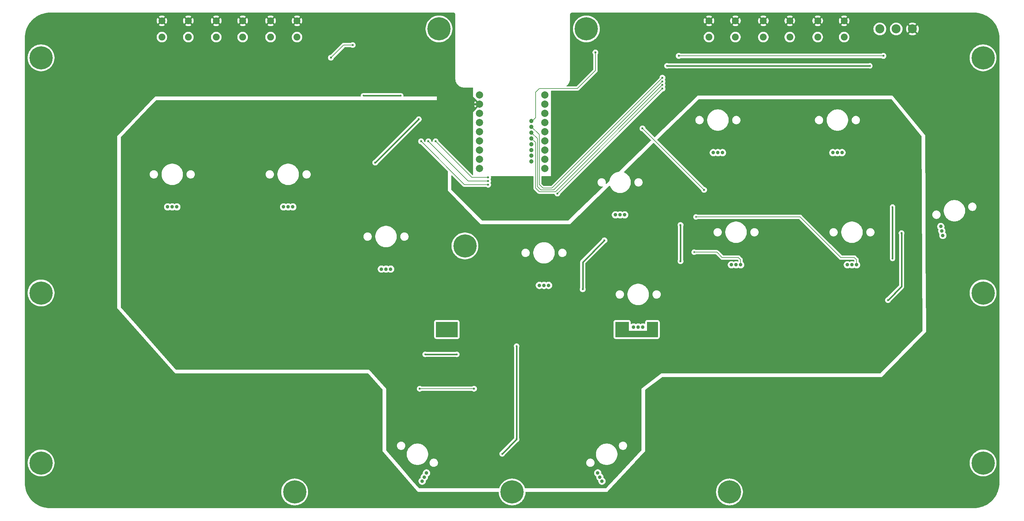
<source format=gbl>
G04 #@! TF.GenerationSoftware,KiCad,Pcbnew,9.0.0*
G04 #@! TF.CreationDate,2025-05-11T16:12:36-07:00*
G04 #@! TF.ProjectId,HE_Leverless_Mainboard,48455f4c-6576-4657-926c-6573735f4d61,rev?*
G04 #@! TF.SameCoordinates,Original*
G04 #@! TF.FileFunction,Copper,L2,Bot*
G04 #@! TF.FilePolarity,Positive*
%FSLAX46Y46*%
G04 Gerber Fmt 4.6, Leading zero omitted, Abs format (unit mm)*
G04 Created by KiCad (PCBNEW 9.0.0) date 2025-05-11 16:12:36*
%MOMM*%
%LPD*%
G01*
G04 APERTURE LIST*
G04 #@! TA.AperFunction,ComponentPad*
%ADD10C,2.500000*%
G04 #@! TD*
G04 #@! TA.AperFunction,ComponentPad*
%ADD11C,1.905000*%
G04 #@! TD*
G04 #@! TA.AperFunction,ComponentPad*
%ADD12C,1.000000*%
G04 #@! TD*
G04 #@! TA.AperFunction,ComponentPad*
%ADD13C,6.400000*%
G04 #@! TD*
G04 #@! TA.AperFunction,ComponentPad*
%ADD14C,2.000000*%
G04 #@! TD*
G04 #@! TA.AperFunction,CastellatedPad*
%ADD15C,1.200000*%
G04 #@! TD*
G04 #@! TA.AperFunction,ViaPad*
%ADD16C,0.500000*%
G04 #@! TD*
G04 #@! TA.AperFunction,ViaPad*
%ADD17C,0.600000*%
G04 #@! TD*
G04 #@! TA.AperFunction,Conductor*
%ADD18C,0.400000*%
G04 #@! TD*
G04 #@! TA.AperFunction,Conductor*
%ADD19C,0.600000*%
G04 #@! TD*
G04 #@! TA.AperFunction,Conductor*
%ADD20C,0.200000*%
G04 #@! TD*
G04 APERTURE END LIST*
D10*
X299196699Y-72196701D03*
X303696699Y-72196701D03*
X308196699Y-72196701D03*
D11*
X138346699Y-74446701D03*
X131046699Y-74446701D03*
X138346699Y-69946701D03*
X131046699Y-69946701D03*
D12*
X231226698Y-154596699D03*
X232496698Y-154596699D03*
X233766698Y-154596699D03*
X205226698Y-143096699D03*
X206496698Y-143096699D03*
X207766698Y-143096699D03*
D11*
X274346699Y-74446701D03*
X267046699Y-74446701D03*
X274346699Y-69946701D03*
X267046699Y-69946701D03*
D12*
X134626700Y-121396699D03*
X135896700Y-121396699D03*
X137166700Y-121396699D03*
D13*
X257696699Y-200196701D03*
D12*
X172888566Y-197203303D03*
X173476952Y-196077825D03*
X174065338Y-194952346D03*
X316028059Y-126810744D03*
X316302937Y-128050640D03*
X316577815Y-129290536D03*
D13*
X327696699Y-192196701D03*
D12*
X102626700Y-121396700D03*
X103896700Y-121396700D03*
X105166700Y-121396700D03*
D11*
X123346699Y-74446701D03*
X116046699Y-74446701D03*
X123346699Y-69946701D03*
X116046699Y-69946701D03*
D13*
X67696699Y-80196701D03*
D14*
X188696699Y-90495699D03*
X188696699Y-93035699D03*
X188696699Y-95575699D03*
X188696699Y-98115699D03*
X188696699Y-100655699D03*
X188696699Y-103195699D03*
X188696699Y-105735699D03*
X188696699Y-108275699D03*
X188696699Y-110815699D03*
X206696699Y-110815699D03*
X206696699Y-108275699D03*
X206696699Y-105735699D03*
X206696699Y-103195699D03*
X206696699Y-100655699D03*
X206696699Y-98115699D03*
X206696699Y-95575699D03*
X206696699Y-93035699D03*
X206696699Y-90495699D03*
D15*
X203046699Y-108855699D03*
X203046699Y-107255699D03*
X203046699Y-105655699D03*
X203046699Y-104055699D03*
X203046699Y-102455699D03*
X203046699Y-100855699D03*
X203046699Y-99255699D03*
X203046699Y-97655699D03*
D13*
X137696699Y-200196701D03*
X67696699Y-145196701D03*
D12*
X161626700Y-138596699D03*
X162896700Y-138596699D03*
X164166700Y-138596699D03*
X290226698Y-137396700D03*
X291496698Y-137396700D03*
X292766698Y-137396700D03*
D13*
X327696699Y-80196701D03*
D11*
X108346699Y-74446701D03*
X101046699Y-74446701D03*
X108346699Y-69946701D03*
X101046699Y-69946701D03*
D13*
X327696699Y-145196701D03*
D12*
X286226698Y-106396700D03*
X287496698Y-106396700D03*
X288766698Y-106396700D03*
D13*
X177521699Y-72196701D03*
D12*
X253226698Y-106396699D03*
X254496698Y-106396699D03*
X255766698Y-106396699D03*
D13*
X197696699Y-200196701D03*
D11*
X289346699Y-74446701D03*
X282046699Y-74446701D03*
X289346699Y-69946701D03*
X282046699Y-69946701D03*
D13*
X184696699Y-132196701D03*
D12*
X226226698Y-123596699D03*
X227496698Y-123596699D03*
X228766698Y-123596699D03*
D13*
X218196699Y-72196701D03*
D11*
X259346699Y-74446701D03*
X252046699Y-74446701D03*
X259346699Y-69946701D03*
X252046699Y-69946701D03*
D12*
X258226698Y-137396699D03*
X259496698Y-137396699D03*
X260766698Y-137396699D03*
D13*
X67696699Y-192196701D03*
D12*
X221328060Y-194952346D03*
X221916446Y-196077825D03*
X222504832Y-197203303D03*
D16*
X177446699Y-156093199D03*
X181946699Y-156905699D03*
X181946699Y-155280699D03*
X237196699Y-155280699D03*
X226946699Y-156905699D03*
X194946699Y-189655699D03*
X181946699Y-153655699D03*
X177446699Y-154468199D03*
D17*
X305196699Y-128655699D03*
D16*
X177446699Y-156905699D03*
X177446699Y-155280699D03*
D17*
X198946699Y-185655699D03*
X223196699Y-130655699D03*
D16*
X226946699Y-155280699D03*
X181946699Y-154468199D03*
D17*
X171946699Y-97155699D03*
X244196699Y-136405699D03*
D16*
X237196699Y-156093199D03*
X226946699Y-153655699D03*
D17*
X159946699Y-109155699D03*
X244196699Y-126405699D03*
X301446699Y-147155699D03*
D16*
X226946699Y-154468199D03*
X181946699Y-156093199D03*
X237196699Y-154468199D03*
X237196699Y-156905699D03*
X198946699Y-159905699D03*
X177446699Y-153655699D03*
X237196699Y-153655699D03*
X226946699Y-156093199D03*
D17*
X217196699Y-144155699D03*
D16*
X77596699Y-175255699D03*
X227096699Y-129505699D03*
X279796699Y-189655699D03*
X205446699Y-149655699D03*
X253096699Y-112405699D03*
X287696699Y-112405699D03*
X181846699Y-196505699D03*
X116746699Y-188155699D03*
X232446699Y-160905699D03*
X315946699Y-101655699D03*
X233646699Y-82105699D03*
X317496699Y-175605699D03*
X103896698Y-127605698D03*
X162996698Y-144605700D03*
X211446699Y-195905699D03*
X259446699Y-143405699D03*
X135996698Y-127605700D03*
X307196699Y-127155699D03*
X78196699Y-100705699D03*
X163146699Y-81155699D03*
X291846699Y-144655699D03*
X240446699Y-82405699D03*
X302696699Y-121405699D03*
X166946699Y-90655699D03*
X173696699Y-162155699D03*
X296446699Y-82405699D03*
X182446699Y-162155699D03*
X302696699Y-135655699D03*
X156696699Y-90655699D03*
D17*
X220696699Y-78696701D03*
X300196699Y-79655699D03*
X243696699Y-79655699D03*
X172196699Y-171655699D03*
X187196699Y-171655699D03*
D16*
X247946699Y-133905699D03*
X248446699Y-124155699D03*
D17*
X233696699Y-99696701D03*
X250696699Y-116696701D03*
X172581147Y-103271251D03*
X191082540Y-115272644D03*
X174581147Y-103271251D03*
X191082540Y-114272644D03*
X176581147Y-103271251D03*
X191082540Y-113272644D03*
X239196699Y-85696701D03*
X239196699Y-86696701D03*
X239196699Y-87696701D03*
X239196699Y-88696701D03*
X210196699Y-117696701D03*
X153696699Y-76655699D03*
X147696699Y-80155699D03*
D18*
X198946699Y-185655699D02*
X198946699Y-159905699D01*
X244196699Y-126405699D02*
X244196699Y-136405699D01*
X194946699Y-189655699D02*
X198946699Y-185655699D01*
X217196699Y-136655699D02*
X217196699Y-144155699D01*
X305196699Y-128655699D02*
X305196699Y-143405699D01*
X171946699Y-97155699D02*
X159946699Y-109155699D01*
X305196699Y-143405699D02*
X301446699Y-147155699D01*
X223196699Y-130655699D02*
X217196699Y-136655699D01*
D19*
X188696699Y-93035699D02*
X186696699Y-93035699D01*
D18*
X296446699Y-82405699D02*
X240446699Y-82405699D01*
X302696699Y-135655699D02*
X302696699Y-121405699D01*
X156696699Y-90655699D02*
X166946699Y-90655699D01*
X173696699Y-162155699D02*
X182446699Y-162155699D01*
D20*
X203046699Y-97655699D02*
X203237701Y-97655699D01*
X205196699Y-88696701D02*
X215696699Y-88696701D01*
X217696699Y-86696701D02*
X220696699Y-83696701D01*
X203237701Y-97655699D02*
X204196699Y-96696701D01*
X215696699Y-88696701D02*
X217696699Y-86696701D01*
X220696699Y-83696701D02*
X220696699Y-78696701D01*
X204196699Y-89696701D02*
X205196699Y-88696701D01*
X204196699Y-96696701D02*
X204196699Y-89696701D01*
X243696699Y-79655699D02*
X300196699Y-79655699D01*
X187196699Y-171655699D02*
X172196699Y-171655699D01*
X254196699Y-133905699D02*
X255696699Y-135405699D01*
X255696699Y-135405699D02*
X260196699Y-135405699D01*
X247946699Y-133905699D02*
X254196699Y-133905699D01*
X260766698Y-135975698D02*
X260766698Y-137396699D01*
X260196699Y-135405699D02*
X260766698Y-135975698D01*
X277196699Y-124155699D02*
X288446699Y-135405699D01*
X288446699Y-135405699D02*
X292196699Y-135405699D01*
X292196699Y-135405699D02*
X292766698Y-135975698D01*
X292766698Y-135975698D02*
X292766698Y-137396700D01*
X248446699Y-124155699D02*
X277196699Y-124155699D01*
X233696699Y-99696701D02*
X250696699Y-116696701D01*
X191082540Y-115272644D02*
X184582540Y-115272644D01*
X184582540Y-115272644D02*
X172581147Y-103271251D01*
X191082540Y-114272644D02*
X185582540Y-114272644D01*
X185582540Y-114272644D02*
X174581147Y-103271251D01*
X191082540Y-113272644D02*
X186582540Y-113272644D01*
X186582540Y-113272644D02*
X176581147Y-103271251D01*
X208696699Y-116196701D02*
X239196699Y-85696701D01*
X205196699Y-101405699D02*
X205196699Y-115196701D01*
X205196699Y-115196701D02*
X206196699Y-116196701D01*
X203046699Y-99255699D02*
X205196699Y-101405699D01*
X206196699Y-116196701D02*
X208696699Y-116196701D01*
X209196699Y-116696701D02*
X239196699Y-86696701D01*
X203046699Y-100855699D02*
X204696699Y-102505699D01*
X204696699Y-115696701D02*
X204696699Y-115763801D01*
X204696699Y-115763801D02*
X205629599Y-116696701D01*
X205629599Y-116696701D02*
X209196699Y-116696701D01*
X204696699Y-102505699D02*
X204696699Y-115696701D01*
X209696699Y-117196701D02*
X239196699Y-87696701D01*
X203046699Y-102455699D02*
X204196699Y-103605699D01*
X204196699Y-115696701D02*
X204196699Y-116196701D01*
X204196699Y-116196701D02*
X205196699Y-117196701D01*
X205196699Y-117196701D02*
X209696699Y-117196701D01*
X204196699Y-103605699D02*
X204196699Y-115696701D01*
X210196699Y-117696701D02*
X239196699Y-88696701D01*
X147696699Y-80155699D02*
X151196699Y-76655699D01*
X151196699Y-76655699D02*
X153696699Y-76655699D01*
G04 #@! TA.AperFunction,Conductor*
G36*
X229889738Y-153175384D02*
G01*
X229935493Y-153228188D01*
X229946699Y-153279699D01*
X229946699Y-155655699D01*
X234946699Y-155655699D01*
X234946699Y-153279699D01*
X234966384Y-153212660D01*
X235019188Y-153166905D01*
X235070699Y-153155699D01*
X237822699Y-153155699D01*
X237889738Y-153175384D01*
X237935493Y-153228188D01*
X237946699Y-153279699D01*
X237946699Y-157281699D01*
X237927014Y-157348738D01*
X237874210Y-157394493D01*
X237822699Y-157405699D01*
X226320699Y-157405699D01*
X226253660Y-157386014D01*
X226207905Y-157333210D01*
X226196699Y-157281699D01*
X226196699Y-153279699D01*
X226216384Y-153212660D01*
X226269188Y-153166905D01*
X226320699Y-153155699D01*
X229822699Y-153155699D01*
X229889738Y-153175384D01*
G37*
G04 #@! TD.AperFunction*
G04 #@! TA.AperFunction,Conductor*
G36*
X182639738Y-153175384D02*
G01*
X182685493Y-153228188D01*
X182696699Y-153279699D01*
X182696699Y-157281699D01*
X182677014Y-157348738D01*
X182624210Y-157394493D01*
X182572699Y-157405699D01*
X176820699Y-157405699D01*
X176753660Y-157386014D01*
X176707905Y-157333210D01*
X176696699Y-157281699D01*
X176696699Y-153279699D01*
X176716384Y-153212660D01*
X176769188Y-153166905D01*
X176820699Y-153155699D01*
X182572699Y-153155699D01*
X182639738Y-153175384D01*
G37*
G04 #@! TD.AperFunction*
G04 #@! TA.AperFunction,Conductor*
G36*
X181528621Y-67697967D02*
G01*
X181551797Y-67700578D01*
X181618970Y-67708146D01*
X181646032Y-67714323D01*
X181725244Y-67742039D01*
X181750253Y-67754082D01*
X181821308Y-67798729D01*
X181843017Y-67816041D01*
X181902355Y-67875378D01*
X181919667Y-67897087D01*
X181964310Y-67968134D01*
X181976358Y-67993152D01*
X182004073Y-68072355D01*
X182010252Y-68099424D01*
X182020419Y-68189646D01*
X182021199Y-68203532D01*
X182021200Y-85835934D01*
X182021200Y-85839805D01*
X182021200Y-85839807D01*
X182021200Y-85905699D01*
X182021201Y-85905699D01*
X182021201Y-86056951D01*
X182057664Y-86357250D01*
X182083781Y-86463211D01*
X182130059Y-86650970D01*
X182219826Y-86887663D01*
X182237328Y-86933812D01*
X182377908Y-87201666D01*
X182549751Y-87450623D01*
X182750347Y-87677050D01*
X182750352Y-87677055D01*
X182976772Y-87877646D01*
X182976778Y-87877651D01*
X183225726Y-88049486D01*
X183225735Y-88049492D01*
X183493582Y-88190070D01*
X183776427Y-88297340D01*
X183776431Y-88297341D01*
X183776434Y-88297342D01*
X184070149Y-88369736D01*
X184321361Y-88400238D01*
X184370446Y-88406199D01*
X184370448Y-88406199D01*
X184455808Y-88406199D01*
X186822699Y-88406199D01*
X186889738Y-88425884D01*
X186935493Y-88478688D01*
X186946699Y-88530199D01*
X186946699Y-90905699D01*
X187446699Y-91405699D01*
X187446700Y-91405699D01*
X187463130Y-91412505D01*
X187506991Y-91425384D01*
X187540269Y-91456813D01*
X187550622Y-91471062D01*
X187552182Y-91473209D01*
X187719189Y-91640216D01*
X187778415Y-91683246D01*
X187821080Y-91738574D01*
X187829147Y-91793292D01*
X187827592Y-91813039D01*
X188567289Y-92552736D01*
X188503706Y-92569774D01*
X188389692Y-92635600D01*
X188296600Y-92728692D01*
X188230774Y-92842706D01*
X188213736Y-92906290D01*
X187474039Y-92166593D01*
X187413783Y-92249529D01*
X187306596Y-92459896D01*
X187233633Y-92684451D01*
X187196699Y-92917646D01*
X187196699Y-93153751D01*
X187233633Y-93386946D01*
X187306596Y-93611501D01*
X187413786Y-93821873D01*
X187474037Y-93904803D01*
X187474039Y-93904804D01*
X188213736Y-93165107D01*
X188230774Y-93228692D01*
X188296600Y-93342706D01*
X188389692Y-93435798D01*
X188503706Y-93501624D01*
X188567287Y-93518661D01*
X187827592Y-94258357D01*
X187829147Y-94278104D01*
X187814783Y-94346482D01*
X187778416Y-94388150D01*
X187719189Y-94431181D01*
X187552181Y-94598189D01*
X187549140Y-94602375D01*
X187547535Y-94604583D01*
X187492208Y-94647249D01*
X187447218Y-94655699D01*
X187446698Y-94655699D01*
X186946699Y-95155698D01*
X186946699Y-112488205D01*
X186927014Y-112555244D01*
X186874210Y-112600999D01*
X186805052Y-112610943D01*
X186741496Y-112581918D01*
X186735018Y-112575886D01*
X177415720Y-103256588D01*
X177382235Y-103195265D01*
X177381784Y-103193098D01*
X177350885Y-103037761D01*
X177350884Y-103037754D01*
X177348702Y-103032487D01*
X177290544Y-102892078D01*
X177290537Y-102892065D01*
X177202936Y-102760962D01*
X177202933Y-102760958D01*
X177091439Y-102649464D01*
X177091435Y-102649461D01*
X176960332Y-102561860D01*
X176960319Y-102561853D01*
X176814648Y-102501515D01*
X176814636Y-102501512D01*
X176659992Y-102470751D01*
X176659989Y-102470751D01*
X176502305Y-102470751D01*
X176502302Y-102470751D01*
X176347657Y-102501512D01*
X176347645Y-102501515D01*
X176201974Y-102561853D01*
X176201961Y-102561860D01*
X176070858Y-102649461D01*
X176070854Y-102649464D01*
X175959360Y-102760958D01*
X175959357Y-102760962D01*
X175871756Y-102892065D01*
X175871749Y-102892078D01*
X175811411Y-103037749D01*
X175811408Y-103037761D01*
X175780647Y-103192404D01*
X175780647Y-103322154D01*
X175774408Y-103343399D01*
X175772829Y-103365488D01*
X175764756Y-103376271D01*
X175760962Y-103389193D01*
X175744228Y-103403692D01*
X175730957Y-103421421D01*
X175718336Y-103426128D01*
X175708158Y-103434948D01*
X175686240Y-103438099D01*
X175665493Y-103445838D01*
X175652332Y-103442975D01*
X175639000Y-103444892D01*
X175618856Y-103435692D01*
X175597220Y-103430986D01*
X175579494Y-103417717D01*
X175575444Y-103415867D01*
X175568966Y-103409835D01*
X175415721Y-103256590D01*
X175382236Y-103195267D01*
X175382236Y-103195265D01*
X175381785Y-103193100D01*
X175350885Y-103037761D01*
X175350884Y-103037754D01*
X175348702Y-103032487D01*
X175290544Y-102892078D01*
X175290537Y-102892065D01*
X175202936Y-102760962D01*
X175202933Y-102760958D01*
X175091439Y-102649464D01*
X175091435Y-102649461D01*
X174960332Y-102561860D01*
X174960319Y-102561853D01*
X174814648Y-102501515D01*
X174814636Y-102501512D01*
X174659992Y-102470751D01*
X174659989Y-102470751D01*
X174502305Y-102470751D01*
X174502302Y-102470751D01*
X174347657Y-102501512D01*
X174347645Y-102501515D01*
X174201974Y-102561853D01*
X174201961Y-102561860D01*
X174070858Y-102649461D01*
X174070854Y-102649464D01*
X173959360Y-102760958D01*
X173959357Y-102760962D01*
X173871756Y-102892065D01*
X173871749Y-102892078D01*
X173811411Y-103037749D01*
X173811408Y-103037761D01*
X173780647Y-103192404D01*
X173780647Y-103322153D01*
X173774408Y-103343398D01*
X173772829Y-103365487D01*
X173764756Y-103376270D01*
X173760962Y-103389192D01*
X173744228Y-103403691D01*
X173730957Y-103421420D01*
X173718336Y-103426127D01*
X173708158Y-103434947D01*
X173686240Y-103438098D01*
X173665493Y-103445837D01*
X173652332Y-103442974D01*
X173639000Y-103444891D01*
X173618856Y-103435691D01*
X173597220Y-103430985D01*
X173579494Y-103417716D01*
X173575444Y-103415866D01*
X173568966Y-103409834D01*
X173415720Y-103256588D01*
X173382235Y-103195265D01*
X173381784Y-103193098D01*
X173350885Y-103037761D01*
X173350884Y-103037754D01*
X173348702Y-103032487D01*
X173290544Y-102892078D01*
X173290537Y-102892065D01*
X173202936Y-102760962D01*
X173202933Y-102760958D01*
X173091439Y-102649464D01*
X173091435Y-102649461D01*
X172960332Y-102561860D01*
X172960319Y-102561853D01*
X172814648Y-102501515D01*
X172814636Y-102501512D01*
X172659992Y-102470751D01*
X172659989Y-102470751D01*
X172502305Y-102470751D01*
X172502302Y-102470751D01*
X172347657Y-102501512D01*
X172347645Y-102501515D01*
X172201974Y-102561853D01*
X172201961Y-102561860D01*
X172070858Y-102649461D01*
X172070854Y-102649464D01*
X171959360Y-102760958D01*
X171959357Y-102760962D01*
X171871756Y-102892065D01*
X171871749Y-102892078D01*
X171811411Y-103037749D01*
X171811408Y-103037761D01*
X171780647Y-103192404D01*
X171780647Y-103350097D01*
X171811408Y-103504740D01*
X171811411Y-103504752D01*
X171871749Y-103650423D01*
X171871756Y-103650436D01*
X171959357Y-103781539D01*
X171959360Y-103781543D01*
X172070854Y-103893037D01*
X172070858Y-103893040D01*
X172201961Y-103980641D01*
X172201974Y-103980648D01*
X172347645Y-104040986D01*
X172347650Y-104040988D01*
X172412294Y-104053846D01*
X172502996Y-104071889D01*
X172564907Y-104104274D01*
X172566485Y-104105824D01*
X179910380Y-111449720D01*
X179943865Y-111511042D01*
X179946699Y-111537400D01*
X179946699Y-116905699D01*
X188946697Y-126155698D01*
X188946698Y-126155698D01*
X188946699Y-126155699D01*
X213696698Y-126155699D01*
X213696699Y-126155699D01*
X216228473Y-123695242D01*
X225226197Y-123695242D01*
X225264645Y-123888528D01*
X225264648Y-123888538D01*
X225340062Y-124070606D01*
X225340069Y-124070619D01*
X225449558Y-124234480D01*
X225449561Y-124234484D01*
X225588912Y-124373835D01*
X225588916Y-124373838D01*
X225752777Y-124483327D01*
X225752790Y-124483334D01*
X225934858Y-124558748D01*
X225934863Y-124558750D01*
X225934867Y-124558750D01*
X225934868Y-124558751D01*
X226128154Y-124597199D01*
X226128157Y-124597199D01*
X226325241Y-124597199D01*
X226455280Y-124571331D01*
X226518533Y-124558750D01*
X226700612Y-124483331D01*
X226700617Y-124483327D01*
X226700620Y-124483326D01*
X226724738Y-124467210D01*
X226793257Y-124421427D01*
X226859932Y-124400549D01*
X226927312Y-124419033D01*
X226931039Y-124421427D01*
X227023019Y-124482887D01*
X227023026Y-124482891D01*
X227205004Y-124558268D01*
X227205016Y-124558271D01*
X227398202Y-124596698D01*
X227398206Y-124596699D01*
X227595190Y-124596699D01*
X227595193Y-124596698D01*
X227788379Y-124558271D01*
X227788391Y-124558268D01*
X227970371Y-124482890D01*
X227970374Y-124482888D01*
X228062355Y-124421428D01*
X228129032Y-124400549D01*
X228196413Y-124419033D01*
X228200138Y-124421427D01*
X228292777Y-124483327D01*
X228292790Y-124483334D01*
X228474858Y-124558748D01*
X228474863Y-124558750D01*
X228474867Y-124558750D01*
X228474868Y-124558751D01*
X228668154Y-124597199D01*
X228668157Y-124597199D01*
X228865241Y-124597199D01*
X228995280Y-124571331D01*
X229058533Y-124558750D01*
X229240612Y-124483331D01*
X229241277Y-124482887D01*
X229242812Y-124481860D01*
X229404480Y-124373838D01*
X229543837Y-124234481D01*
X229547086Y-124229619D01*
X247696198Y-124229619D01*
X247725039Y-124374606D01*
X247725042Y-124374616D01*
X247781611Y-124511187D01*
X247781618Y-124511200D01*
X247863747Y-124634114D01*
X247863750Y-124634118D01*
X247968279Y-124738647D01*
X247968283Y-124738650D01*
X248091197Y-124820779D01*
X248091210Y-124820786D01*
X248227781Y-124877355D01*
X248227786Y-124877357D01*
X248227790Y-124877357D01*
X248227791Y-124877358D01*
X248372778Y-124906199D01*
X248372781Y-124906199D01*
X248520619Y-124906199D01*
X248618161Y-124886795D01*
X248665612Y-124877357D01*
X248802194Y-124820783D01*
X248867575Y-124777097D01*
X248934252Y-124756219D01*
X248936466Y-124756199D01*
X276896602Y-124756199D01*
X276963641Y-124775884D01*
X276984283Y-124792518D01*
X288077981Y-135886217D01*
X288077987Y-135886222D01*
X288214908Y-135965272D01*
X288214915Y-135965276D01*
X288367642Y-136006200D01*
X288367644Y-136006200D01*
X288533353Y-136006200D01*
X288533369Y-136006199D01*
X291896602Y-136006199D01*
X291926042Y-136014843D01*
X291956029Y-136021367D01*
X291961044Y-136025121D01*
X291963641Y-136025884D01*
X291984283Y-136042518D01*
X292129879Y-136188114D01*
X292163364Y-136249437D01*
X292166198Y-136275795D01*
X292166198Y-136409366D01*
X292146513Y-136476405D01*
X292093709Y-136522160D01*
X292024551Y-136532104D01*
X291973314Y-136512473D01*
X291970383Y-136510515D01*
X291970369Y-136510507D01*
X291788391Y-136435130D01*
X291788379Y-136435127D01*
X291595193Y-136396700D01*
X291398202Y-136396700D01*
X291205016Y-136435127D01*
X291205004Y-136435130D01*
X291023023Y-136510509D01*
X290931037Y-136571971D01*
X290864359Y-136592848D01*
X290796979Y-136574363D01*
X290793257Y-136571971D01*
X290733591Y-136532104D01*
X290700612Y-136510068D01*
X290700609Y-136510066D01*
X290700608Y-136510066D01*
X290518537Y-136434650D01*
X290518527Y-136434647D01*
X290325241Y-136396200D01*
X290325239Y-136396200D01*
X290128157Y-136396200D01*
X290128155Y-136396200D01*
X289934868Y-136434647D01*
X289934858Y-136434650D01*
X289752790Y-136510064D01*
X289752782Y-136510069D01*
X289588916Y-136619560D01*
X289588912Y-136619563D01*
X289449561Y-136758914D01*
X289449558Y-136758918D01*
X289340069Y-136922779D01*
X289340062Y-136922792D01*
X289264648Y-137104860D01*
X289264645Y-137104870D01*
X289226198Y-137298156D01*
X289226198Y-137298158D01*
X289226198Y-137298159D01*
X289226198Y-137495241D01*
X289226198Y-137495243D01*
X289226197Y-137495243D01*
X289264645Y-137688529D01*
X289264648Y-137688539D01*
X289340062Y-137870607D01*
X289340069Y-137870620D01*
X289449558Y-138034481D01*
X289449561Y-138034485D01*
X289588912Y-138173836D01*
X289588916Y-138173839D01*
X289752777Y-138283328D01*
X289752790Y-138283335D01*
X289934856Y-138358748D01*
X289934863Y-138358751D01*
X289934867Y-138358751D01*
X289934868Y-138358752D01*
X290128154Y-138397200D01*
X290128157Y-138397200D01*
X290325241Y-138397200D01*
X290455280Y-138371332D01*
X290518533Y-138358751D01*
X290700612Y-138283332D01*
X290700617Y-138283328D01*
X290700620Y-138283327D01*
X290724738Y-138267211D01*
X290793257Y-138221428D01*
X290859932Y-138200550D01*
X290927312Y-138219034D01*
X290931039Y-138221428D01*
X291023019Y-138282888D01*
X291023026Y-138282892D01*
X291205004Y-138358269D01*
X291205016Y-138358272D01*
X291398202Y-138396699D01*
X291398206Y-138396700D01*
X291595190Y-138396700D01*
X291595193Y-138396699D01*
X291788379Y-138358272D01*
X291788391Y-138358269D01*
X291970371Y-138282891D01*
X291970374Y-138282889D01*
X292062355Y-138221429D01*
X292129032Y-138200550D01*
X292196413Y-138219034D01*
X292200138Y-138221428D01*
X292292777Y-138283328D01*
X292292790Y-138283335D01*
X292474856Y-138358748D01*
X292474863Y-138358751D01*
X292474867Y-138358751D01*
X292474868Y-138358752D01*
X292668154Y-138397200D01*
X292668157Y-138397200D01*
X292865241Y-138397200D01*
X292995280Y-138371332D01*
X293058533Y-138358751D01*
X293240612Y-138283332D01*
X293241277Y-138282888D01*
X293333256Y-138221429D01*
X293404480Y-138173839D01*
X293543837Y-138034482D01*
X293653330Y-137870614D01*
X293728749Y-137688535D01*
X293744641Y-137608640D01*
X293767198Y-137495243D01*
X293767198Y-137298156D01*
X293728750Y-137104870D01*
X293728749Y-137104869D01*
X293728749Y-137104865D01*
X293696699Y-137027488D01*
X293653333Y-136922792D01*
X293653326Y-136922779D01*
X293543837Y-136758918D01*
X293543834Y-136758914D01*
X293403517Y-136618597D01*
X293370032Y-136557274D01*
X293367198Y-136530916D01*
X293367198Y-135896642D01*
X293364404Y-135886211D01*
X293364404Y-135886210D01*
X293350681Y-135835000D01*
X293326275Y-135743913D01*
X293297337Y-135693793D01*
X293247218Y-135606982D01*
X293135414Y-135495178D01*
X293135413Y-135495177D01*
X293131083Y-135490847D01*
X293131072Y-135490837D01*
X292684289Y-135044054D01*
X292684287Y-135044051D01*
X292565416Y-134925180D01*
X292565415Y-134925179D01*
X292478603Y-134875059D01*
X292478603Y-134875058D01*
X292478599Y-134875057D01*
X292428484Y-134846122D01*
X292275756Y-134805198D01*
X292117642Y-134805198D01*
X292110046Y-134805198D01*
X292110030Y-134805199D01*
X288746797Y-134805199D01*
X288679758Y-134785514D01*
X288659116Y-134768880D01*
X285543306Y-131653070D01*
X282196384Y-128306148D01*
X285266198Y-128306148D01*
X285266198Y-128487251D01*
X285294527Y-128666110D01*
X285350485Y-128838336D01*
X285350486Y-128838339D01*
X285377679Y-128891706D01*
X285432701Y-128999693D01*
X285432704Y-128999697D01*
X285539139Y-129146194D01*
X285539143Y-129146199D01*
X285667198Y-129274254D01*
X285667203Y-129274258D01*
X285794985Y-129367096D01*
X285813704Y-129380696D01*
X285919182Y-129434440D01*
X285975058Y-129462911D01*
X285975061Y-129462912D01*
X286061174Y-129490891D01*
X286147289Y-129518871D01*
X286230127Y-129531991D01*
X286326147Y-129547200D01*
X286326152Y-129547200D01*
X286507249Y-129547200D01*
X286593957Y-129533465D01*
X286686107Y-129518871D01*
X286858337Y-129462911D01*
X287019692Y-129380696D01*
X287166199Y-129274253D01*
X287294251Y-129146201D01*
X287400694Y-128999694D01*
X287482909Y-128838339D01*
X287538869Y-128666109D01*
X287555295Y-128562397D01*
X287567198Y-128487251D01*
X287567198Y-128306149D01*
X287557817Y-128246923D01*
X287557817Y-128246921D01*
X287555295Y-128230996D01*
X288546198Y-128230996D01*
X288546198Y-128562403D01*
X288583299Y-128891691D01*
X288583301Y-128891703D01*
X288583302Y-128891706D01*
X288589523Y-128918963D01*
X288657044Y-129214793D01*
X288657047Y-129214801D01*
X288766497Y-129527590D01*
X288910280Y-129826158D01*
X288910282Y-129826161D01*
X289086594Y-130106760D01*
X289293214Y-130365853D01*
X289527545Y-130600184D01*
X289786638Y-130806804D01*
X290067237Y-130983116D01*
X290365811Y-131126902D01*
X290600735Y-131209105D01*
X290678596Y-131236350D01*
X290678604Y-131236353D01*
X290678607Y-131236353D01*
X290678608Y-131236354D01*
X291001692Y-131310096D01*
X291001701Y-131310097D01*
X291001706Y-131310098D01*
X291221231Y-131334832D01*
X291330995Y-131347199D01*
X291330998Y-131347200D01*
X291331001Y-131347200D01*
X291662398Y-131347200D01*
X291662399Y-131347199D01*
X291830694Y-131328237D01*
X291991689Y-131310098D01*
X291991692Y-131310097D01*
X291991704Y-131310096D01*
X292314788Y-131236354D01*
X292627585Y-131126902D01*
X292926159Y-130983116D01*
X293206758Y-130806804D01*
X293465851Y-130600184D01*
X293700182Y-130365853D01*
X293906802Y-130106760D01*
X294083114Y-129826161D01*
X294226900Y-129527587D01*
X294336352Y-129214790D01*
X294410094Y-128891706D01*
X294410377Y-128889200D01*
X294433034Y-128688106D01*
X294447198Y-128562397D01*
X294447198Y-128306148D01*
X295426198Y-128306148D01*
X295426198Y-128487251D01*
X295454527Y-128666110D01*
X295510485Y-128838336D01*
X295510486Y-128838339D01*
X295537679Y-128891706D01*
X295592701Y-128999693D01*
X295592704Y-128999697D01*
X295699139Y-129146194D01*
X295699143Y-129146199D01*
X295827198Y-129274254D01*
X295827203Y-129274258D01*
X295954985Y-129367096D01*
X295973704Y-129380696D01*
X296079182Y-129434440D01*
X296135058Y-129462911D01*
X296135061Y-129462912D01*
X296221174Y-129490891D01*
X296307289Y-129518871D01*
X296390127Y-129531991D01*
X296486147Y-129547200D01*
X296486152Y-129547200D01*
X296667249Y-129547200D01*
X296753957Y-129533465D01*
X296846107Y-129518871D01*
X297018337Y-129462911D01*
X297179692Y-129380696D01*
X297326199Y-129274253D01*
X297454251Y-129146201D01*
X297560694Y-128999694D01*
X297642909Y-128838339D01*
X297698869Y-128666109D01*
X297715295Y-128562397D01*
X297727198Y-128487251D01*
X297727198Y-128306148D01*
X297705196Y-128167238D01*
X297698869Y-128127291D01*
X297642909Y-127955062D01*
X297642909Y-127955060D01*
X297614438Y-127899184D01*
X297560694Y-127793706D01*
X297475053Y-127675830D01*
X297454256Y-127647205D01*
X297454252Y-127647200D01*
X297326197Y-127519145D01*
X297326192Y-127519141D01*
X297179695Y-127412706D01*
X297179694Y-127412705D01*
X297179692Y-127412704D01*
X297127998Y-127386364D01*
X297018337Y-127330488D01*
X297018334Y-127330487D01*
X296846108Y-127274529D01*
X296667249Y-127246200D01*
X296667244Y-127246200D01*
X296486152Y-127246200D01*
X296486147Y-127246200D01*
X296307287Y-127274529D01*
X296135061Y-127330487D01*
X296135058Y-127330488D01*
X295973700Y-127412706D01*
X295827203Y-127519141D01*
X295827198Y-127519145D01*
X295699143Y-127647200D01*
X295699139Y-127647205D01*
X295592704Y-127793702D01*
X295510486Y-127955060D01*
X295510485Y-127955063D01*
X295454527Y-128127289D01*
X295426198Y-128306148D01*
X294447198Y-128306148D01*
X294447198Y-128231003D01*
X294421273Y-128000912D01*
X294410096Y-127901708D01*
X294410095Y-127901703D01*
X294410094Y-127901694D01*
X294336352Y-127578610D01*
X294336350Y-127578605D01*
X294336348Y-127578598D01*
X294278300Y-127412706D01*
X294226900Y-127265813D01*
X294083114Y-126967239D01*
X293906802Y-126686640D01*
X293700182Y-126427547D01*
X293465851Y-126193216D01*
X293465848Y-126193214D01*
X293400050Y-126140742D01*
X293206758Y-125986596D01*
X292926159Y-125810284D01*
X292926156Y-125810282D01*
X292627588Y-125666499D01*
X292314799Y-125557049D01*
X292314791Y-125557046D01*
X292072475Y-125501739D01*
X291991704Y-125483304D01*
X291991701Y-125483303D01*
X291991689Y-125483301D01*
X291662401Y-125446200D01*
X291662395Y-125446200D01*
X291331001Y-125446200D01*
X291330994Y-125446200D01*
X291001706Y-125483301D01*
X291001692Y-125483304D01*
X290678604Y-125557046D01*
X290678596Y-125557049D01*
X290365807Y-125666499D01*
X290067239Y-125810282D01*
X289786639Y-125986595D01*
X289527545Y-126193215D01*
X289293213Y-126427547D01*
X289086593Y-126686641D01*
X288910280Y-126967241D01*
X288766497Y-127265809D01*
X288657047Y-127578598D01*
X288657044Y-127578606D01*
X288583302Y-127901694D01*
X288583299Y-127901708D01*
X288546198Y-128230996D01*
X287555295Y-128230996D01*
X287545196Y-128167238D01*
X287538869Y-128127291D01*
X287482909Y-127955062D01*
X287482909Y-127955060D01*
X287454438Y-127899184D01*
X287400694Y-127793706D01*
X287315053Y-127675830D01*
X287294256Y-127647205D01*
X287294252Y-127647200D01*
X287166197Y-127519145D01*
X287166192Y-127519141D01*
X287019695Y-127412706D01*
X287019694Y-127412705D01*
X287019692Y-127412704D01*
X286967998Y-127386364D01*
X286858337Y-127330488D01*
X286858334Y-127330487D01*
X286686108Y-127274529D01*
X286507249Y-127246200D01*
X286507244Y-127246200D01*
X286326152Y-127246200D01*
X286326147Y-127246200D01*
X286147287Y-127274529D01*
X285975061Y-127330487D01*
X285975058Y-127330488D01*
X285813700Y-127412706D01*
X285667203Y-127519141D01*
X285667198Y-127519145D01*
X285539143Y-127647200D01*
X285539139Y-127647205D01*
X285432704Y-127793702D01*
X285350486Y-127955060D01*
X285350485Y-127955063D01*
X285294527Y-128127289D01*
X285266198Y-128306148D01*
X282196384Y-128306148D01*
X277684288Y-123794053D01*
X277684287Y-123794051D01*
X277565416Y-123675180D01*
X277565415Y-123675179D01*
X277478603Y-123625059D01*
X277478603Y-123625058D01*
X277478599Y-123625057D01*
X277428484Y-123596122D01*
X277275756Y-123555198D01*
X277117642Y-123555198D01*
X277110046Y-123555198D01*
X277110030Y-123555199D01*
X248936466Y-123555199D01*
X248869427Y-123535514D01*
X248867575Y-123534301D01*
X248802200Y-123490618D01*
X248802187Y-123490611D01*
X248665616Y-123434042D01*
X248665606Y-123434039D01*
X248520619Y-123405199D01*
X248520617Y-123405199D01*
X248372781Y-123405199D01*
X248372779Y-123405199D01*
X248227791Y-123434039D01*
X248227781Y-123434042D01*
X248091210Y-123490611D01*
X248091197Y-123490618D01*
X247968283Y-123572747D01*
X247968279Y-123572750D01*
X247863750Y-123677279D01*
X247863747Y-123677283D01*
X247781618Y-123800197D01*
X247781611Y-123800210D01*
X247725042Y-123936781D01*
X247725039Y-123936791D01*
X247696199Y-124081778D01*
X247696199Y-124081781D01*
X247696199Y-124229617D01*
X247696199Y-124229619D01*
X247696198Y-124229619D01*
X229547086Y-124229619D01*
X229653330Y-124070613D01*
X229683484Y-123997816D01*
X229708760Y-123936791D01*
X229728749Y-123888534D01*
X229746321Y-123800197D01*
X229767198Y-123695242D01*
X229767198Y-123498155D01*
X229728750Y-123304869D01*
X229728749Y-123304868D01*
X229728749Y-123304864D01*
X229728747Y-123304859D01*
X229653333Y-123122791D01*
X229653326Y-123122778D01*
X229543837Y-122958917D01*
X229543834Y-122958913D01*
X229404483Y-122819562D01*
X229404479Y-122819559D01*
X229240618Y-122710070D01*
X229240605Y-122710063D01*
X229058537Y-122634649D01*
X229058527Y-122634646D01*
X228865241Y-122596199D01*
X228865239Y-122596199D01*
X228668157Y-122596199D01*
X228668155Y-122596199D01*
X228474868Y-122634646D01*
X228474858Y-122634649D01*
X228292791Y-122710063D01*
X228292780Y-122710069D01*
X228200138Y-122771970D01*
X228133460Y-122792847D01*
X228066080Y-122774362D01*
X228062357Y-122771969D01*
X227970382Y-122710513D01*
X227970369Y-122710506D01*
X227788391Y-122635129D01*
X227788379Y-122635126D01*
X227595193Y-122596699D01*
X227398202Y-122596699D01*
X227205016Y-122635126D01*
X227205004Y-122635129D01*
X227023023Y-122710508D01*
X226931037Y-122771970D01*
X226864359Y-122792847D01*
X226796979Y-122774362D01*
X226793257Y-122771970D01*
X226761250Y-122750584D01*
X226700612Y-122710067D01*
X226700609Y-122710065D01*
X226700608Y-122710065D01*
X226518537Y-122634649D01*
X226518527Y-122634646D01*
X226325241Y-122596199D01*
X226325239Y-122596199D01*
X226128157Y-122596199D01*
X226128155Y-122596199D01*
X225934868Y-122634646D01*
X225934858Y-122634649D01*
X225752790Y-122710063D01*
X225752777Y-122710070D01*
X225588916Y-122819559D01*
X225588912Y-122819562D01*
X225449561Y-122958913D01*
X225449558Y-122958917D01*
X225340069Y-123122778D01*
X225340062Y-123122791D01*
X225264648Y-123304859D01*
X225264645Y-123304869D01*
X225226198Y-123498155D01*
X225226198Y-123498158D01*
X225226198Y-123695240D01*
X225226198Y-123695242D01*
X225226197Y-123695242D01*
X216228473Y-123695242D01*
X218508317Y-121479619D01*
X301946198Y-121479619D01*
X301975039Y-121624606D01*
X301975042Y-121624616D01*
X301986760Y-121652905D01*
X301996199Y-121700357D01*
X301996199Y-135361041D01*
X301986761Y-135408492D01*
X301975040Y-135436789D01*
X301975039Y-135436792D01*
X301946199Y-135581778D01*
X301946199Y-135581781D01*
X301946199Y-135729617D01*
X301946199Y-135729619D01*
X301946198Y-135729619D01*
X301975039Y-135874606D01*
X301975042Y-135874616D01*
X302031611Y-136011187D01*
X302031618Y-136011200D01*
X302113747Y-136134114D01*
X302113750Y-136134118D01*
X302218279Y-136238647D01*
X302218283Y-136238650D01*
X302341197Y-136320779D01*
X302341210Y-136320786D01*
X302477781Y-136377355D01*
X302477786Y-136377357D01*
X302477790Y-136377357D01*
X302477791Y-136377358D01*
X302622778Y-136406199D01*
X302622781Y-136406199D01*
X302770619Y-136406199D01*
X302868161Y-136386795D01*
X302915612Y-136377357D01*
X303052194Y-136320783D01*
X303175115Y-136238650D01*
X303279650Y-136134115D01*
X303361783Y-136011194D01*
X303418357Y-135874612D01*
X303438289Y-135774412D01*
X303447199Y-135729619D01*
X303447199Y-135581778D01*
X303418358Y-135436792D01*
X303418357Y-135436786D01*
X303406636Y-135408489D01*
X303397199Y-135361041D01*
X303397199Y-121700357D01*
X303406638Y-121652905D01*
X303412579Y-121638562D01*
X303418357Y-121624612D01*
X303435523Y-121538314D01*
X303447199Y-121479619D01*
X303447199Y-121331778D01*
X303418358Y-121186791D01*
X303418357Y-121186790D01*
X303418357Y-121186786D01*
X303401753Y-121146700D01*
X303361786Y-121050210D01*
X303361779Y-121050197D01*
X303279650Y-120927283D01*
X303279647Y-120927279D01*
X303175118Y-120822750D01*
X303175114Y-120822747D01*
X303052200Y-120740618D01*
X303052187Y-120740611D01*
X302915616Y-120684042D01*
X302915606Y-120684039D01*
X302770619Y-120655199D01*
X302770617Y-120655199D01*
X302622781Y-120655199D01*
X302622779Y-120655199D01*
X302477791Y-120684039D01*
X302477781Y-120684042D01*
X302341210Y-120740611D01*
X302341197Y-120740618D01*
X302218283Y-120822747D01*
X302218279Y-120822750D01*
X302113750Y-120927279D01*
X302113747Y-120927283D01*
X302031618Y-121050197D01*
X302031611Y-121050210D01*
X301975042Y-121186781D01*
X301975039Y-121186791D01*
X301946199Y-121331778D01*
X301946199Y-121331781D01*
X301946199Y-121479617D01*
X301946199Y-121479619D01*
X301946198Y-121479619D01*
X218508317Y-121479619D01*
X224541063Y-115616809D01*
X224602854Y-115584207D01*
X224672468Y-115590186D01*
X224727797Y-115632852D01*
X224744519Y-115664779D01*
X224758041Y-115703423D01*
X224766497Y-115727590D01*
X224766499Y-115727593D01*
X224910280Y-116026157D01*
X224910282Y-116026160D01*
X225086594Y-116306759D01*
X225293214Y-116565852D01*
X225527545Y-116800183D01*
X225786638Y-117006803D01*
X226067237Y-117183115D01*
X226365811Y-117326901D01*
X226592124Y-117406091D01*
X226678596Y-117436349D01*
X226678604Y-117436352D01*
X226678607Y-117436352D01*
X226678608Y-117436353D01*
X227001692Y-117510095D01*
X227001701Y-117510096D01*
X227001706Y-117510097D01*
X227221231Y-117534831D01*
X227330995Y-117547198D01*
X227330998Y-117547199D01*
X227331001Y-117547199D01*
X227662398Y-117547199D01*
X227662399Y-117547198D01*
X227830694Y-117528236D01*
X227991689Y-117510097D01*
X227991692Y-117510096D01*
X227991704Y-117510095D01*
X228314788Y-117436353D01*
X228627585Y-117326901D01*
X228926159Y-117183115D01*
X229206758Y-117006803D01*
X229465851Y-116800183D01*
X229700182Y-116565852D01*
X229906802Y-116306759D01*
X230083114Y-116026160D01*
X230226900Y-115727586D01*
X230336352Y-115414789D01*
X230410094Y-115091705D01*
X230416017Y-115039142D01*
X230435512Y-114866109D01*
X230447198Y-114762396D01*
X230447198Y-114506147D01*
X231426198Y-114506147D01*
X231426198Y-114687250D01*
X231454527Y-114866109D01*
X231510485Y-115038335D01*
X231510486Y-115038338D01*
X231537679Y-115091705D01*
X231589700Y-115193802D01*
X231592704Y-115199696D01*
X231699139Y-115346193D01*
X231699143Y-115346198D01*
X231827198Y-115474253D01*
X231827203Y-115474257D01*
X231871094Y-115506145D01*
X231973704Y-115580695D01*
X232076067Y-115632852D01*
X232135058Y-115662910D01*
X232135061Y-115662911D01*
X232221174Y-115690890D01*
X232307289Y-115718870D01*
X232390127Y-115731990D01*
X232486147Y-115747199D01*
X232486152Y-115747199D01*
X232667249Y-115747199D01*
X232753957Y-115733464D01*
X232846107Y-115718870D01*
X233018337Y-115662910D01*
X233179692Y-115580695D01*
X233326199Y-115474252D01*
X233454251Y-115346200D01*
X233560694Y-115199693D01*
X233642909Y-115038338D01*
X233698869Y-114866108D01*
X233715295Y-114762396D01*
X233727198Y-114687250D01*
X233727198Y-114506147D01*
X233710717Y-114402096D01*
X233698869Y-114327290D01*
X233642909Y-114155060D01*
X233642909Y-114155059D01*
X233614438Y-114099183D01*
X233560694Y-113993705D01*
X233487869Y-113893469D01*
X233454256Y-113847204D01*
X233454252Y-113847199D01*
X233326197Y-113719144D01*
X233326192Y-113719140D01*
X233179695Y-113612705D01*
X233179694Y-113612704D01*
X233179692Y-113612703D01*
X233127998Y-113586363D01*
X233018337Y-113530487D01*
X233018334Y-113530486D01*
X232846108Y-113474528D01*
X232667249Y-113446199D01*
X232667244Y-113446199D01*
X232486152Y-113446199D01*
X232486147Y-113446199D01*
X232307287Y-113474528D01*
X232135061Y-113530486D01*
X232135058Y-113530487D01*
X231973700Y-113612705D01*
X231827203Y-113719140D01*
X231827198Y-113719144D01*
X231699143Y-113847199D01*
X231699139Y-113847204D01*
X231592704Y-113993701D01*
X231510486Y-114155059D01*
X231510485Y-114155062D01*
X231454527Y-114327288D01*
X231426198Y-114506147D01*
X230447198Y-114506147D01*
X230447198Y-114431002D01*
X230420472Y-114193797D01*
X230410096Y-114101707D01*
X230410095Y-114101702D01*
X230410094Y-114101693D01*
X230336352Y-113778609D01*
X230310158Y-113703752D01*
X230278299Y-113612703D01*
X230226900Y-113465812D01*
X230083114Y-113167238D01*
X229906802Y-112886639D01*
X229700182Y-112627546D01*
X229465851Y-112393215D01*
X229206758Y-112186595D01*
X228926159Y-112010283D01*
X228926156Y-112010281D01*
X228635323Y-111870223D01*
X228583464Y-111823400D01*
X228565151Y-111755973D01*
X228586199Y-111689349D01*
X228602693Y-111669591D01*
X236739705Y-103761790D01*
X236801495Y-103729189D01*
X236871109Y-103735168D01*
X236913801Y-103763038D01*
X249862124Y-116711361D01*
X249895609Y-116772684D01*
X249896060Y-116774850D01*
X249926960Y-116930192D01*
X249926963Y-116930202D01*
X249987301Y-117075873D01*
X249987308Y-117075886D01*
X250074909Y-117206989D01*
X250074912Y-117206993D01*
X250186406Y-117318487D01*
X250186410Y-117318490D01*
X250317513Y-117406091D01*
X250317526Y-117406098D01*
X250463197Y-117466436D01*
X250463202Y-117466438D01*
X250617852Y-117497200D01*
X250617855Y-117497201D01*
X250617857Y-117497201D01*
X250775543Y-117497201D01*
X250775544Y-117497200D01*
X250930196Y-117466438D01*
X251075878Y-117406095D01*
X251206988Y-117318490D01*
X251318488Y-117206990D01*
X251406093Y-117075880D01*
X251466436Y-116930198D01*
X251497199Y-116775543D01*
X251497199Y-116617859D01*
X251497199Y-116617856D01*
X251497198Y-116617854D01*
X251486854Y-116565851D01*
X251466436Y-116463204D01*
X251466434Y-116463199D01*
X251406096Y-116317528D01*
X251406089Y-116317515D01*
X251318488Y-116186412D01*
X251318485Y-116186408D01*
X251206991Y-116074914D01*
X251206987Y-116074911D01*
X251075884Y-115987310D01*
X251075871Y-115987303D01*
X250930200Y-115926965D01*
X250930190Y-115926962D01*
X250774850Y-115896063D01*
X250712940Y-115863678D01*
X250711361Y-115862127D01*
X241344476Y-106495242D01*
X252226197Y-106495242D01*
X252264645Y-106688528D01*
X252264648Y-106688538D01*
X252340062Y-106870606D01*
X252340069Y-106870619D01*
X252449558Y-107034480D01*
X252449561Y-107034484D01*
X252588912Y-107173835D01*
X252588916Y-107173838D01*
X252752777Y-107283327D01*
X252752790Y-107283334D01*
X252933709Y-107358272D01*
X252934863Y-107358750D01*
X252934867Y-107358750D01*
X252934868Y-107358751D01*
X253128154Y-107397199D01*
X253128157Y-107397199D01*
X253325241Y-107397199D01*
X253455280Y-107371331D01*
X253518533Y-107358750D01*
X253664741Y-107298189D01*
X253700605Y-107283334D01*
X253700605Y-107283333D01*
X253700612Y-107283331D01*
X253700617Y-107283327D01*
X253700620Y-107283326D01*
X253724738Y-107267210D01*
X253793257Y-107221427D01*
X253859932Y-107200549D01*
X253927312Y-107219033D01*
X253931039Y-107221427D01*
X254023019Y-107282887D01*
X254023026Y-107282891D01*
X254205004Y-107358268D01*
X254205016Y-107358271D01*
X254398202Y-107396698D01*
X254398206Y-107396699D01*
X254595190Y-107396699D01*
X254595193Y-107396698D01*
X254788379Y-107358271D01*
X254788391Y-107358268D01*
X254970371Y-107282890D01*
X254970374Y-107282888D01*
X255062355Y-107221428D01*
X255129032Y-107200549D01*
X255196413Y-107219033D01*
X255200138Y-107221427D01*
X255292777Y-107283327D01*
X255292790Y-107283334D01*
X255473709Y-107358272D01*
X255474863Y-107358750D01*
X255474867Y-107358750D01*
X255474868Y-107358751D01*
X255668154Y-107397199D01*
X255668157Y-107397199D01*
X255865241Y-107397199D01*
X255995280Y-107371331D01*
X256058533Y-107358750D01*
X256204741Y-107298189D01*
X256240605Y-107283334D01*
X256240605Y-107283333D01*
X256240612Y-107283331D01*
X256241277Y-107282887D01*
X256242812Y-107281860D01*
X256404480Y-107173838D01*
X256543837Y-107034481D01*
X256653330Y-106870613D01*
X256728749Y-106688534D01*
X256761849Y-106522132D01*
X256767198Y-106495243D01*
X285226197Y-106495243D01*
X285264645Y-106688529D01*
X285264648Y-106688539D01*
X285340062Y-106870607D01*
X285340069Y-106870620D01*
X285449558Y-107034481D01*
X285449561Y-107034485D01*
X285588912Y-107173836D01*
X285588916Y-107173839D01*
X285752777Y-107283328D01*
X285752790Y-107283335D01*
X285934856Y-107358748D01*
X285934863Y-107358751D01*
X285934867Y-107358751D01*
X285934868Y-107358752D01*
X286128154Y-107397200D01*
X286128157Y-107397200D01*
X286325241Y-107397200D01*
X286455280Y-107371332D01*
X286518533Y-107358751D01*
X286700612Y-107283332D01*
X286700617Y-107283328D01*
X286700620Y-107283327D01*
X286724738Y-107267211D01*
X286793257Y-107221428D01*
X286859932Y-107200550D01*
X286927312Y-107219034D01*
X286931039Y-107221428D01*
X287023019Y-107282888D01*
X287023026Y-107282892D01*
X287205004Y-107358269D01*
X287205016Y-107358272D01*
X287398202Y-107396699D01*
X287398206Y-107396700D01*
X287595190Y-107396700D01*
X287595193Y-107396699D01*
X287788379Y-107358272D01*
X287788391Y-107358269D01*
X287970371Y-107282891D01*
X287970374Y-107282889D01*
X288062355Y-107221429D01*
X288129032Y-107200550D01*
X288196413Y-107219034D01*
X288200138Y-107221428D01*
X288292777Y-107283328D01*
X288292790Y-107283335D01*
X288474856Y-107358748D01*
X288474863Y-107358751D01*
X288474867Y-107358751D01*
X288474868Y-107358752D01*
X288668154Y-107397200D01*
X288668157Y-107397200D01*
X288865241Y-107397200D01*
X288995280Y-107371332D01*
X289058533Y-107358751D01*
X289240612Y-107283332D01*
X289241277Y-107282888D01*
X289333256Y-107221429D01*
X289404480Y-107173839D01*
X289543837Y-107034482D01*
X289653330Y-106870614D01*
X289728749Y-106688535D01*
X289744641Y-106608640D01*
X289767198Y-106495243D01*
X289767198Y-106298156D01*
X289728750Y-106104870D01*
X289728749Y-106104869D01*
X289728749Y-106104865D01*
X289717681Y-106078144D01*
X289653333Y-105922792D01*
X289653326Y-105922779D01*
X289543837Y-105758918D01*
X289543834Y-105758914D01*
X289404483Y-105619563D01*
X289404479Y-105619560D01*
X289240618Y-105510071D01*
X289240605Y-105510064D01*
X289058537Y-105434650D01*
X289058527Y-105434647D01*
X288865241Y-105396200D01*
X288865239Y-105396200D01*
X288668157Y-105396200D01*
X288668155Y-105396200D01*
X288474868Y-105434647D01*
X288474858Y-105434650D01*
X288292791Y-105510064D01*
X288292780Y-105510070D01*
X288200138Y-105571971D01*
X288133460Y-105592848D01*
X288066080Y-105574363D01*
X288062357Y-105571970D01*
X287970382Y-105510514D01*
X287970369Y-105510507D01*
X287788391Y-105435130D01*
X287788379Y-105435127D01*
X287595193Y-105396700D01*
X287398202Y-105396700D01*
X287205016Y-105435127D01*
X287205004Y-105435130D01*
X287023023Y-105510509D01*
X286931037Y-105571971D01*
X286864359Y-105592848D01*
X286796979Y-105574363D01*
X286793257Y-105571971D01*
X286761250Y-105550585D01*
X286700612Y-105510068D01*
X286700609Y-105510066D01*
X286700608Y-105510066D01*
X286518537Y-105434650D01*
X286518527Y-105434647D01*
X286325241Y-105396200D01*
X286325239Y-105396200D01*
X286128157Y-105396200D01*
X286128155Y-105396200D01*
X285934868Y-105434647D01*
X285934858Y-105434650D01*
X285752790Y-105510064D01*
X285752777Y-105510071D01*
X285588916Y-105619560D01*
X285588912Y-105619563D01*
X285449561Y-105758914D01*
X285449558Y-105758918D01*
X285340069Y-105922779D01*
X285340062Y-105922792D01*
X285264648Y-106104860D01*
X285264645Y-106104870D01*
X285226198Y-106298156D01*
X285226198Y-106298158D01*
X285226198Y-106298159D01*
X285226198Y-106495241D01*
X285226198Y-106495243D01*
X285226197Y-106495243D01*
X256767198Y-106495243D01*
X256767198Y-106495242D01*
X256767198Y-106298155D01*
X256728750Y-106104869D01*
X256728749Y-106104865D01*
X256728749Y-106104864D01*
X256653333Y-105922792D01*
X256653333Y-105922791D01*
X256653326Y-105922778D01*
X256543837Y-105758917D01*
X256543834Y-105758913D01*
X256404483Y-105619562D01*
X256404479Y-105619559D01*
X256240618Y-105510070D01*
X256240605Y-105510063D01*
X256058537Y-105434649D01*
X256058527Y-105434646D01*
X255865241Y-105396199D01*
X255865239Y-105396199D01*
X255668157Y-105396199D01*
X255668155Y-105396199D01*
X255474868Y-105434646D01*
X255474858Y-105434649D01*
X255292791Y-105510063D01*
X255292780Y-105510069D01*
X255200138Y-105571970D01*
X255133460Y-105592847D01*
X255066080Y-105574362D01*
X255062357Y-105571969D01*
X254970382Y-105510513D01*
X254970369Y-105510506D01*
X254788391Y-105435129D01*
X254788379Y-105435126D01*
X254595193Y-105396699D01*
X254398202Y-105396699D01*
X254205016Y-105435126D01*
X254205004Y-105435129D01*
X254023023Y-105510508D01*
X253931037Y-105571970D01*
X253864359Y-105592847D01*
X253796979Y-105574362D01*
X253793257Y-105571970D01*
X253761250Y-105550584D01*
X253700612Y-105510067D01*
X253700609Y-105510065D01*
X253700608Y-105510065D01*
X253518537Y-105434649D01*
X253518527Y-105434646D01*
X253325241Y-105396199D01*
X253325239Y-105396199D01*
X253128157Y-105396199D01*
X253128155Y-105396199D01*
X252934868Y-105434646D01*
X252934858Y-105434649D01*
X252752790Y-105510063D01*
X252752777Y-105510070D01*
X252588916Y-105619559D01*
X252588912Y-105619562D01*
X252449561Y-105758913D01*
X252449558Y-105758917D01*
X252340069Y-105922778D01*
X252340062Y-105922791D01*
X252264648Y-106104859D01*
X252264645Y-106104869D01*
X252226198Y-106298155D01*
X252226198Y-106298156D01*
X252226198Y-106298158D01*
X252226198Y-106495240D01*
X252226198Y-106495242D01*
X252226197Y-106495242D01*
X241344476Y-106495242D01*
X237777673Y-102928439D01*
X237744188Y-102867116D01*
X237749172Y-102797424D01*
X237778927Y-102751843D01*
X243382469Y-97306147D01*
X248266198Y-97306147D01*
X248266198Y-97487250D01*
X248294527Y-97666109D01*
X248350485Y-97838335D01*
X248350486Y-97838338D01*
X248388733Y-97913400D01*
X248431639Y-97997607D01*
X248432704Y-97999696D01*
X248539139Y-98146193D01*
X248539143Y-98146198D01*
X248667198Y-98274253D01*
X248667203Y-98274257D01*
X248794985Y-98367095D01*
X248813704Y-98380695D01*
X248919182Y-98434439D01*
X248975058Y-98462910D01*
X248975061Y-98462911D01*
X249061174Y-98490890D01*
X249147289Y-98518870D01*
X249230127Y-98531990D01*
X249326147Y-98547199D01*
X249326152Y-98547199D01*
X249507249Y-98547199D01*
X249593957Y-98533464D01*
X249686107Y-98518870D01*
X249858337Y-98462910D01*
X250019692Y-98380695D01*
X250166199Y-98274252D01*
X250294251Y-98146200D01*
X250400694Y-97999693D01*
X250482909Y-97838338D01*
X250538869Y-97666108D01*
X250559655Y-97534871D01*
X250567198Y-97487250D01*
X250567198Y-97306148D01*
X250557817Y-97246922D01*
X250557817Y-97246921D01*
X250555294Y-97230995D01*
X251546198Y-97230995D01*
X251546198Y-97562402D01*
X251583299Y-97891690D01*
X251583301Y-97891702D01*
X251583302Y-97891705D01*
X251597012Y-97951771D01*
X251657044Y-98214792D01*
X251657047Y-98214800D01*
X251766497Y-98527589D01*
X251910280Y-98826157D01*
X251910281Y-98826158D01*
X251910282Y-98826160D01*
X252086594Y-99106759D01*
X252293214Y-99365852D01*
X252527545Y-99600183D01*
X252786638Y-99806803D01*
X253067237Y-99983115D01*
X253365811Y-100126901D01*
X253594690Y-100206989D01*
X253678596Y-100236349D01*
X253678604Y-100236352D01*
X253678607Y-100236352D01*
X253678608Y-100236353D01*
X254001692Y-100310095D01*
X254001701Y-100310096D01*
X254001706Y-100310097D01*
X254221231Y-100334831D01*
X254330995Y-100347198D01*
X254330998Y-100347199D01*
X254331001Y-100347199D01*
X254662398Y-100347199D01*
X254662399Y-100347198D01*
X254830694Y-100328236D01*
X254991689Y-100310097D01*
X254991692Y-100310096D01*
X254991704Y-100310095D01*
X255314788Y-100236353D01*
X255627585Y-100126901D01*
X255926159Y-99983115D01*
X256206758Y-99806803D01*
X256465851Y-99600183D01*
X256700182Y-99365852D01*
X256906802Y-99106759D01*
X257083114Y-98826160D01*
X257226900Y-98527586D01*
X257336352Y-98214789D01*
X257410094Y-97891705D01*
X257413093Y-97865093D01*
X257435512Y-97666109D01*
X257447198Y-97562396D01*
X257447198Y-97306147D01*
X258426198Y-97306147D01*
X258426198Y-97487250D01*
X258454527Y-97666109D01*
X258510485Y-97838335D01*
X258510486Y-97838338D01*
X258548733Y-97913400D01*
X258591639Y-97997607D01*
X258592704Y-97999696D01*
X258699139Y-98146193D01*
X258699143Y-98146198D01*
X258827198Y-98274253D01*
X258827203Y-98274257D01*
X258954985Y-98367095D01*
X258973704Y-98380695D01*
X259079182Y-98434439D01*
X259135058Y-98462910D01*
X259135061Y-98462911D01*
X259221174Y-98490890D01*
X259307289Y-98518870D01*
X259390127Y-98531990D01*
X259486147Y-98547199D01*
X259486152Y-98547199D01*
X259667249Y-98547199D01*
X259753957Y-98533464D01*
X259846107Y-98518870D01*
X260018337Y-98462910D01*
X260179692Y-98380695D01*
X260326199Y-98274252D01*
X260454251Y-98146200D01*
X260560694Y-97999693D01*
X260642909Y-97838338D01*
X260698869Y-97666108D01*
X260719655Y-97534871D01*
X260727198Y-97487250D01*
X260727198Y-97306148D01*
X281266198Y-97306148D01*
X281266198Y-97487251D01*
X281294527Y-97666110D01*
X281350485Y-97838336D01*
X281350486Y-97838339D01*
X281394588Y-97924891D01*
X281432701Y-97999693D01*
X281432704Y-97999697D01*
X281539139Y-98146194D01*
X281539143Y-98146199D01*
X281667198Y-98274254D01*
X281667203Y-98274258D01*
X281794985Y-98367096D01*
X281813704Y-98380696D01*
X281919182Y-98434440D01*
X281975058Y-98462911D01*
X281975061Y-98462912D01*
X282061174Y-98490891D01*
X282147289Y-98518871D01*
X282230127Y-98531991D01*
X282326147Y-98547200D01*
X282326152Y-98547200D01*
X282507249Y-98547200D01*
X282593957Y-98533465D01*
X282686107Y-98518871D01*
X282858337Y-98462911D01*
X283019692Y-98380696D01*
X283166199Y-98274253D01*
X283294251Y-98146201D01*
X283400694Y-97999694D01*
X283482909Y-97838339D01*
X283538869Y-97666109D01*
X283555295Y-97562397D01*
X283567198Y-97487251D01*
X283567198Y-97306149D01*
X283557817Y-97246923D01*
X283557817Y-97246921D01*
X283555295Y-97230996D01*
X284546198Y-97230996D01*
X284546198Y-97562403D01*
X284583299Y-97891691D01*
X284583301Y-97891703D01*
X284583302Y-97891706D01*
X284601737Y-97972477D01*
X284657044Y-98214793D01*
X284657047Y-98214801D01*
X284766497Y-98527590D01*
X284910280Y-98826158D01*
X284910282Y-98826161D01*
X285086594Y-99106760D01*
X285293214Y-99365853D01*
X285527545Y-99600184D01*
X285786638Y-99806804D01*
X286067237Y-99983116D01*
X286365811Y-100126902D01*
X286594687Y-100206989D01*
X286678596Y-100236350D01*
X286678604Y-100236353D01*
X286678607Y-100236353D01*
X286678608Y-100236354D01*
X287001692Y-100310096D01*
X287001701Y-100310097D01*
X287001706Y-100310098D01*
X287221231Y-100334832D01*
X287330995Y-100347199D01*
X287330998Y-100347200D01*
X287331001Y-100347200D01*
X287662398Y-100347200D01*
X287662399Y-100347199D01*
X287830694Y-100328237D01*
X287991689Y-100310098D01*
X287991692Y-100310097D01*
X287991704Y-100310096D01*
X288314788Y-100236354D01*
X288627585Y-100126902D01*
X288926159Y-99983116D01*
X289206758Y-99806804D01*
X289465851Y-99600184D01*
X289700182Y-99365853D01*
X289906802Y-99106760D01*
X290083114Y-98826161D01*
X290226900Y-98527587D01*
X290336352Y-98214790D01*
X290410094Y-97891706D01*
X290416108Y-97838336D01*
X290435512Y-97666110D01*
X290447198Y-97562397D01*
X290447198Y-97306148D01*
X291426198Y-97306148D01*
X291426198Y-97487251D01*
X291454527Y-97666110D01*
X291510485Y-97838336D01*
X291510486Y-97838339D01*
X291554588Y-97924891D01*
X291592701Y-97999693D01*
X291592704Y-97999697D01*
X291699139Y-98146194D01*
X291699143Y-98146199D01*
X291827198Y-98274254D01*
X291827203Y-98274258D01*
X291954985Y-98367096D01*
X291973704Y-98380696D01*
X292079182Y-98434440D01*
X292135058Y-98462911D01*
X292135061Y-98462912D01*
X292221174Y-98490891D01*
X292307289Y-98518871D01*
X292390127Y-98531991D01*
X292486147Y-98547200D01*
X292486152Y-98547200D01*
X292667249Y-98547200D01*
X292753957Y-98533465D01*
X292846107Y-98518871D01*
X293018337Y-98462911D01*
X293179692Y-98380696D01*
X293326199Y-98274253D01*
X293454251Y-98146201D01*
X293560694Y-97999694D01*
X293642909Y-97838339D01*
X293698869Y-97666109D01*
X293715295Y-97562397D01*
X293727198Y-97487251D01*
X293727198Y-97306148D01*
X293706777Y-97177221D01*
X293698869Y-97127291D01*
X293642909Y-96955062D01*
X293642909Y-96955060D01*
X293614438Y-96899184D01*
X293560694Y-96793706D01*
X293460790Y-96656199D01*
X293454256Y-96647205D01*
X293454252Y-96647200D01*
X293326197Y-96519145D01*
X293326192Y-96519141D01*
X293179695Y-96412706D01*
X293179694Y-96412705D01*
X293179692Y-96412704D01*
X293127204Y-96385960D01*
X293018337Y-96330488D01*
X293018334Y-96330487D01*
X292846108Y-96274529D01*
X292667249Y-96246200D01*
X292667244Y-96246200D01*
X292486152Y-96246200D01*
X292486147Y-96246200D01*
X292307287Y-96274529D01*
X292135061Y-96330487D01*
X292135058Y-96330488D01*
X291973700Y-96412706D01*
X291827203Y-96519141D01*
X291827198Y-96519145D01*
X291699143Y-96647200D01*
X291699139Y-96647205D01*
X291592704Y-96793702D01*
X291510486Y-96955060D01*
X291510485Y-96955063D01*
X291454527Y-97127289D01*
X291426198Y-97306148D01*
X290447198Y-97306148D01*
X290447198Y-97231003D01*
X290434830Y-97121233D01*
X290410096Y-96901708D01*
X290410095Y-96901703D01*
X290410094Y-96901694D01*
X290336352Y-96578610D01*
X290336350Y-96578605D01*
X290336348Y-96578598D01*
X290278300Y-96412706D01*
X290226900Y-96265813D01*
X290083114Y-95967239D01*
X289906802Y-95686640D01*
X289700182Y-95427547D01*
X289465851Y-95193216D01*
X289465848Y-95193214D01*
X289400050Y-95140742D01*
X289206758Y-94986596D01*
X288926159Y-94810284D01*
X288926156Y-94810282D01*
X288627588Y-94666499D01*
X288314799Y-94557049D01*
X288314791Y-94557046D01*
X288072475Y-94501739D01*
X287991704Y-94483304D01*
X287991701Y-94483303D01*
X287991689Y-94483301D01*
X287662401Y-94446200D01*
X287662395Y-94446200D01*
X287331001Y-94446200D01*
X287330994Y-94446200D01*
X287001706Y-94483301D01*
X287001692Y-94483304D01*
X286678604Y-94557046D01*
X286678596Y-94557049D01*
X286365807Y-94666499D01*
X286067239Y-94810282D01*
X285786639Y-94986595D01*
X285527545Y-95193215D01*
X285293213Y-95427547D01*
X285086593Y-95686641D01*
X284910280Y-95967241D01*
X284766497Y-96265809D01*
X284657047Y-96578598D01*
X284657044Y-96578606D01*
X284583302Y-96901694D01*
X284583299Y-96901708D01*
X284546198Y-97230996D01*
X283555295Y-97230996D01*
X283546777Y-97177221D01*
X283538869Y-97127291D01*
X283482909Y-96955062D01*
X283482909Y-96955060D01*
X283454438Y-96899184D01*
X283400694Y-96793706D01*
X283300790Y-96656199D01*
X283294256Y-96647205D01*
X283294252Y-96647200D01*
X283166197Y-96519145D01*
X283166192Y-96519141D01*
X283019695Y-96412706D01*
X283019694Y-96412705D01*
X283019692Y-96412704D01*
X282967204Y-96385960D01*
X282858337Y-96330488D01*
X282858334Y-96330487D01*
X282686108Y-96274529D01*
X282507249Y-96246200D01*
X282507244Y-96246200D01*
X282326152Y-96246200D01*
X282326147Y-96246200D01*
X282147287Y-96274529D01*
X281975061Y-96330487D01*
X281975058Y-96330488D01*
X281813700Y-96412706D01*
X281667203Y-96519141D01*
X281667198Y-96519145D01*
X281539143Y-96647200D01*
X281539139Y-96647205D01*
X281432704Y-96793702D01*
X281350486Y-96955060D01*
X281350485Y-96955063D01*
X281294527Y-97127289D01*
X281266198Y-97306148D01*
X260727198Y-97306148D01*
X260727198Y-97306147D01*
X260700595Y-97138189D01*
X260698869Y-97127290D01*
X260670889Y-97041175D01*
X260642910Y-96955062D01*
X260642909Y-96955059D01*
X260577771Y-96827221D01*
X260560694Y-96793705D01*
X260547094Y-96774986D01*
X260454256Y-96647204D01*
X260454252Y-96647199D01*
X260326197Y-96519144D01*
X260326192Y-96519140D01*
X260179695Y-96412705D01*
X260179694Y-96412704D01*
X260179692Y-96412703D01*
X260127206Y-96385960D01*
X260018337Y-96330487D01*
X260018334Y-96330486D01*
X259846108Y-96274528D01*
X259667249Y-96246199D01*
X259667244Y-96246199D01*
X259486152Y-96246199D01*
X259486147Y-96246199D01*
X259307287Y-96274528D01*
X259135061Y-96330486D01*
X259135058Y-96330487D01*
X258973700Y-96412705D01*
X258827203Y-96519140D01*
X258827198Y-96519144D01*
X258699143Y-96647199D01*
X258699139Y-96647204D01*
X258592704Y-96793701D01*
X258510486Y-96955059D01*
X258510485Y-96955062D01*
X258454527Y-97127288D01*
X258426198Y-97306147D01*
X257447198Y-97306147D01*
X257447198Y-97231002D01*
X257428541Y-97065417D01*
X257410096Y-96901707D01*
X257410095Y-96901702D01*
X257410094Y-96901693D01*
X257336352Y-96578609D01*
X257226900Y-96265812D01*
X257083114Y-95967238D01*
X256906802Y-95686639D01*
X256700182Y-95427546D01*
X256465851Y-95193215D01*
X256206758Y-94986595D01*
X255926159Y-94810283D01*
X255926156Y-94810281D01*
X255627588Y-94666498D01*
X255314799Y-94557048D01*
X255314791Y-94557045D01*
X255072475Y-94501738D01*
X254991704Y-94483303D01*
X254991701Y-94483302D01*
X254991689Y-94483300D01*
X254662401Y-94446199D01*
X254662395Y-94446199D01*
X254331001Y-94446199D01*
X254330994Y-94446199D01*
X254001706Y-94483300D01*
X254001692Y-94483303D01*
X253678604Y-94557045D01*
X253678596Y-94557048D01*
X253365807Y-94666498D01*
X253067239Y-94810281D01*
X252786639Y-94986594D01*
X252527545Y-95193214D01*
X252293213Y-95427546D01*
X252086593Y-95686640D01*
X251910280Y-95967240D01*
X251766497Y-96265808D01*
X251657047Y-96578597D01*
X251657044Y-96578605D01*
X251583302Y-96901693D01*
X251583299Y-96901707D01*
X251546198Y-97230995D01*
X250555294Y-97230995D01*
X250540595Y-97138189D01*
X250538869Y-97127290D01*
X250510889Y-97041175D01*
X250482910Y-96955062D01*
X250482909Y-96955059D01*
X250417771Y-96827221D01*
X250400694Y-96793705D01*
X250387094Y-96774986D01*
X250294256Y-96647204D01*
X250294252Y-96647199D01*
X250166197Y-96519144D01*
X250166192Y-96519140D01*
X250019695Y-96412705D01*
X250019694Y-96412704D01*
X250019692Y-96412703D01*
X249967206Y-96385960D01*
X249858337Y-96330487D01*
X249858334Y-96330486D01*
X249686108Y-96274528D01*
X249507249Y-96246199D01*
X249507244Y-96246199D01*
X249326152Y-96246199D01*
X249326147Y-96246199D01*
X249147287Y-96274528D01*
X248975061Y-96330486D01*
X248975058Y-96330487D01*
X248813700Y-96412705D01*
X248667203Y-96519140D01*
X248667198Y-96519144D01*
X248539143Y-96647199D01*
X248539139Y-96647204D01*
X248432704Y-96793701D01*
X248350486Y-96955059D01*
X248350485Y-96955062D01*
X248294527Y-97127288D01*
X248266198Y-97306147D01*
X243382469Y-97306147D01*
X249160607Y-91690773D01*
X249222402Y-91658169D01*
X249247027Y-91655699D01*
X302387328Y-91655699D01*
X302454367Y-91675384D01*
X302483925Y-91701950D01*
X310669498Y-101871904D01*
X310696198Y-101936471D01*
X310696900Y-101949076D01*
X310946462Y-155604780D01*
X310927089Y-155671911D01*
X310911082Y-155692090D01*
X299483173Y-167368432D01*
X299422213Y-167402575D01*
X299394554Y-167405699D01*
X238946699Y-167405699D01*
X233446699Y-171655698D01*
X233446699Y-188607005D01*
X233427014Y-188674044D01*
X233413565Y-188691381D01*
X227007587Y-195590127D01*
X224200990Y-198612617D01*
X223733493Y-199116075D01*
X223673452Y-199151807D01*
X223642627Y-199155699D01*
X201339892Y-199155699D01*
X201272853Y-199136014D01*
X201227098Y-199083210D01*
X201221232Y-199067695D01*
X201185086Y-198948541D01*
X201185085Y-198948537D01*
X201045946Y-198612625D01*
X200874552Y-198291969D01*
X200672553Y-197989657D01*
X200441896Y-197708600D01*
X200441895Y-197708599D01*
X200441891Y-197708594D01*
X200184805Y-197451508D01*
X199903748Y-197220851D01*
X199903747Y-197220850D01*
X199903743Y-197220847D01*
X199601431Y-197018848D01*
X199601426Y-197018845D01*
X199601419Y-197018841D01*
X199280782Y-196847457D01*
X199280777Y-196847455D01*
X198944864Y-196708315D01*
X198596922Y-196602768D01*
X198596911Y-196602765D01*
X198240329Y-196531838D01*
X197967810Y-196504997D01*
X197878493Y-196496201D01*
X197514905Y-196496201D01*
X197432378Y-196504329D01*
X197153068Y-196531838D01*
X196796486Y-196602765D01*
X196796475Y-196602768D01*
X196448533Y-196708315D01*
X196112620Y-196847455D01*
X196112615Y-196847457D01*
X195791978Y-197018841D01*
X195791960Y-197018852D01*
X195489663Y-197220841D01*
X195489649Y-197220851D01*
X195208592Y-197451508D01*
X194951506Y-197708594D01*
X194720849Y-197989651D01*
X194720839Y-197989665D01*
X194518850Y-198291962D01*
X194518839Y-198291980D01*
X194347455Y-198612617D01*
X194347453Y-198612622D01*
X194208311Y-198948541D01*
X194172166Y-199067695D01*
X194133869Y-199126133D01*
X194070056Y-199154590D01*
X194053506Y-199155699D01*
X172003731Y-199155699D01*
X171936692Y-199136014D01*
X171909583Y-199112397D01*
X170357682Y-197301846D01*
X171888065Y-197301846D01*
X171926513Y-197495132D01*
X171926516Y-197495142D01*
X172001930Y-197677210D01*
X172001937Y-197677223D01*
X172111426Y-197841084D01*
X172111429Y-197841088D01*
X172250780Y-197980439D01*
X172250784Y-197980442D01*
X172414645Y-198089931D01*
X172414658Y-198089938D01*
X172561121Y-198150604D01*
X172596731Y-198165354D01*
X172596735Y-198165354D01*
X172596736Y-198165355D01*
X172790022Y-198203803D01*
X172790025Y-198203803D01*
X172987109Y-198203803D01*
X173117148Y-198177935D01*
X173180401Y-198165354D01*
X173362480Y-198089935D01*
X173526348Y-197980442D01*
X173665705Y-197841085D01*
X173775198Y-197677217D01*
X173850617Y-197495138D01*
X173889066Y-197301844D01*
X173889066Y-197104762D01*
X173889065Y-197104759D01*
X173887619Y-197097488D01*
X173893843Y-197027896D01*
X173936704Y-196972717D01*
X173950313Y-196964226D01*
X174114414Y-196854576D01*
X174114418Y-196854573D01*
X174253700Y-196715291D01*
X174253703Y-196715287D01*
X174363137Y-196551509D01*
X174363144Y-196551496D01*
X174438521Y-196369518D01*
X174438524Y-196369506D01*
X174476951Y-196176320D01*
X174476952Y-196176317D01*
X174476952Y-195979336D01*
X174475645Y-195972767D01*
X174481871Y-195903176D01*
X174524732Y-195847997D01*
X174538826Y-195839205D01*
X174539236Y-195838984D01*
X174539252Y-195838978D01*
X174703120Y-195729485D01*
X174842477Y-195590128D01*
X174951970Y-195426260D01*
X175027389Y-195244181D01*
X175061119Y-195074611D01*
X175065838Y-195050889D01*
X220327559Y-195050889D01*
X220366007Y-195244175D01*
X220366010Y-195244185D01*
X220441424Y-195426253D01*
X220441431Y-195426266D01*
X220550920Y-195590127D01*
X220550923Y-195590131D01*
X220690277Y-195729485D01*
X220781797Y-195790636D01*
X220854146Y-195838978D01*
X220854153Y-195838980D01*
X220854579Y-195839209D01*
X220854764Y-195839391D01*
X220859212Y-195842363D01*
X220858648Y-195843206D01*
X220904427Y-195888167D01*
X220919894Y-195956303D01*
X220917754Y-195972756D01*
X220916446Y-195979333D01*
X220916446Y-196176320D01*
X220954873Y-196369506D01*
X220954876Y-196369518D01*
X221030253Y-196551496D01*
X221030260Y-196551509D01*
X221139694Y-196715287D01*
X221139697Y-196715291D01*
X221278979Y-196854573D01*
X221278983Y-196854576D01*
X221447833Y-196967399D01*
X221447163Y-196968400D01*
X221492458Y-197012893D01*
X221507920Y-197081030D01*
X221505780Y-197097477D01*
X221504332Y-197104755D01*
X221504332Y-197104760D01*
X221504332Y-197104762D01*
X221504332Y-197301844D01*
X221504332Y-197301846D01*
X221504331Y-197301846D01*
X221542779Y-197495132D01*
X221542782Y-197495142D01*
X221618196Y-197677210D01*
X221618203Y-197677223D01*
X221727692Y-197841084D01*
X221727695Y-197841088D01*
X221867046Y-197980439D01*
X221867050Y-197980442D01*
X222030911Y-198089931D01*
X222030924Y-198089938D01*
X222177387Y-198150604D01*
X222212997Y-198165354D01*
X222213001Y-198165354D01*
X222213002Y-198165355D01*
X222406288Y-198203803D01*
X222406291Y-198203803D01*
X222603375Y-198203803D01*
X222733414Y-198177935D01*
X222796667Y-198165354D01*
X222978746Y-198089935D01*
X223142614Y-197980442D01*
X223281971Y-197841085D01*
X223391464Y-197677217D01*
X223466883Y-197495138D01*
X223505332Y-197301844D01*
X223505332Y-197104762D01*
X223505332Y-197104760D01*
X223505332Y-197104759D01*
X223466884Y-196911473D01*
X223466883Y-196911472D01*
X223466883Y-196911468D01*
X223440368Y-196847454D01*
X223391467Y-196729395D01*
X223391460Y-196729382D01*
X223281971Y-196565521D01*
X223281968Y-196565517D01*
X223142617Y-196426166D01*
X223142613Y-196426163D01*
X222978743Y-196316668D01*
X222978299Y-196316431D01*
X222978110Y-196316245D01*
X222973681Y-196313286D01*
X222974242Y-196312445D01*
X222928456Y-196267467D01*
X222912998Y-196199328D01*
X222915141Y-196182872D01*
X222916446Y-196176314D01*
X222916446Y-195979333D01*
X222916445Y-195979329D01*
X222878018Y-195786143D01*
X222878015Y-195786131D01*
X222802638Y-195604153D01*
X222802631Y-195604140D01*
X222693197Y-195440362D01*
X222693194Y-195440358D01*
X222553909Y-195301073D01*
X222385059Y-195188252D01*
X222385727Y-195187250D01*
X222340429Y-195142750D01*
X222324971Y-195074611D01*
X222327112Y-195058164D01*
X222328560Y-195050889D01*
X222328560Y-195050887D01*
X222328560Y-194853805D01*
X222328560Y-194853802D01*
X222290112Y-194660516D01*
X222290111Y-194660515D01*
X222290111Y-194660511D01*
X222290109Y-194660506D01*
X222214695Y-194478438D01*
X222214688Y-194478425D01*
X222105199Y-194314564D01*
X222105196Y-194314560D01*
X221965845Y-194175209D01*
X221965841Y-194175206D01*
X221801980Y-194065717D01*
X221801967Y-194065710D01*
X221619899Y-193990296D01*
X221619889Y-193990293D01*
X221426603Y-193951846D01*
X221426601Y-193951846D01*
X221229519Y-193951846D01*
X221229517Y-193951846D01*
X221036230Y-193990293D01*
X221036220Y-193990296D01*
X220854152Y-194065710D01*
X220854139Y-194065717D01*
X220690278Y-194175206D01*
X220690274Y-194175209D01*
X220550923Y-194314560D01*
X220550920Y-194314564D01*
X220441431Y-194478425D01*
X220441424Y-194478438D01*
X220366010Y-194660506D01*
X220366007Y-194660516D01*
X220327560Y-194853802D01*
X220327560Y-194853805D01*
X220327560Y-195050887D01*
X220327560Y-195050889D01*
X220327559Y-195050889D01*
X175065838Y-195050889D01*
X175065838Y-194853802D01*
X175027390Y-194660516D01*
X175027389Y-194660515D01*
X175027389Y-194660511D01*
X175027387Y-194660506D01*
X174951973Y-194478438D01*
X174951966Y-194478425D01*
X174842477Y-194314564D01*
X174842474Y-194314560D01*
X174703123Y-194175209D01*
X174703119Y-194175206D01*
X174539258Y-194065717D01*
X174539245Y-194065710D01*
X174357177Y-193990296D01*
X174357167Y-193990293D01*
X174163881Y-193951846D01*
X174163879Y-193951846D01*
X173966797Y-193951846D01*
X173966795Y-193951846D01*
X173773508Y-193990293D01*
X173773498Y-193990296D01*
X173591430Y-194065710D01*
X173591417Y-194065717D01*
X173427556Y-194175206D01*
X173427552Y-194175209D01*
X173288201Y-194314560D01*
X173288198Y-194314564D01*
X173178709Y-194478425D01*
X173178702Y-194478438D01*
X173103288Y-194660506D01*
X173103285Y-194660516D01*
X173064838Y-194853802D01*
X173064838Y-195050888D01*
X173066287Y-195058175D01*
X173060055Y-195127766D01*
X173017189Y-195182941D01*
X173003568Y-195191439D01*
X172839488Y-195301073D01*
X172700203Y-195440358D01*
X172700200Y-195440362D01*
X172590766Y-195604140D01*
X172590759Y-195604153D01*
X172515382Y-195786131D01*
X172515379Y-195786143D01*
X172476952Y-195979329D01*
X172476952Y-196176317D01*
X172476951Y-196176317D01*
X172478258Y-196182883D01*
X172472031Y-196252475D01*
X172429168Y-196307652D01*
X172415106Y-196316427D01*
X172414656Y-196316667D01*
X172250784Y-196426163D01*
X172250780Y-196426166D01*
X172111429Y-196565517D01*
X172111426Y-196565521D01*
X172001937Y-196729382D01*
X172001930Y-196729395D01*
X171926516Y-196911463D01*
X171926513Y-196911473D01*
X171888066Y-197104759D01*
X171888066Y-197104760D01*
X171888066Y-197104762D01*
X171888066Y-197301844D01*
X171888066Y-197301846D01*
X171888065Y-197301846D01*
X170357682Y-197301846D01*
X170252701Y-197179368D01*
X166673593Y-193003742D01*
X163762049Y-189606940D01*
X168632040Y-189606940D01*
X168632040Y-189938347D01*
X168669141Y-190267635D01*
X168669144Y-190267649D01*
X168742886Y-190590737D01*
X168742889Y-190590745D01*
X168852339Y-190903534D01*
X168996122Y-191202102D01*
X168996124Y-191202105D01*
X169172436Y-191482704D01*
X169379056Y-191741797D01*
X169613387Y-191976128D01*
X169872480Y-192182748D01*
X170153079Y-192359060D01*
X170451653Y-192502846D01*
X170637359Y-192567827D01*
X170764438Y-192612294D01*
X170764446Y-192612297D01*
X170764449Y-192612297D01*
X170764450Y-192612298D01*
X171087534Y-192686040D01*
X171087543Y-192686041D01*
X171087548Y-192686042D01*
X171307073Y-192710776D01*
X171416837Y-192723143D01*
X171416840Y-192723144D01*
X171416843Y-192723144D01*
X171748240Y-192723144D01*
X171748241Y-192723143D01*
X171916536Y-192704181D01*
X172077531Y-192686042D01*
X172077534Y-192686041D01*
X172077546Y-192686040D01*
X172400630Y-192612298D01*
X172713427Y-192502846D01*
X173012001Y-192359060D01*
X173292600Y-192182748D01*
X173477072Y-192035636D01*
X174933954Y-192035636D01*
X174933954Y-192216739D01*
X174962283Y-192395598D01*
X175018241Y-192567824D01*
X175018242Y-192567827D01*
X175040902Y-192612298D01*
X175097381Y-192723144D01*
X175100460Y-192729185D01*
X175206895Y-192875682D01*
X175206899Y-192875687D01*
X175334954Y-193003742D01*
X175334959Y-193003746D01*
X175462741Y-193096584D01*
X175481460Y-193110184D01*
X175586938Y-193163928D01*
X175642814Y-193192399D01*
X175642817Y-193192400D01*
X175728930Y-193220379D01*
X175815045Y-193248359D01*
X175897883Y-193261479D01*
X175993903Y-193276688D01*
X175993908Y-193276688D01*
X176175005Y-193276688D01*
X176261713Y-193262953D01*
X176353863Y-193248359D01*
X176526093Y-193192399D01*
X176687448Y-193110184D01*
X176833955Y-193003741D01*
X176962007Y-192875689D01*
X177068450Y-192729182D01*
X177150665Y-192567827D01*
X177206625Y-192395597D01*
X177221219Y-192303447D01*
X177234954Y-192216739D01*
X177234954Y-192035636D01*
X218158444Y-192035636D01*
X218158444Y-192216739D01*
X218186773Y-192395598D01*
X218242731Y-192567824D01*
X218242732Y-192567827D01*
X218265392Y-192612298D01*
X218321871Y-192723144D01*
X218324950Y-192729185D01*
X218431385Y-192875682D01*
X218431389Y-192875687D01*
X218559444Y-193003742D01*
X218559449Y-193003746D01*
X218687231Y-193096584D01*
X218705950Y-193110184D01*
X218811428Y-193163928D01*
X218867304Y-193192399D01*
X218867307Y-193192400D01*
X218953420Y-193220379D01*
X219039535Y-193248359D01*
X219122373Y-193261479D01*
X219218393Y-193276688D01*
X219218398Y-193276688D01*
X219399495Y-193276688D01*
X219486203Y-193262953D01*
X219578353Y-193248359D01*
X219750583Y-193192399D01*
X219911938Y-193110184D01*
X220058445Y-193003741D01*
X220186497Y-192875689D01*
X220292940Y-192729182D01*
X220375155Y-192567827D01*
X220431115Y-192395597D01*
X220445709Y-192303447D01*
X220459444Y-192216739D01*
X220459444Y-192035636D01*
X220442277Y-191927256D01*
X220431115Y-191856779D01*
X220375155Y-191684549D01*
X220375155Y-191684548D01*
X220346684Y-191628672D01*
X220292940Y-191523194D01*
X220279340Y-191504475D01*
X220186502Y-191376693D01*
X220186498Y-191376688D01*
X220058443Y-191248633D01*
X220058438Y-191248629D01*
X219911941Y-191142194D01*
X219911940Y-191142193D01*
X219911938Y-191142192D01*
X219860244Y-191115852D01*
X219750583Y-191059976D01*
X219750580Y-191059975D01*
X219578354Y-191004017D01*
X219399495Y-190975688D01*
X219399490Y-190975688D01*
X219218398Y-190975688D01*
X219218393Y-190975688D01*
X219039533Y-191004017D01*
X218867307Y-191059975D01*
X218867304Y-191059976D01*
X218705946Y-191142194D01*
X218559449Y-191248629D01*
X218559444Y-191248633D01*
X218431389Y-191376688D01*
X218431385Y-191376693D01*
X218324950Y-191523190D01*
X218242732Y-191684548D01*
X218242731Y-191684551D01*
X218186773Y-191856777D01*
X218158444Y-192035636D01*
X177234954Y-192035636D01*
X177217787Y-191927256D01*
X177206625Y-191856779D01*
X177150665Y-191684549D01*
X177150665Y-191684548D01*
X177122194Y-191628672D01*
X177068450Y-191523194D01*
X177054850Y-191504475D01*
X176962012Y-191376693D01*
X176962008Y-191376688D01*
X176833953Y-191248633D01*
X176833948Y-191248629D01*
X176687451Y-191142194D01*
X176687450Y-191142193D01*
X176687448Y-191142192D01*
X176635754Y-191115852D01*
X176526093Y-191059976D01*
X176526090Y-191059975D01*
X176353864Y-191004017D01*
X176175005Y-190975688D01*
X176175000Y-190975688D01*
X175993908Y-190975688D01*
X175993903Y-190975688D01*
X175815043Y-191004017D01*
X175642817Y-191059975D01*
X175642814Y-191059976D01*
X175481456Y-191142194D01*
X175334959Y-191248629D01*
X175334954Y-191248633D01*
X175206899Y-191376688D01*
X175206895Y-191376693D01*
X175100460Y-191523190D01*
X175018242Y-191684548D01*
X175018241Y-191684551D01*
X174962283Y-191856777D01*
X174933954Y-192035636D01*
X173477072Y-192035636D01*
X173551693Y-191976128D01*
X173786024Y-191741797D01*
X173992644Y-191482704D01*
X174168956Y-191202105D01*
X174312742Y-190903531D01*
X174422194Y-190590734D01*
X174495936Y-190267650D01*
X174499204Y-190238650D01*
X174533039Y-189938347D01*
X174533040Y-189938343D01*
X174533040Y-189729619D01*
X194196198Y-189729619D01*
X194225039Y-189874606D01*
X194225042Y-189874616D01*
X194281611Y-190011187D01*
X194281618Y-190011200D01*
X194363747Y-190134114D01*
X194363750Y-190134118D01*
X194468279Y-190238647D01*
X194468283Y-190238650D01*
X194591197Y-190320779D01*
X194591210Y-190320786D01*
X194727781Y-190377355D01*
X194727786Y-190377357D01*
X194727790Y-190377357D01*
X194727791Y-190377358D01*
X194872778Y-190406199D01*
X194872781Y-190406199D01*
X195020619Y-190406199D01*
X195118161Y-190386795D01*
X195165612Y-190377357D01*
X195302194Y-190320783D01*
X195425115Y-190238650D01*
X195529650Y-190134115D01*
X195611783Y-190011194D01*
X195623501Y-189982901D01*
X195650379Y-189942674D01*
X195986113Y-189606940D01*
X220860358Y-189606940D01*
X220860358Y-189938347D01*
X220897459Y-190267635D01*
X220897462Y-190267649D01*
X220971204Y-190590737D01*
X220971207Y-190590745D01*
X221080657Y-190903534D01*
X221224440Y-191202102D01*
X221224442Y-191202105D01*
X221400754Y-191482704D01*
X221607374Y-191741797D01*
X221841705Y-191976128D01*
X222100798Y-192182748D01*
X222381397Y-192359060D01*
X222679971Y-192502846D01*
X222865677Y-192567827D01*
X222992756Y-192612294D01*
X222992764Y-192612297D01*
X222992767Y-192612297D01*
X222992768Y-192612298D01*
X223315852Y-192686040D01*
X223315861Y-192686041D01*
X223315866Y-192686042D01*
X223535391Y-192710776D01*
X223645155Y-192723143D01*
X223645158Y-192723144D01*
X223645161Y-192723144D01*
X223976558Y-192723144D01*
X223976559Y-192723143D01*
X224144854Y-192704181D01*
X224305849Y-192686042D01*
X224305852Y-192686041D01*
X224305864Y-192686040D01*
X224628948Y-192612298D01*
X224941745Y-192502846D01*
X225240319Y-192359060D01*
X225520918Y-192182748D01*
X225780011Y-191976128D01*
X226014342Y-191741797D01*
X226220962Y-191482704D01*
X226397274Y-191202105D01*
X226541060Y-190903531D01*
X226650512Y-190590734D01*
X226724254Y-190267650D01*
X226727522Y-190238650D01*
X226761357Y-189938347D01*
X226761358Y-189938343D01*
X226761358Y-189606944D01*
X226761357Y-189606940D01*
X226724256Y-189277652D01*
X226724255Y-189277647D01*
X226724254Y-189277638D01*
X226650512Y-188954554D01*
X226541060Y-188641757D01*
X226397274Y-188343183D01*
X226220962Y-188062584D01*
X226014342Y-187803491D01*
X225780011Y-187569160D01*
X225520918Y-187362540D01*
X225466820Y-187328548D01*
X227162272Y-187328548D01*
X227162272Y-187509651D01*
X227190601Y-187688510D01*
X227246559Y-187860736D01*
X227246560Y-187860739D01*
X227328778Y-188022097D01*
X227435213Y-188168594D01*
X227435217Y-188168599D01*
X227563272Y-188296654D01*
X227563277Y-188296658D01*
X227627314Y-188343183D01*
X227709778Y-188403096D01*
X227815256Y-188456840D01*
X227871132Y-188485311D01*
X227871135Y-188485312D01*
X227957248Y-188513291D01*
X228043363Y-188541271D01*
X228126201Y-188554391D01*
X228222221Y-188569600D01*
X228222226Y-188569600D01*
X228403323Y-188569600D01*
X228490031Y-188555865D01*
X228582181Y-188541271D01*
X228754411Y-188485311D01*
X228915766Y-188403096D01*
X229062273Y-188296653D01*
X229190325Y-188168601D01*
X229296768Y-188022094D01*
X229378983Y-187860739D01*
X229434943Y-187688509D01*
X229453846Y-187569159D01*
X229463272Y-187509651D01*
X229463272Y-187328548D01*
X229440730Y-187186228D01*
X229434943Y-187149691D01*
X229378983Y-186977461D01*
X229378983Y-186977460D01*
X229318750Y-186859248D01*
X229296768Y-186816106D01*
X229283168Y-186797387D01*
X229190330Y-186669605D01*
X229190326Y-186669600D01*
X229062271Y-186541545D01*
X229062266Y-186541541D01*
X228915769Y-186435106D01*
X228915768Y-186435105D01*
X228915766Y-186435104D01*
X228864072Y-186408764D01*
X228754411Y-186352888D01*
X228754408Y-186352887D01*
X228582182Y-186296929D01*
X228403323Y-186268600D01*
X228403318Y-186268600D01*
X228222226Y-186268600D01*
X228222221Y-186268600D01*
X228043361Y-186296929D01*
X227871135Y-186352887D01*
X227871132Y-186352888D01*
X227709774Y-186435106D01*
X227563277Y-186541541D01*
X227563272Y-186541545D01*
X227435217Y-186669600D01*
X227435213Y-186669605D01*
X227328778Y-186816102D01*
X227246560Y-186977460D01*
X227246559Y-186977463D01*
X227190601Y-187149689D01*
X227162272Y-187328548D01*
X225466820Y-187328548D01*
X225240319Y-187186228D01*
X225240316Y-187186226D01*
X224941748Y-187042443D01*
X224628959Y-186932993D01*
X224628951Y-186932990D01*
X224386635Y-186877683D01*
X224305864Y-186859248D01*
X224305861Y-186859247D01*
X224305849Y-186859245D01*
X223976561Y-186822144D01*
X223976555Y-186822144D01*
X223645161Y-186822144D01*
X223645154Y-186822144D01*
X223315866Y-186859245D01*
X223315852Y-186859248D01*
X222992764Y-186932990D01*
X222992756Y-186932993D01*
X222679967Y-187042443D01*
X222381399Y-187186226D01*
X222100799Y-187362539D01*
X221841705Y-187569159D01*
X221607373Y-187803491D01*
X221400753Y-188062585D01*
X221224440Y-188343185D01*
X221080657Y-188641753D01*
X220971207Y-188954542D01*
X220971204Y-188954550D01*
X220897462Y-189277638D01*
X220897459Y-189277652D01*
X220860358Y-189606940D01*
X195986113Y-189606940D01*
X199141285Y-186451768D01*
X199181509Y-186424891D01*
X199236134Y-186402265D01*
X199325872Y-186365096D01*
X199325875Y-186365094D01*
X199325878Y-186365093D01*
X199456988Y-186277488D01*
X199568488Y-186165988D01*
X199656093Y-186034878D01*
X199716436Y-185889196D01*
X199747199Y-185734541D01*
X199747199Y-185576857D01*
X199747199Y-185576854D01*
X199747198Y-185576852D01*
X199716436Y-185422202D01*
X199656638Y-185277835D01*
X199647199Y-185230383D01*
X199647199Y-160200357D01*
X199656638Y-160152905D01*
X199668355Y-160124616D01*
X199668357Y-160124612D01*
X199697199Y-159979617D01*
X199697199Y-159831781D01*
X199697199Y-159831778D01*
X199668358Y-159686791D01*
X199668357Y-159686790D01*
X199668357Y-159686786D01*
X199668355Y-159686781D01*
X199611786Y-159550210D01*
X199611779Y-159550197D01*
X199529650Y-159427283D01*
X199529647Y-159427279D01*
X199425118Y-159322750D01*
X199425114Y-159322747D01*
X199302200Y-159240618D01*
X199302187Y-159240611D01*
X199165616Y-159184042D01*
X199165606Y-159184039D01*
X199020619Y-159155199D01*
X199020617Y-159155199D01*
X198872781Y-159155199D01*
X198872779Y-159155199D01*
X198727791Y-159184039D01*
X198727781Y-159184042D01*
X198591210Y-159240611D01*
X198591197Y-159240618D01*
X198468283Y-159322747D01*
X198468279Y-159322750D01*
X198363750Y-159427279D01*
X198363747Y-159427283D01*
X198281618Y-159550197D01*
X198281611Y-159550210D01*
X198225042Y-159686781D01*
X198225039Y-159686791D01*
X198196199Y-159831778D01*
X198196199Y-159831781D01*
X198196199Y-159979617D01*
X198196199Y-159979619D01*
X198196198Y-159979619D01*
X198225039Y-160124606D01*
X198225042Y-160124616D01*
X198236760Y-160152905D01*
X198246199Y-160200357D01*
X198246199Y-185230383D01*
X198244572Y-185238559D01*
X198245489Y-185243638D01*
X198236760Y-185277836D01*
X198177508Y-185420883D01*
X198150628Y-185461111D01*
X194659724Y-188952015D01*
X194619498Y-188978894D01*
X194591209Y-188990612D01*
X194591197Y-188990618D01*
X194468283Y-189072747D01*
X194468279Y-189072750D01*
X194363750Y-189177279D01*
X194363747Y-189177283D01*
X194281618Y-189300197D01*
X194281611Y-189300210D01*
X194225042Y-189436781D01*
X194225039Y-189436791D01*
X194196199Y-189581778D01*
X194196199Y-189581781D01*
X194196199Y-189729617D01*
X194196199Y-189729619D01*
X194196198Y-189729619D01*
X174533040Y-189729619D01*
X174533040Y-189606944D01*
X174533039Y-189606938D01*
X174531083Y-189589571D01*
X174498479Y-189300210D01*
X174495936Y-189277638D01*
X174422194Y-188954554D01*
X174312742Y-188641757D01*
X174168956Y-188343183D01*
X173992644Y-188062584D01*
X173786024Y-187803491D01*
X173551693Y-187569160D01*
X173292600Y-187362540D01*
X173012001Y-187186228D01*
X173011998Y-187186226D01*
X172713430Y-187042443D01*
X172400641Y-186932993D01*
X172400633Y-186932990D01*
X172158317Y-186877683D01*
X172077546Y-186859248D01*
X172077543Y-186859247D01*
X172077531Y-186859245D01*
X171748243Y-186822144D01*
X171748237Y-186822144D01*
X171416843Y-186822144D01*
X171416836Y-186822144D01*
X171087548Y-186859245D01*
X171087534Y-186859248D01*
X170764446Y-186932990D01*
X170764438Y-186932993D01*
X170451649Y-187042443D01*
X170153081Y-187186226D01*
X169872481Y-187362539D01*
X169613387Y-187569159D01*
X169379055Y-187803491D01*
X169172435Y-188062585D01*
X168996122Y-188343185D01*
X168852339Y-188641753D01*
X168742889Y-188954542D01*
X168742886Y-188954550D01*
X168669144Y-189277638D01*
X168669141Y-189277652D01*
X168632040Y-189606940D01*
X163762049Y-189606940D01*
X163257964Y-189018841D01*
X162976551Y-188690526D01*
X162947868Y-188626815D01*
X162946699Y-188609828D01*
X162946699Y-187328548D01*
X165930126Y-187328548D01*
X165930126Y-187509651D01*
X165958455Y-187688510D01*
X166014413Y-187860736D01*
X166014414Y-187860739D01*
X166096632Y-188022097D01*
X166203067Y-188168594D01*
X166203071Y-188168599D01*
X166331126Y-188296654D01*
X166331131Y-188296658D01*
X166395168Y-188343183D01*
X166477632Y-188403096D01*
X166583110Y-188456840D01*
X166638986Y-188485311D01*
X166638989Y-188485312D01*
X166725102Y-188513291D01*
X166811217Y-188541271D01*
X166894055Y-188554391D01*
X166990075Y-188569600D01*
X166990080Y-188569600D01*
X167171177Y-188569600D01*
X167257885Y-188555865D01*
X167350035Y-188541271D01*
X167522265Y-188485311D01*
X167683620Y-188403096D01*
X167830127Y-188296653D01*
X167958179Y-188168601D01*
X168064622Y-188022094D01*
X168146837Y-187860739D01*
X168202797Y-187688509D01*
X168221700Y-187569159D01*
X168231126Y-187509651D01*
X168231126Y-187328548D01*
X168208584Y-187186228D01*
X168202797Y-187149691D01*
X168146837Y-186977461D01*
X168146837Y-186977460D01*
X168086604Y-186859248D01*
X168064622Y-186816106D01*
X168051022Y-186797387D01*
X167958184Y-186669605D01*
X167958180Y-186669600D01*
X167830125Y-186541545D01*
X167830120Y-186541541D01*
X167683623Y-186435106D01*
X167683622Y-186435105D01*
X167683620Y-186435104D01*
X167631926Y-186408764D01*
X167522265Y-186352888D01*
X167522262Y-186352887D01*
X167350036Y-186296929D01*
X167171177Y-186268600D01*
X167171172Y-186268600D01*
X166990080Y-186268600D01*
X166990075Y-186268600D01*
X166811215Y-186296929D01*
X166638989Y-186352887D01*
X166638986Y-186352888D01*
X166477628Y-186435106D01*
X166331131Y-186541541D01*
X166331126Y-186541545D01*
X166203071Y-186669600D01*
X166203067Y-186669605D01*
X166096632Y-186816102D01*
X166014414Y-186977460D01*
X166014413Y-186977463D01*
X165958455Y-187149689D01*
X165930126Y-187328548D01*
X162946699Y-187328548D01*
X162946699Y-171655699D01*
X162946698Y-171655698D01*
X162875361Y-171576852D01*
X171396199Y-171576852D01*
X171396199Y-171734545D01*
X171426960Y-171889188D01*
X171426963Y-171889200D01*
X171487301Y-172034871D01*
X171487308Y-172034884D01*
X171574909Y-172165987D01*
X171574912Y-172165991D01*
X171686406Y-172277485D01*
X171686410Y-172277488D01*
X171817513Y-172365089D01*
X171817526Y-172365096D01*
X171963197Y-172425434D01*
X171963202Y-172425436D01*
X172117852Y-172456198D01*
X172117855Y-172456199D01*
X172117857Y-172456199D01*
X172275543Y-172456199D01*
X172275544Y-172456198D01*
X172430196Y-172425436D01*
X172575878Y-172365093D01*
X172575884Y-172365089D01*
X172707574Y-172277097D01*
X172774252Y-172256219D01*
X172776465Y-172256199D01*
X186616933Y-172256199D01*
X186683972Y-172275884D01*
X186685824Y-172277097D01*
X186817513Y-172365089D01*
X186817526Y-172365096D01*
X186963197Y-172425434D01*
X186963202Y-172425436D01*
X187117852Y-172456198D01*
X187117855Y-172456199D01*
X187117857Y-172456199D01*
X187275543Y-172456199D01*
X187275544Y-172456198D01*
X187430196Y-172425436D01*
X187575878Y-172365093D01*
X187706988Y-172277488D01*
X187818488Y-172165988D01*
X187906093Y-172034878D01*
X187966436Y-171889196D01*
X187997199Y-171734541D01*
X187997199Y-171576857D01*
X187997199Y-171576854D01*
X187997198Y-171576852D01*
X187966437Y-171422209D01*
X187966436Y-171422202D01*
X187966434Y-171422197D01*
X187906096Y-171276526D01*
X187906089Y-171276513D01*
X187818488Y-171145410D01*
X187818485Y-171145406D01*
X187706991Y-171033912D01*
X187706987Y-171033909D01*
X187575884Y-170946308D01*
X187575871Y-170946301D01*
X187430200Y-170885963D01*
X187430188Y-170885960D01*
X187275544Y-170855199D01*
X187275541Y-170855199D01*
X187117857Y-170855199D01*
X187117854Y-170855199D01*
X186963209Y-170885960D01*
X186963197Y-170885963D01*
X186817526Y-170946301D01*
X186817513Y-170946308D01*
X186685824Y-171034301D01*
X186619146Y-171055179D01*
X186616933Y-171055199D01*
X172776465Y-171055199D01*
X172709426Y-171035514D01*
X172707574Y-171034301D01*
X172575884Y-170946308D01*
X172575871Y-170946301D01*
X172430200Y-170885963D01*
X172430188Y-170885960D01*
X172275544Y-170855199D01*
X172275541Y-170855199D01*
X172117857Y-170855199D01*
X172117854Y-170855199D01*
X171963209Y-170885960D01*
X171963197Y-170885963D01*
X171817526Y-170946301D01*
X171817513Y-170946308D01*
X171686410Y-171033909D01*
X171686406Y-171033912D01*
X171574912Y-171145406D01*
X171574909Y-171145410D01*
X171487308Y-171276513D01*
X171487301Y-171276526D01*
X171426963Y-171422197D01*
X171426960Y-171422209D01*
X171396199Y-171576852D01*
X162875361Y-171576852D01*
X158196699Y-166405699D01*
X105002584Y-166405699D01*
X104935545Y-166386014D01*
X104909683Y-166363829D01*
X101254802Y-162229619D01*
X172946198Y-162229619D01*
X172975039Y-162374606D01*
X172975042Y-162374616D01*
X173031611Y-162511187D01*
X173031618Y-162511200D01*
X173113747Y-162634114D01*
X173113750Y-162634118D01*
X173218279Y-162738647D01*
X173218283Y-162738650D01*
X173341197Y-162820779D01*
X173341210Y-162820786D01*
X173477781Y-162877355D01*
X173477786Y-162877357D01*
X173477790Y-162877357D01*
X173477791Y-162877358D01*
X173622778Y-162906199D01*
X173622781Y-162906199D01*
X173770619Y-162906199D01*
X173868161Y-162886795D01*
X173915612Y-162877357D01*
X173930071Y-162871367D01*
X173943905Y-162865638D01*
X173991357Y-162856199D01*
X182152041Y-162856199D01*
X182199493Y-162865638D01*
X182227781Y-162877355D01*
X182227786Y-162877357D01*
X182227790Y-162877357D01*
X182227791Y-162877358D01*
X182372778Y-162906199D01*
X182372781Y-162906199D01*
X182520619Y-162906199D01*
X182618161Y-162886795D01*
X182665612Y-162877357D01*
X182802194Y-162820783D01*
X182925115Y-162738650D01*
X183029650Y-162634115D01*
X183111783Y-162511194D01*
X183168357Y-162374612D01*
X183197199Y-162229617D01*
X183197199Y-162081781D01*
X183197199Y-162081778D01*
X183168358Y-161936791D01*
X183168357Y-161936790D01*
X183168357Y-161936786D01*
X183168355Y-161936781D01*
X183111786Y-161800210D01*
X183111779Y-161800197D01*
X183029650Y-161677283D01*
X183029647Y-161677279D01*
X182925118Y-161572750D01*
X182925114Y-161572747D01*
X182802200Y-161490618D01*
X182802187Y-161490611D01*
X182665616Y-161434042D01*
X182665606Y-161434039D01*
X182520619Y-161405199D01*
X182520617Y-161405199D01*
X182372781Y-161405199D01*
X182372779Y-161405199D01*
X182227791Y-161434039D01*
X182227781Y-161434042D01*
X182199493Y-161445760D01*
X182152041Y-161455199D01*
X173991357Y-161455199D01*
X173943905Y-161445760D01*
X173915616Y-161434042D01*
X173915606Y-161434039D01*
X173770619Y-161405199D01*
X173770617Y-161405199D01*
X173622781Y-161405199D01*
X173622779Y-161405199D01*
X173477791Y-161434039D01*
X173477781Y-161434042D01*
X173341210Y-161490611D01*
X173341197Y-161490618D01*
X173218283Y-161572747D01*
X173218279Y-161572750D01*
X173113750Y-161677279D01*
X173113747Y-161677283D01*
X173031618Y-161800197D01*
X173031611Y-161800210D01*
X172975042Y-161936781D01*
X172975039Y-161936791D01*
X172946199Y-162081778D01*
X172946199Y-162081781D01*
X172946199Y-162229617D01*
X172946199Y-162229619D01*
X172946198Y-162229619D01*
X101254802Y-162229619D01*
X101191327Y-162157819D01*
X93411247Y-153357400D01*
X93342555Y-153279699D01*
X176191199Y-153279699D01*
X176191199Y-157281699D01*
X176191200Y-157281708D01*
X176202751Y-157389149D01*
X176202753Y-157389161D01*
X176213959Y-157440671D01*
X176248082Y-157543196D01*
X176248085Y-157543202D01*
X176325870Y-157664236D01*
X176325878Y-157664247D01*
X176371622Y-157717039D01*
X176371625Y-157717042D01*
X176371629Y-157717046D01*
X176480363Y-157811266D01*
X176480366Y-157811267D01*
X176480367Y-157811268D01*
X176574624Y-157854315D01*
X176611240Y-157871037D01*
X176678279Y-157890722D01*
X176678283Y-157890723D01*
X176820699Y-157911199D01*
X176820702Y-157911199D01*
X182572689Y-157911199D01*
X182572699Y-157911199D01*
X182680155Y-157899646D01*
X182731666Y-157888440D01*
X182765896Y-157877046D01*
X182834196Y-157854315D01*
X182834200Y-157854312D01*
X182834203Y-157854312D01*
X182955242Y-157776524D01*
X183008046Y-157730769D01*
X183102266Y-157622035D01*
X183162037Y-157491158D01*
X183181722Y-157424119D01*
X183181723Y-157424115D01*
X183202199Y-157281699D01*
X183202199Y-153279699D01*
X225691199Y-153279699D01*
X225691199Y-157281699D01*
X225691200Y-157281708D01*
X225702751Y-157389149D01*
X225702753Y-157389161D01*
X225713959Y-157440671D01*
X225748082Y-157543196D01*
X225748085Y-157543202D01*
X225825870Y-157664236D01*
X225825878Y-157664247D01*
X225871622Y-157717039D01*
X225871625Y-157717042D01*
X225871629Y-157717046D01*
X225980363Y-157811266D01*
X225980366Y-157811267D01*
X225980367Y-157811268D01*
X226074624Y-157854315D01*
X226111240Y-157871037D01*
X226178279Y-157890722D01*
X226178283Y-157890723D01*
X226320699Y-157911199D01*
X226320702Y-157911199D01*
X237822689Y-157911199D01*
X237822699Y-157911199D01*
X237930155Y-157899646D01*
X237981666Y-157888440D01*
X238015896Y-157877046D01*
X238084196Y-157854315D01*
X238084200Y-157854312D01*
X238084203Y-157854312D01*
X238205242Y-157776524D01*
X238258046Y-157730769D01*
X238352266Y-157622035D01*
X238412037Y-157491158D01*
X238431722Y-157424119D01*
X238431723Y-157424115D01*
X238452199Y-157281699D01*
X238452199Y-153279699D01*
X238440646Y-153172243D01*
X238429440Y-153120732D01*
X238429336Y-153120421D01*
X238395315Y-153018201D01*
X238395312Y-153018195D01*
X238317527Y-152897161D01*
X238317524Y-152897156D01*
X238317519Y-152897150D01*
X238271775Y-152844358D01*
X238271771Y-152844355D01*
X238271769Y-152844352D01*
X238163035Y-152750132D01*
X238163032Y-152750130D01*
X238163030Y-152750129D01*
X238032164Y-152690363D01*
X238032159Y-152690361D01*
X238032158Y-152690361D01*
X237965119Y-152670676D01*
X237965121Y-152670676D01*
X237965116Y-152670675D01*
X237903046Y-152661751D01*
X237822699Y-152650199D01*
X235070699Y-152650199D01*
X235070690Y-152650199D01*
X235070689Y-152650200D01*
X234963248Y-152661751D01*
X234963236Y-152661753D01*
X234911726Y-152672959D01*
X234809201Y-152707082D01*
X234809195Y-152707085D01*
X234688161Y-152784870D01*
X234688150Y-152784878D01*
X234635358Y-152830622D01*
X234541132Y-152939363D01*
X234541129Y-152939367D01*
X234481363Y-153070233D01*
X234461675Y-153137281D01*
X234456648Y-153172248D01*
X234441201Y-153279689D01*
X234441199Y-153279700D01*
X234441199Y-153612106D01*
X234421514Y-153679145D01*
X234368710Y-153724900D01*
X234299552Y-153734844D01*
X234248312Y-153715211D01*
X234240617Y-153710070D01*
X234240605Y-153710063D01*
X234058537Y-153634649D01*
X234058527Y-153634646D01*
X233865241Y-153596199D01*
X233865239Y-153596199D01*
X233668157Y-153596199D01*
X233668155Y-153596199D01*
X233474868Y-153634646D01*
X233474858Y-153634649D01*
X233292791Y-153710063D01*
X233292780Y-153710069D01*
X233200138Y-153771970D01*
X233133460Y-153792847D01*
X233066080Y-153774362D01*
X233062357Y-153771969D01*
X232970382Y-153710513D01*
X232970369Y-153710506D01*
X232788391Y-153635129D01*
X232788379Y-153635126D01*
X232595193Y-153596699D01*
X232398202Y-153596699D01*
X232205016Y-153635126D01*
X232205004Y-153635129D01*
X232023023Y-153710508D01*
X231931037Y-153771970D01*
X231864359Y-153792847D01*
X231796979Y-153774362D01*
X231793257Y-153771970D01*
X231722811Y-153724900D01*
X231700612Y-153710067D01*
X231700609Y-153710065D01*
X231700608Y-153710065D01*
X231518537Y-153634649D01*
X231518527Y-153634646D01*
X231325241Y-153596199D01*
X231325239Y-153596199D01*
X231128157Y-153596199D01*
X231128155Y-153596199D01*
X230934868Y-153634646D01*
X230934858Y-153634649D01*
X230752790Y-153710063D01*
X230752777Y-153710070D01*
X230645090Y-153782025D01*
X230578412Y-153802903D01*
X230511032Y-153784418D01*
X230464342Y-153732439D01*
X230452199Y-153678923D01*
X230452199Y-153279709D01*
X230452199Y-153279699D01*
X230440646Y-153172243D01*
X230429440Y-153120732D01*
X230429336Y-153120421D01*
X230395315Y-153018201D01*
X230395312Y-153018195D01*
X230317527Y-152897161D01*
X230317524Y-152897156D01*
X230317519Y-152897150D01*
X230271775Y-152844358D01*
X230271771Y-152844355D01*
X230271769Y-152844352D01*
X230163035Y-152750132D01*
X230163032Y-152750130D01*
X230163030Y-152750129D01*
X230032164Y-152690363D01*
X230032159Y-152690361D01*
X230032158Y-152690361D01*
X229965119Y-152670676D01*
X229965121Y-152670676D01*
X229965116Y-152670675D01*
X229903046Y-152661751D01*
X229822699Y-152650199D01*
X226320699Y-152650199D01*
X226320690Y-152650199D01*
X226320689Y-152650200D01*
X226213248Y-152661751D01*
X226213236Y-152661753D01*
X226161726Y-152672959D01*
X226059201Y-152707082D01*
X226059195Y-152707085D01*
X225938161Y-152784870D01*
X225938150Y-152784878D01*
X225885358Y-152830622D01*
X225791132Y-152939363D01*
X225791129Y-152939367D01*
X225731363Y-153070233D01*
X225711675Y-153137281D01*
X225706648Y-153172248D01*
X225691199Y-153279699D01*
X183202199Y-153279699D01*
X183190646Y-153172243D01*
X183179440Y-153120732D01*
X183179336Y-153120421D01*
X183145315Y-153018201D01*
X183145312Y-153018195D01*
X183067527Y-152897161D01*
X183067524Y-152897156D01*
X183067519Y-152897150D01*
X183021775Y-152844358D01*
X183021771Y-152844355D01*
X183021769Y-152844352D01*
X182913035Y-152750132D01*
X182913032Y-152750130D01*
X182913030Y-152750129D01*
X182782164Y-152690363D01*
X182782159Y-152690361D01*
X182782158Y-152690361D01*
X182715119Y-152670676D01*
X182715121Y-152670676D01*
X182715116Y-152670675D01*
X182653046Y-152661751D01*
X182572699Y-152650199D01*
X176820699Y-152650199D01*
X176820690Y-152650199D01*
X176820689Y-152650200D01*
X176713248Y-152661751D01*
X176713236Y-152661753D01*
X176661726Y-152672959D01*
X176559201Y-152707082D01*
X176559195Y-152707085D01*
X176438161Y-152784870D01*
X176438150Y-152784878D01*
X176385358Y-152830622D01*
X176291132Y-152939363D01*
X176291129Y-152939367D01*
X176231363Y-153070233D01*
X176211675Y-153137281D01*
X176206648Y-153172248D01*
X176191199Y-153279699D01*
X93342555Y-153279699D01*
X89727798Y-149190876D01*
X89698143Y-149127612D01*
X89696699Y-149108746D01*
X89696699Y-145506147D01*
X226266198Y-145506147D01*
X226266198Y-145687250D01*
X226294527Y-145866109D01*
X226350485Y-146038335D01*
X226350486Y-146038338D01*
X226432704Y-146199696D01*
X226539139Y-146346193D01*
X226539143Y-146346198D01*
X226667198Y-146474253D01*
X226667203Y-146474257D01*
X226749312Y-146533912D01*
X226813704Y-146580695D01*
X226919182Y-146634439D01*
X226975058Y-146662910D01*
X226975061Y-146662911D01*
X227061174Y-146690890D01*
X227147289Y-146718870D01*
X227230127Y-146731990D01*
X227326147Y-146747199D01*
X227326152Y-146747199D01*
X227507249Y-146747199D01*
X227593957Y-146733464D01*
X227686107Y-146718870D01*
X227858337Y-146662910D01*
X228019692Y-146580695D01*
X228166199Y-146474252D01*
X228294251Y-146346200D01*
X228400694Y-146199693D01*
X228482909Y-146038338D01*
X228538869Y-145866108D01*
X228558790Y-145740331D01*
X228567198Y-145687250D01*
X228567198Y-145506148D01*
X228557817Y-145446922D01*
X228557817Y-145446921D01*
X228555294Y-145430995D01*
X229546198Y-145430995D01*
X229546198Y-145762402D01*
X229583299Y-146091690D01*
X229583301Y-146091702D01*
X229583302Y-146091705D01*
X229601737Y-146172476D01*
X229657044Y-146414792D01*
X229657047Y-146414800D01*
X229766497Y-146727589D01*
X229910280Y-147026157D01*
X229910282Y-147026160D01*
X230086594Y-147306759D01*
X230293214Y-147565852D01*
X230527545Y-147800183D01*
X230786638Y-148006803D01*
X231067237Y-148183115D01*
X231365811Y-148326901D01*
X231600735Y-148409104D01*
X231678596Y-148436349D01*
X231678604Y-148436352D01*
X231678607Y-148436352D01*
X231678608Y-148436353D01*
X232001692Y-148510095D01*
X232001701Y-148510096D01*
X232001706Y-148510097D01*
X232221231Y-148534831D01*
X232330995Y-148547198D01*
X232330998Y-148547199D01*
X232331001Y-148547199D01*
X232662398Y-148547199D01*
X232662399Y-148547198D01*
X232830694Y-148528236D01*
X232991689Y-148510097D01*
X232991692Y-148510096D01*
X232991704Y-148510095D01*
X233314788Y-148436353D01*
X233627585Y-148326901D01*
X233926159Y-148183115D01*
X234206758Y-148006803D01*
X234465851Y-147800183D01*
X234700182Y-147565852D01*
X234906802Y-147306759D01*
X235051262Y-147076852D01*
X300646199Y-147076852D01*
X300646199Y-147234545D01*
X300676960Y-147389188D01*
X300676963Y-147389200D01*
X300737301Y-147534871D01*
X300737308Y-147534884D01*
X300824909Y-147665987D01*
X300824912Y-147665991D01*
X300936406Y-147777485D01*
X300936410Y-147777488D01*
X301067513Y-147865089D01*
X301067526Y-147865096D01*
X301213197Y-147925434D01*
X301213202Y-147925436D01*
X301295962Y-147941898D01*
X301367852Y-147956198D01*
X301367855Y-147956199D01*
X301367857Y-147956199D01*
X301525543Y-147956199D01*
X301525544Y-147956198D01*
X301680196Y-147925436D01*
X301825878Y-147865093D01*
X301956988Y-147777488D01*
X302068488Y-147665988D01*
X302156093Y-147534878D01*
X302156094Y-147534875D01*
X302156096Y-147534872D01*
X302193265Y-147445134D01*
X302215891Y-147390509D01*
X302242768Y-147350285D01*
X305740813Y-143852242D01*
X305817474Y-143737510D01*
X305818728Y-143734484D01*
X305870277Y-143610031D01*
X305870279Y-143610027D01*
X305897199Y-143474693D01*
X305897199Y-143336705D01*
X305897199Y-129081015D01*
X305906638Y-129033563D01*
X305965396Y-128891706D01*
X305966436Y-128889196D01*
X305997199Y-128734541D01*
X305997199Y-128576857D01*
X305997199Y-128576854D01*
X305997198Y-128576852D01*
X305994323Y-128562397D01*
X305966436Y-128422202D01*
X305952668Y-128388963D01*
X305906096Y-128276526D01*
X305906089Y-128276513D01*
X305818488Y-128145410D01*
X305818485Y-128145406D01*
X305706991Y-128033912D01*
X305706987Y-128033909D01*
X305575884Y-127946308D01*
X305575871Y-127946301D01*
X305430200Y-127885963D01*
X305430188Y-127885960D01*
X305275544Y-127855199D01*
X305275541Y-127855199D01*
X305117857Y-127855199D01*
X305117854Y-127855199D01*
X304963209Y-127885960D01*
X304963197Y-127885963D01*
X304817526Y-127946301D01*
X304817513Y-127946308D01*
X304686410Y-128033909D01*
X304686406Y-128033912D01*
X304574912Y-128145406D01*
X304574909Y-128145410D01*
X304487308Y-128276513D01*
X304487301Y-128276526D01*
X304426963Y-128422197D01*
X304426960Y-128422209D01*
X304396199Y-128576852D01*
X304396199Y-128734545D01*
X304426960Y-128889188D01*
X304426963Y-128889200D01*
X304486760Y-129033563D01*
X304496199Y-129081015D01*
X304496199Y-143064179D01*
X304476514Y-143131218D01*
X304459880Y-143151860D01*
X301252111Y-146359628D01*
X301211883Y-146386508D01*
X301067522Y-146446303D01*
X301067513Y-146446308D01*
X300936410Y-146533909D01*
X300936406Y-146533912D01*
X300824912Y-146645406D01*
X300824909Y-146645410D01*
X300737308Y-146776513D01*
X300737301Y-146776526D01*
X300676963Y-146922197D01*
X300676960Y-146922209D01*
X300646199Y-147076852D01*
X235051262Y-147076852D01*
X235083114Y-147026160D01*
X235226900Y-146727586D01*
X235336352Y-146414789D01*
X235410094Y-146091705D01*
X235416108Y-146038335D01*
X235435512Y-145866109D01*
X235447198Y-145762396D01*
X235447198Y-145506147D01*
X236426198Y-145506147D01*
X236426198Y-145687250D01*
X236454527Y-145866109D01*
X236510485Y-146038335D01*
X236510486Y-146038338D01*
X236592704Y-146199696D01*
X236699139Y-146346193D01*
X236699143Y-146346198D01*
X236827198Y-146474253D01*
X236827203Y-146474257D01*
X236909312Y-146533912D01*
X236973704Y-146580695D01*
X237079182Y-146634439D01*
X237135058Y-146662910D01*
X237135061Y-146662911D01*
X237221174Y-146690890D01*
X237307289Y-146718870D01*
X237390127Y-146731990D01*
X237486147Y-146747199D01*
X237486152Y-146747199D01*
X237667249Y-146747199D01*
X237753957Y-146733464D01*
X237846107Y-146718870D01*
X238018337Y-146662910D01*
X238179692Y-146580695D01*
X238326199Y-146474252D01*
X238454251Y-146346200D01*
X238560694Y-146199693D01*
X238642909Y-146038338D01*
X238698869Y-145866108D01*
X238718790Y-145740331D01*
X238727198Y-145687250D01*
X238727198Y-145506147D01*
X238706978Y-145378491D01*
X238698869Y-145327290D01*
X238642909Y-145155060D01*
X238642909Y-145155059D01*
X238614438Y-145099183D01*
X238560694Y-144993705D01*
X238547094Y-144974986D01*
X238454256Y-144847204D01*
X238454252Y-144847199D01*
X238326197Y-144719144D01*
X238326192Y-144719140D01*
X238179695Y-144612705D01*
X238179694Y-144612704D01*
X238179692Y-144612703D01*
X238127998Y-144586363D01*
X238018337Y-144530487D01*
X238018334Y-144530486D01*
X237846108Y-144474528D01*
X237667249Y-144446199D01*
X237667244Y-144446199D01*
X237486152Y-144446199D01*
X237486147Y-144446199D01*
X237307287Y-144474528D01*
X237135061Y-144530486D01*
X237135058Y-144530487D01*
X236973700Y-144612705D01*
X236827203Y-144719140D01*
X236827198Y-144719144D01*
X236699143Y-144847199D01*
X236699139Y-144847204D01*
X236592704Y-144993701D01*
X236510486Y-145155059D01*
X236510485Y-145155062D01*
X236454527Y-145327288D01*
X236426198Y-145506147D01*
X235447198Y-145506147D01*
X235447198Y-145431002D01*
X235434830Y-145321232D01*
X235410096Y-145101707D01*
X235410095Y-145101702D01*
X235410094Y-145101693D01*
X235336352Y-144778609D01*
X235226900Y-144465812D01*
X235115526Y-144234543D01*
X235083115Y-144167240D01*
X235083114Y-144167238D01*
X234906802Y-143886639D01*
X234700182Y-143627546D01*
X234465851Y-143393215D01*
X234206758Y-143186595D01*
X233926159Y-143010283D01*
X233926156Y-143010281D01*
X233627588Y-142866498D01*
X233314799Y-142757048D01*
X233314791Y-142757045D01*
X233072475Y-142701738D01*
X232991704Y-142683303D01*
X232991701Y-142683302D01*
X232991689Y-142683300D01*
X232662401Y-142646199D01*
X232662395Y-142646199D01*
X232331001Y-142646199D01*
X232330994Y-142646199D01*
X232001706Y-142683300D01*
X232001692Y-142683303D01*
X231678604Y-142757045D01*
X231678596Y-142757048D01*
X231365807Y-142866498D01*
X231067239Y-143010281D01*
X230786639Y-143186594D01*
X230527545Y-143393214D01*
X230293213Y-143627546D01*
X230086593Y-143886640D01*
X229910280Y-144167240D01*
X229766497Y-144465808D01*
X229657047Y-144778597D01*
X229657044Y-144778605D01*
X229583302Y-145101693D01*
X229583299Y-145101707D01*
X229546198Y-145430995D01*
X228555294Y-145430995D01*
X228546978Y-145378491D01*
X228538869Y-145327290D01*
X228482909Y-145155060D01*
X228482909Y-145155059D01*
X228454438Y-145099183D01*
X228400694Y-144993705D01*
X228387094Y-144974986D01*
X228294256Y-144847204D01*
X228294252Y-144847199D01*
X228166197Y-144719144D01*
X228166192Y-144719140D01*
X228019695Y-144612705D01*
X228019694Y-144612704D01*
X228019692Y-144612703D01*
X227967998Y-144586363D01*
X227858337Y-144530487D01*
X227858334Y-144530486D01*
X227686108Y-144474528D01*
X227507249Y-144446199D01*
X227507244Y-144446199D01*
X227326152Y-144446199D01*
X227326147Y-144446199D01*
X227147287Y-144474528D01*
X226975061Y-144530486D01*
X226975058Y-144530487D01*
X226813700Y-144612705D01*
X226667203Y-144719140D01*
X226667198Y-144719144D01*
X226539143Y-144847199D01*
X226539139Y-144847204D01*
X226432704Y-144993701D01*
X226350486Y-145155059D01*
X226350485Y-145155062D01*
X226294527Y-145327288D01*
X226266198Y-145506147D01*
X89696699Y-145506147D01*
X89696699Y-143195242D01*
X204226197Y-143195242D01*
X204264645Y-143388528D01*
X204264648Y-143388538D01*
X204340062Y-143570606D01*
X204340069Y-143570619D01*
X204449558Y-143734480D01*
X204449561Y-143734484D01*
X204588912Y-143873835D01*
X204588916Y-143873838D01*
X204752777Y-143983327D01*
X204752790Y-143983334D01*
X204934858Y-144058748D01*
X204934863Y-144058750D01*
X204934867Y-144058750D01*
X204934868Y-144058751D01*
X205128154Y-144097199D01*
X205128157Y-144097199D01*
X205325241Y-144097199D01*
X205455280Y-144071331D01*
X205518533Y-144058750D01*
X205700612Y-143983331D01*
X205700617Y-143983327D01*
X205700620Y-143983326D01*
X205724738Y-143967210D01*
X205793257Y-143921427D01*
X205859932Y-143900549D01*
X205927312Y-143919033D01*
X205931039Y-143921427D01*
X206023019Y-143982887D01*
X206023026Y-143982891D01*
X206205004Y-144058268D01*
X206205016Y-144058271D01*
X206398202Y-144096698D01*
X206398206Y-144096699D01*
X206595190Y-144096699D01*
X206595193Y-144096698D01*
X206788379Y-144058271D01*
X206788391Y-144058268D01*
X206970371Y-143982890D01*
X206970374Y-143982888D01*
X207062355Y-143921428D01*
X207129032Y-143900549D01*
X207196413Y-143919033D01*
X207200138Y-143921427D01*
X207292777Y-143983327D01*
X207292790Y-143983334D01*
X207474858Y-144058748D01*
X207474863Y-144058750D01*
X207474867Y-144058750D01*
X207474868Y-144058751D01*
X207668154Y-144097199D01*
X207668157Y-144097199D01*
X207865241Y-144097199D01*
X207967526Y-144076852D01*
X216396199Y-144076852D01*
X216396199Y-144234545D01*
X216426960Y-144389188D01*
X216426963Y-144389200D01*
X216487301Y-144534871D01*
X216487308Y-144534884D01*
X216574909Y-144665987D01*
X216574912Y-144665991D01*
X216686406Y-144777485D01*
X216686410Y-144777488D01*
X216817513Y-144865089D01*
X216817526Y-144865096D01*
X216963197Y-144925434D01*
X216963202Y-144925436D01*
X217117852Y-144956198D01*
X217117855Y-144956199D01*
X217117857Y-144956199D01*
X217275543Y-144956199D01*
X217275544Y-144956198D01*
X217430196Y-144925436D01*
X217575878Y-144865093D01*
X217706988Y-144777488D01*
X217818488Y-144665988D01*
X217906093Y-144534878D01*
X217966436Y-144389196D01*
X217997199Y-144234541D01*
X217997199Y-144076857D01*
X217997199Y-144076854D01*
X217997198Y-144076852D01*
X217978595Y-143983331D01*
X217966436Y-143922202D01*
X217951706Y-143886640D01*
X217906638Y-143777835D01*
X217897199Y-143730383D01*
X217897199Y-136997216D01*
X217916884Y-136930177D01*
X217933513Y-136909540D01*
X223391283Y-131451769D01*
X223431509Y-131424892D01*
X223575871Y-131365096D01*
X223575871Y-131365095D01*
X223575878Y-131365093D01*
X223706988Y-131277488D01*
X223818488Y-131165988D01*
X223906093Y-131034878D01*
X223966436Y-130889196D01*
X223997199Y-130734541D01*
X223997199Y-130576857D01*
X223997199Y-130576854D01*
X223997198Y-130576852D01*
X223976790Y-130474257D01*
X223966436Y-130422202D01*
X223963367Y-130414792D01*
X223906096Y-130276526D01*
X223906089Y-130276513D01*
X223818488Y-130145410D01*
X223818485Y-130145406D01*
X223706991Y-130033912D01*
X223706987Y-130033909D01*
X223575884Y-129946308D01*
X223575871Y-129946301D01*
X223430200Y-129885963D01*
X223430188Y-129885960D01*
X223275544Y-129855199D01*
X223275541Y-129855199D01*
X223117857Y-129855199D01*
X223117854Y-129855199D01*
X222963209Y-129885960D01*
X222963197Y-129885963D01*
X222817526Y-129946301D01*
X222817513Y-129946308D01*
X222686410Y-130033909D01*
X222686406Y-130033912D01*
X222574912Y-130145406D01*
X222574909Y-130145410D01*
X222487308Y-130276513D01*
X222487303Y-130276523D01*
X222427506Y-130420886D01*
X222400626Y-130461114D01*
X216652587Y-136209152D01*
X216652586Y-136209153D01*
X216575922Y-136323891D01*
X216523120Y-136451367D01*
X216523117Y-136451379D01*
X216511443Y-136510068D01*
X216511443Y-136510069D01*
X216496199Y-136586703D01*
X216496199Y-143730383D01*
X216486760Y-143777835D01*
X216426963Y-143922197D01*
X216426960Y-143922209D01*
X216396199Y-144076852D01*
X207967526Y-144076852D01*
X207995280Y-144071331D01*
X208058533Y-144058750D01*
X208240612Y-143983331D01*
X208240619Y-143983325D01*
X208240623Y-143983324D01*
X208264058Y-143967665D01*
X208264062Y-143967663D01*
X208385320Y-143886640D01*
X208404480Y-143873838D01*
X208543837Y-143734481D01*
X208653330Y-143570613D01*
X208728749Y-143388534D01*
X208767198Y-143195240D01*
X208767198Y-142998158D01*
X208767198Y-142998155D01*
X208728750Y-142804869D01*
X208728749Y-142804868D01*
X208728749Y-142804864D01*
X208708942Y-142757045D01*
X208653333Y-142622791D01*
X208653326Y-142622778D01*
X208543837Y-142458917D01*
X208543834Y-142458913D01*
X208404483Y-142319562D01*
X208404479Y-142319559D01*
X208240618Y-142210070D01*
X208240605Y-142210063D01*
X208058537Y-142134649D01*
X208058527Y-142134646D01*
X207865241Y-142096199D01*
X207865239Y-142096199D01*
X207668157Y-142096199D01*
X207668155Y-142096199D01*
X207474868Y-142134646D01*
X207474858Y-142134649D01*
X207292791Y-142210063D01*
X207292780Y-142210069D01*
X207200138Y-142271970D01*
X207133460Y-142292847D01*
X207066080Y-142274362D01*
X207062357Y-142271969D01*
X206970382Y-142210513D01*
X206970369Y-142210506D01*
X206788391Y-142135129D01*
X206788379Y-142135126D01*
X206595193Y-142096699D01*
X206398202Y-142096699D01*
X206205016Y-142135126D01*
X206205004Y-142135129D01*
X206023023Y-142210508D01*
X205931037Y-142271970D01*
X205864359Y-142292847D01*
X205796979Y-142274362D01*
X205793257Y-142271970D01*
X205716736Y-142220841D01*
X205700612Y-142210067D01*
X205700609Y-142210065D01*
X205700608Y-142210065D01*
X205518537Y-142134649D01*
X205518527Y-142134646D01*
X205325241Y-142096199D01*
X205325239Y-142096199D01*
X205128157Y-142096199D01*
X205128155Y-142096199D01*
X204934868Y-142134646D01*
X204934858Y-142134649D01*
X204752790Y-142210063D01*
X204752777Y-142210070D01*
X204588916Y-142319559D01*
X204588912Y-142319562D01*
X204449561Y-142458913D01*
X204449558Y-142458917D01*
X204340069Y-142622778D01*
X204340062Y-142622791D01*
X204264648Y-142804859D01*
X204264645Y-142804869D01*
X204226198Y-142998155D01*
X204226198Y-142998158D01*
X204226198Y-143195240D01*
X204226198Y-143195242D01*
X204226197Y-143195242D01*
X89696699Y-143195242D01*
X89696699Y-138695242D01*
X160626199Y-138695242D01*
X160664647Y-138888528D01*
X160664650Y-138888538D01*
X160740064Y-139070606D01*
X160740071Y-139070619D01*
X160849560Y-139234480D01*
X160849563Y-139234484D01*
X160988914Y-139373835D01*
X160988918Y-139373838D01*
X161152779Y-139483327D01*
X161152792Y-139483334D01*
X161334860Y-139558748D01*
X161334865Y-139558750D01*
X161334869Y-139558750D01*
X161334870Y-139558751D01*
X161528156Y-139597199D01*
X161528159Y-139597199D01*
X161725243Y-139597199D01*
X161855282Y-139571331D01*
X161918535Y-139558750D01*
X162100614Y-139483331D01*
X162100619Y-139483327D01*
X162100622Y-139483326D01*
X162124740Y-139467210D01*
X162193259Y-139421427D01*
X162259934Y-139400549D01*
X162327314Y-139419033D01*
X162331041Y-139421427D01*
X162423021Y-139482887D01*
X162423028Y-139482891D01*
X162605006Y-139558268D01*
X162605018Y-139558271D01*
X162798204Y-139596698D01*
X162798208Y-139596699D01*
X162995192Y-139596699D01*
X162995195Y-139596698D01*
X163188381Y-139558271D01*
X163188393Y-139558268D01*
X163370373Y-139482890D01*
X163370376Y-139482888D01*
X163462357Y-139421428D01*
X163529034Y-139400549D01*
X163596415Y-139419033D01*
X163600140Y-139421427D01*
X163692779Y-139483327D01*
X163692792Y-139483334D01*
X163874860Y-139558748D01*
X163874865Y-139558750D01*
X163874869Y-139558750D01*
X163874870Y-139558751D01*
X164068156Y-139597199D01*
X164068159Y-139597199D01*
X164265243Y-139597199D01*
X164395282Y-139571331D01*
X164458535Y-139558750D01*
X164640614Y-139483331D01*
X164641279Y-139482887D01*
X164733258Y-139421428D01*
X164804482Y-139373838D01*
X164943839Y-139234481D01*
X165053332Y-139070613D01*
X165128751Y-138888534D01*
X165167200Y-138695240D01*
X165167200Y-138498158D01*
X165167200Y-138498155D01*
X165128752Y-138304869D01*
X165128751Y-138304868D01*
X165128751Y-138304864D01*
X165128749Y-138304859D01*
X165053335Y-138122791D01*
X165053328Y-138122778D01*
X164943839Y-137958917D01*
X164943836Y-137958913D01*
X164804485Y-137819562D01*
X164804481Y-137819559D01*
X164640620Y-137710070D01*
X164640607Y-137710063D01*
X164458539Y-137634649D01*
X164458529Y-137634646D01*
X164265243Y-137596199D01*
X164265241Y-137596199D01*
X164068159Y-137596199D01*
X164068157Y-137596199D01*
X163874870Y-137634646D01*
X163874860Y-137634649D01*
X163692793Y-137710063D01*
X163692782Y-137710069D01*
X163600140Y-137771970D01*
X163533462Y-137792847D01*
X163466082Y-137774362D01*
X163462359Y-137771969D01*
X163370384Y-137710513D01*
X163370371Y-137710506D01*
X163188393Y-137635129D01*
X163188381Y-137635126D01*
X162995195Y-137596699D01*
X162798204Y-137596699D01*
X162605018Y-137635126D01*
X162605006Y-137635129D01*
X162423025Y-137710508D01*
X162331039Y-137771970D01*
X162264361Y-137792847D01*
X162196981Y-137774362D01*
X162193259Y-137771970D01*
X162161252Y-137750584D01*
X162100614Y-137710067D01*
X162100611Y-137710065D01*
X162100610Y-137710065D01*
X161918539Y-137634649D01*
X161918529Y-137634646D01*
X161725243Y-137596199D01*
X161725241Y-137596199D01*
X161528159Y-137596199D01*
X161528157Y-137596199D01*
X161334870Y-137634646D01*
X161334860Y-137634649D01*
X161152792Y-137710063D01*
X161152779Y-137710070D01*
X160988918Y-137819559D01*
X160988914Y-137819562D01*
X160849563Y-137958913D01*
X160849560Y-137958917D01*
X160740071Y-138122778D01*
X160740064Y-138122791D01*
X160664650Y-138304859D01*
X160664647Y-138304869D01*
X160626200Y-138498155D01*
X160626200Y-138498158D01*
X160626200Y-138695240D01*
X160626200Y-138695242D01*
X160626199Y-138695242D01*
X89696699Y-138695242D01*
X89696699Y-129506147D01*
X156666200Y-129506147D01*
X156666200Y-129687250D01*
X156694529Y-129866109D01*
X156750487Y-130038335D01*
X156750488Y-130038338D01*
X156777681Y-130091705D01*
X156821228Y-130177171D01*
X156832706Y-130199696D01*
X156939141Y-130346193D01*
X156939145Y-130346198D01*
X157067200Y-130474253D01*
X157067205Y-130474257D01*
X157194987Y-130567095D01*
X157213706Y-130580695D01*
X157319184Y-130634439D01*
X157375060Y-130662910D01*
X157375063Y-130662911D01*
X157461176Y-130690890D01*
X157547291Y-130718870D01*
X157630129Y-130731990D01*
X157726149Y-130747199D01*
X157726154Y-130747199D01*
X157907251Y-130747199D01*
X157993959Y-130733464D01*
X158086109Y-130718870D01*
X158258339Y-130662910D01*
X158419694Y-130580695D01*
X158566201Y-130474252D01*
X158694253Y-130346200D01*
X158800696Y-130199693D01*
X158882911Y-130038338D01*
X158938871Y-129866108D01*
X158963819Y-129708594D01*
X158967200Y-129687250D01*
X158967200Y-129506148D01*
X158957819Y-129446922D01*
X158957819Y-129446921D01*
X158955296Y-129430995D01*
X159946200Y-129430995D01*
X159946200Y-129762402D01*
X159983301Y-130091690D01*
X159983304Y-130091704D01*
X160057046Y-130414792D01*
X160057049Y-130414800D01*
X160166499Y-130727589D01*
X160310282Y-131026157D01*
X160310284Y-131026160D01*
X160486596Y-131306759D01*
X160693216Y-131565852D01*
X160927547Y-131800183D01*
X161186640Y-132006803D01*
X161467239Y-132183115D01*
X161765813Y-132326901D01*
X161913261Y-132378495D01*
X162078598Y-132436349D01*
X162078606Y-132436352D01*
X162078609Y-132436352D01*
X162078610Y-132436353D01*
X162401694Y-132510095D01*
X162401703Y-132510096D01*
X162401708Y-132510097D01*
X162621233Y-132534831D01*
X162730997Y-132547198D01*
X162731000Y-132547199D01*
X162731003Y-132547199D01*
X163062400Y-132547199D01*
X163062401Y-132547198D01*
X163230696Y-132528236D01*
X163391691Y-132510097D01*
X163391694Y-132510096D01*
X163391706Y-132510095D01*
X163714790Y-132436353D01*
X164027587Y-132326901D01*
X164326161Y-132183115D01*
X164593863Y-132014907D01*
X180996199Y-132014907D01*
X180996199Y-132378495D01*
X181001898Y-132436353D01*
X181031836Y-132740331D01*
X181102763Y-133096913D01*
X181102766Y-133096924D01*
X181102768Y-133096933D01*
X181102769Y-133096934D01*
X181107553Y-133112705D01*
X181208313Y-133444866D01*
X181347453Y-133780779D01*
X181347455Y-133780784D01*
X181518839Y-134101421D01*
X181518850Y-134101439D01*
X181720839Y-134403736D01*
X181720849Y-134403750D01*
X181951506Y-134684807D01*
X182208592Y-134941893D01*
X182208597Y-134941897D01*
X182208598Y-134941898D01*
X182489655Y-135172555D01*
X182791967Y-135374554D01*
X182791976Y-135374559D01*
X182791978Y-135374560D01*
X183112615Y-135545944D01*
X183112617Y-135545944D01*
X183112623Y-135545948D01*
X183448535Y-135685087D01*
X183796466Y-135790631D01*
X183796472Y-135790632D01*
X183796475Y-135790633D01*
X183796486Y-135790636D01*
X184153068Y-135861563D01*
X184514905Y-135897201D01*
X184514908Y-135897201D01*
X184878490Y-135897201D01*
X184878493Y-135897201D01*
X185240330Y-135861563D01*
X185309744Y-135847755D01*
X185596911Y-135790636D01*
X185596922Y-135790633D01*
X185596922Y-135790632D01*
X185596932Y-135790631D01*
X185944863Y-135685087D01*
X186280775Y-135545948D01*
X186601431Y-135374554D01*
X186903743Y-135172555D01*
X187184800Y-134941898D01*
X187441896Y-134684802D01*
X187672553Y-134403745D01*
X187874552Y-134101433D01*
X187925483Y-134006147D01*
X200266198Y-134006147D01*
X200266198Y-134187250D01*
X200294527Y-134366109D01*
X200350485Y-134538335D01*
X200350486Y-134538338D01*
X200432704Y-134699696D01*
X200539139Y-134846193D01*
X200539143Y-134846198D01*
X200667198Y-134974253D01*
X200667203Y-134974257D01*
X200763272Y-135044054D01*
X200813704Y-135080695D01*
X200919182Y-135134439D01*
X200975058Y-135162910D01*
X200975061Y-135162911D01*
X201061174Y-135190890D01*
X201147289Y-135218870D01*
X201230127Y-135231990D01*
X201326147Y-135247199D01*
X201326152Y-135247199D01*
X201507249Y-135247199D01*
X201593957Y-135233464D01*
X201686107Y-135218870D01*
X201858337Y-135162910D01*
X202019692Y-135080695D01*
X202166199Y-134974252D01*
X202294251Y-134846200D01*
X202400694Y-134699693D01*
X202482909Y-134538338D01*
X202538869Y-134366108D01*
X202555487Y-134261187D01*
X202567198Y-134187250D01*
X202567198Y-134006148D01*
X202557817Y-133946922D01*
X202557817Y-133946921D01*
X202555294Y-133930995D01*
X203546198Y-133930995D01*
X203546198Y-134262402D01*
X203583299Y-134591690D01*
X203583302Y-134591704D01*
X203657044Y-134914792D01*
X203657047Y-134914800D01*
X203766497Y-135227589D01*
X203910280Y-135526157D01*
X203910282Y-135526160D01*
X204086594Y-135806759D01*
X204213007Y-135965276D01*
X204261340Y-136025884D01*
X204293214Y-136065852D01*
X204527545Y-136300183D01*
X204786638Y-136506803D01*
X205067237Y-136683115D01*
X205365811Y-136826901D01*
X205600735Y-136909104D01*
X205678596Y-136936349D01*
X205678604Y-136936352D01*
X205678607Y-136936352D01*
X205678608Y-136936353D01*
X206001692Y-137010095D01*
X206001701Y-137010096D01*
X206001706Y-137010097D01*
X206221231Y-137034831D01*
X206330995Y-137047198D01*
X206330998Y-137047199D01*
X206331001Y-137047199D01*
X206662398Y-137047199D01*
X206662399Y-137047198D01*
X206837363Y-137027485D01*
X206991689Y-137010097D01*
X206991692Y-137010096D01*
X206991704Y-137010095D01*
X207314788Y-136936353D01*
X207627585Y-136826901D01*
X207926159Y-136683115D01*
X208206758Y-136506803D01*
X208465851Y-136300183D01*
X208700182Y-136065852D01*
X208906802Y-135806759D01*
X209083114Y-135526160D01*
X209226900Y-135227586D01*
X209336352Y-134914789D01*
X209410094Y-134591705D01*
X209412452Y-134570783D01*
X209435512Y-134366109D01*
X209447198Y-134262396D01*
X209447198Y-134006147D01*
X210426198Y-134006147D01*
X210426198Y-134187250D01*
X210454527Y-134366109D01*
X210510485Y-134538335D01*
X210510486Y-134538338D01*
X210592704Y-134699696D01*
X210699139Y-134846193D01*
X210699143Y-134846198D01*
X210827198Y-134974253D01*
X210827203Y-134974257D01*
X210923272Y-135044054D01*
X210973704Y-135080695D01*
X211079182Y-135134439D01*
X211135058Y-135162910D01*
X211135061Y-135162911D01*
X211221174Y-135190890D01*
X211307289Y-135218870D01*
X211390127Y-135231990D01*
X211486147Y-135247199D01*
X211486152Y-135247199D01*
X211667249Y-135247199D01*
X211753957Y-135233464D01*
X211846107Y-135218870D01*
X212018337Y-135162910D01*
X212179692Y-135080695D01*
X212326199Y-134974252D01*
X212454251Y-134846200D01*
X212560694Y-134699693D01*
X212642909Y-134538338D01*
X212698869Y-134366108D01*
X212715487Y-134261187D01*
X212727198Y-134187250D01*
X212727198Y-134006147D01*
X212699580Y-133831781D01*
X212698869Y-133827290D01*
X212642909Y-133655060D01*
X212642909Y-133655059D01*
X212614438Y-133599183D01*
X212560694Y-133493705D01*
X212510904Y-133425174D01*
X212454256Y-133347204D01*
X212454252Y-133347199D01*
X212326197Y-133219144D01*
X212326192Y-133219140D01*
X212179695Y-133112705D01*
X212179694Y-133112704D01*
X212179692Y-133112703D01*
X212127998Y-133086363D01*
X212018337Y-133030487D01*
X212018334Y-133030486D01*
X211846108Y-132974528D01*
X211667249Y-132946199D01*
X211667244Y-132946199D01*
X211486152Y-132946199D01*
X211486147Y-132946199D01*
X211307287Y-132974528D01*
X211135061Y-133030486D01*
X211135058Y-133030487D01*
X210973700Y-133112705D01*
X210827203Y-133219140D01*
X210827198Y-133219144D01*
X210699143Y-133347199D01*
X210699139Y-133347204D01*
X210592704Y-133493701D01*
X210510486Y-133655059D01*
X210510485Y-133655062D01*
X210454527Y-133827288D01*
X210426198Y-134006147D01*
X209447198Y-134006147D01*
X209447198Y-133931002D01*
X209419681Y-133686781D01*
X209410096Y-133601707D01*
X209410095Y-133601702D01*
X209410094Y-133601693D01*
X209336352Y-133278609D01*
X209323058Y-133240618D01*
X209249531Y-133030488D01*
X209226900Y-132965812D01*
X209083114Y-132667238D01*
X208906802Y-132386639D01*
X208700182Y-132127546D01*
X208465851Y-131893215D01*
X208206758Y-131686595D01*
X207926159Y-131510283D01*
X207926156Y-131510281D01*
X207627588Y-131366498D01*
X207314799Y-131257048D01*
X207314791Y-131257045D01*
X207072475Y-131201738D01*
X206991704Y-131183303D01*
X206991701Y-131183302D01*
X206991689Y-131183300D01*
X206662401Y-131146199D01*
X206662395Y-131146199D01*
X206331001Y-131146199D01*
X206330994Y-131146199D01*
X206001706Y-131183300D01*
X206001692Y-131183303D01*
X205678604Y-131257045D01*
X205678596Y-131257048D01*
X205365807Y-131366498D01*
X205067239Y-131510281D01*
X204786639Y-131686594D01*
X204527545Y-131893214D01*
X204293213Y-132127546D01*
X204086593Y-132386640D01*
X203910280Y-132667240D01*
X203766497Y-132965808D01*
X203657047Y-133278597D01*
X203657044Y-133278605D01*
X203583302Y-133601693D01*
X203583299Y-133601707D01*
X203546198Y-133930995D01*
X202555294Y-133930995D01*
X202539580Y-133831781D01*
X202538869Y-133827290D01*
X202482909Y-133655060D01*
X202482909Y-133655059D01*
X202454438Y-133599183D01*
X202400694Y-133493705D01*
X202350904Y-133425174D01*
X202294256Y-133347204D01*
X202294252Y-133347199D01*
X202166197Y-133219144D01*
X202166192Y-133219140D01*
X202019695Y-133112705D01*
X202019694Y-133112704D01*
X202019692Y-133112703D01*
X201967998Y-133086363D01*
X201858337Y-133030487D01*
X201858334Y-133030486D01*
X201686108Y-132974528D01*
X201507249Y-132946199D01*
X201507244Y-132946199D01*
X201326152Y-132946199D01*
X201326147Y-132946199D01*
X201147287Y-132974528D01*
X200975061Y-133030486D01*
X200975058Y-133030487D01*
X200813700Y-133112705D01*
X200667203Y-133219140D01*
X200667198Y-133219144D01*
X200539143Y-133347199D01*
X200539139Y-133347204D01*
X200432704Y-133493701D01*
X200350486Y-133655059D01*
X200350485Y-133655062D01*
X200294527Y-133827288D01*
X200266198Y-134006147D01*
X187925483Y-134006147D01*
X188045946Y-133780777D01*
X188185085Y-133444865D01*
X188290629Y-133096934D01*
X188290631Y-133096924D01*
X188290634Y-133096913D01*
X188361561Y-132740331D01*
X188384237Y-132510095D01*
X188397199Y-132378495D01*
X188397199Y-132014907D01*
X188361561Y-131653070D01*
X188290634Y-131296488D01*
X188290631Y-131296477D01*
X188290630Y-131296474D01*
X188290629Y-131296468D01*
X188185085Y-130948537D01*
X188045946Y-130612625D01*
X188028877Y-130580692D01*
X187874558Y-130291980D01*
X187874557Y-130291978D01*
X187874552Y-130291969D01*
X187672553Y-129989657D01*
X187441896Y-129708600D01*
X187441895Y-129708599D01*
X187441891Y-129708594D01*
X187184805Y-129451508D01*
X186903748Y-129220851D01*
X186903747Y-129220850D01*
X186903743Y-129220847D01*
X186625422Y-129034878D01*
X186601437Y-129018852D01*
X186601436Y-129018851D01*
X186601431Y-129018848D01*
X186601426Y-129018845D01*
X186601419Y-129018841D01*
X186280782Y-128847457D01*
X186280777Y-128847455D01*
X186275219Y-128845153D01*
X186114568Y-128778609D01*
X185944864Y-128708315D01*
X185596922Y-128602768D01*
X185596911Y-128602765D01*
X185240329Y-128531838D01*
X184967810Y-128504997D01*
X184878493Y-128496201D01*
X184514905Y-128496201D01*
X184432378Y-128504329D01*
X184153068Y-128531838D01*
X183796486Y-128602765D01*
X183796475Y-128602768D01*
X183448533Y-128708315D01*
X183112620Y-128847455D01*
X183112615Y-128847457D01*
X182791978Y-129018841D01*
X182791960Y-129018852D01*
X182489663Y-129220841D01*
X182489649Y-129220851D01*
X182208592Y-129451508D01*
X181951506Y-129708594D01*
X181720849Y-129989651D01*
X181720839Y-129989665D01*
X181518850Y-130291962D01*
X181518839Y-130291980D01*
X181347455Y-130612617D01*
X181347453Y-130612622D01*
X181208313Y-130948535D01*
X181102766Y-131296477D01*
X181102763Y-131296488D01*
X181031836Y-131653070D01*
X181008185Y-131893214D01*
X180996199Y-132014907D01*
X164593863Y-132014907D01*
X164606760Y-132006803D01*
X164865853Y-131800183D01*
X165100184Y-131565852D01*
X165306804Y-131306759D01*
X165483116Y-131026160D01*
X165626902Y-130727586D01*
X165736354Y-130414789D01*
X165810096Y-130091705D01*
X165816110Y-130038335D01*
X165833277Y-129885963D01*
X165847200Y-129762396D01*
X165847200Y-129506147D01*
X166826200Y-129506147D01*
X166826200Y-129687250D01*
X166854529Y-129866109D01*
X166910487Y-130038335D01*
X166910488Y-130038338D01*
X166937681Y-130091705D01*
X166981228Y-130177171D01*
X166992706Y-130199696D01*
X167099141Y-130346193D01*
X167099145Y-130346198D01*
X167227200Y-130474253D01*
X167227205Y-130474257D01*
X167354987Y-130567095D01*
X167373706Y-130580695D01*
X167479184Y-130634439D01*
X167535060Y-130662910D01*
X167535063Y-130662911D01*
X167621176Y-130690890D01*
X167707291Y-130718870D01*
X167790129Y-130731990D01*
X167886149Y-130747199D01*
X167886154Y-130747199D01*
X168067251Y-130747199D01*
X168153959Y-130733464D01*
X168246109Y-130718870D01*
X168418339Y-130662910D01*
X168579694Y-130580695D01*
X168726201Y-130474252D01*
X168854253Y-130346200D01*
X168960696Y-130199693D01*
X169042911Y-130038338D01*
X169098871Y-129866108D01*
X169123819Y-129708594D01*
X169127200Y-129687250D01*
X169127200Y-129506147D01*
X169108657Y-129389077D01*
X169098871Y-129327290D01*
X169070891Y-129241175D01*
X169042912Y-129155062D01*
X169042911Y-129155059D01*
X169005183Y-129081015D01*
X168960696Y-128993705D01*
X168886589Y-128891705D01*
X168854258Y-128847204D01*
X168854254Y-128847199D01*
X168726199Y-128719144D01*
X168726194Y-128719140D01*
X168579697Y-128612705D01*
X168579696Y-128612704D01*
X168579694Y-128612703D01*
X168509333Y-128576852D01*
X168418339Y-128530487D01*
X168418336Y-128530486D01*
X168246110Y-128474528D01*
X168067251Y-128446199D01*
X168067246Y-128446199D01*
X167886154Y-128446199D01*
X167886149Y-128446199D01*
X167707289Y-128474528D01*
X167535063Y-128530486D01*
X167535060Y-128530487D01*
X167373702Y-128612705D01*
X167227205Y-128719140D01*
X167227200Y-128719144D01*
X167099145Y-128847199D01*
X167099141Y-128847204D01*
X166992706Y-128993701D01*
X166910488Y-129155059D01*
X166910487Y-129155062D01*
X166854529Y-129327288D01*
X166826200Y-129506147D01*
X165847200Y-129506147D01*
X165847200Y-129431002D01*
X165823522Y-129220851D01*
X165810098Y-129101707D01*
X165810097Y-129101702D01*
X165810096Y-129101693D01*
X165736354Y-128778609D01*
X165626902Y-128465812D01*
X165483116Y-128167238D01*
X165306804Y-127886639D01*
X165100184Y-127627546D01*
X164865853Y-127393215D01*
X164606760Y-127186595D01*
X164326161Y-127010283D01*
X164326158Y-127010281D01*
X164027590Y-126866498D01*
X163714801Y-126757048D01*
X163714793Y-126757045D01*
X163472477Y-126701738D01*
X163391706Y-126683303D01*
X163391703Y-126683302D01*
X163391691Y-126683300D01*
X163062403Y-126646199D01*
X163062397Y-126646199D01*
X162731003Y-126646199D01*
X162730996Y-126646199D01*
X162401708Y-126683300D01*
X162401694Y-126683303D01*
X162078606Y-126757045D01*
X162078598Y-126757048D01*
X161765809Y-126866498D01*
X161467241Y-127010281D01*
X161186641Y-127186594D01*
X160927547Y-127393214D01*
X160693215Y-127627546D01*
X160486595Y-127886640D01*
X160310282Y-128167240D01*
X160166499Y-128465808D01*
X160057049Y-128778597D01*
X160057046Y-128778605D01*
X159983304Y-129101693D01*
X159983301Y-129101707D01*
X159946200Y-129430995D01*
X158955296Y-129430995D01*
X158948657Y-129389077D01*
X158938871Y-129327290D01*
X158910891Y-129241175D01*
X158882912Y-129155062D01*
X158882911Y-129155059D01*
X158845183Y-129081015D01*
X158800696Y-128993705D01*
X158726589Y-128891705D01*
X158694258Y-128847204D01*
X158694254Y-128847199D01*
X158566199Y-128719144D01*
X158566194Y-128719140D01*
X158419697Y-128612705D01*
X158419696Y-128612704D01*
X158419694Y-128612703D01*
X158349333Y-128576852D01*
X158258339Y-128530487D01*
X158258336Y-128530486D01*
X158086110Y-128474528D01*
X157907251Y-128446199D01*
X157907246Y-128446199D01*
X157726154Y-128446199D01*
X157726149Y-128446199D01*
X157547289Y-128474528D01*
X157375063Y-128530486D01*
X157375060Y-128530487D01*
X157213702Y-128612705D01*
X157067205Y-128719140D01*
X157067200Y-128719144D01*
X156939145Y-128847199D01*
X156939141Y-128847204D01*
X156832706Y-128993701D01*
X156750488Y-129155059D01*
X156750487Y-129155062D01*
X156694529Y-129327288D01*
X156666200Y-129506147D01*
X89696699Y-129506147D01*
X89696699Y-126326852D01*
X243396199Y-126326852D01*
X243396199Y-126484545D01*
X243426960Y-126639188D01*
X243426963Y-126639200D01*
X243486760Y-126783563D01*
X243496199Y-126831015D01*
X243496199Y-135980383D01*
X243486760Y-136027835D01*
X243426963Y-136172197D01*
X243426960Y-136172209D01*
X243396199Y-136326852D01*
X243396199Y-136484545D01*
X243426960Y-136639188D01*
X243426963Y-136639200D01*
X243487301Y-136784871D01*
X243487308Y-136784884D01*
X243574909Y-136915987D01*
X243574912Y-136915991D01*
X243686406Y-137027485D01*
X243686410Y-137027488D01*
X243817513Y-137115089D01*
X243817526Y-137115096D01*
X243963197Y-137175434D01*
X243963202Y-137175436D01*
X244117852Y-137206198D01*
X244117855Y-137206199D01*
X244117857Y-137206199D01*
X244275543Y-137206199D01*
X244275544Y-137206198D01*
X244430196Y-137175436D01*
X244575878Y-137115093D01*
X244706988Y-137027488D01*
X244818488Y-136915988D01*
X244906093Y-136784878D01*
X244966436Y-136639196D01*
X244997199Y-136484541D01*
X244997199Y-136326857D01*
X244997199Y-136326854D01*
X244997198Y-136326852D01*
X244976825Y-136224433D01*
X244966436Y-136172202D01*
X244922385Y-136065852D01*
X244906638Y-136027835D01*
X244897199Y-135980383D01*
X244897199Y-133979619D01*
X247196198Y-133979619D01*
X247225039Y-134124606D01*
X247225042Y-134124616D01*
X247281611Y-134261187D01*
X247281618Y-134261200D01*
X247363747Y-134384114D01*
X247363750Y-134384118D01*
X247468279Y-134488647D01*
X247468283Y-134488650D01*
X247591197Y-134570779D01*
X247591210Y-134570786D01*
X247727781Y-134627355D01*
X247727786Y-134627357D01*
X247727790Y-134627357D01*
X247727791Y-134627358D01*
X247872778Y-134656199D01*
X247872781Y-134656199D01*
X248020619Y-134656199D01*
X248118161Y-134636795D01*
X248165612Y-134627357D01*
X248302194Y-134570783D01*
X248344496Y-134542518D01*
X248367575Y-134527097D01*
X248434252Y-134506219D01*
X248436466Y-134506199D01*
X253896602Y-134506199D01*
X253963641Y-134525884D01*
X253984283Y-134542518D01*
X255211838Y-135770073D01*
X255211848Y-135770084D01*
X255216178Y-135774414D01*
X255216179Y-135774415D01*
X255327983Y-135886219D01*
X255327985Y-135886220D01*
X255327987Y-135886222D01*
X255464908Y-135965272D01*
X255464915Y-135965276D01*
X255576718Y-135995233D01*
X255617641Y-136006199D01*
X255617642Y-136006199D01*
X259896602Y-136006199D01*
X259926042Y-136014843D01*
X259956029Y-136021367D01*
X259961044Y-136025121D01*
X259963641Y-136025884D01*
X259984283Y-136042518D01*
X260129879Y-136188114D01*
X260163364Y-136249437D01*
X260166198Y-136275795D01*
X260166198Y-136409365D01*
X260146513Y-136476404D01*
X260093709Y-136522159D01*
X260024551Y-136532103D01*
X259973314Y-136512472D01*
X259970383Y-136510514D01*
X259970369Y-136510506D01*
X259788391Y-136435129D01*
X259788379Y-136435126D01*
X259595193Y-136396699D01*
X259398202Y-136396699D01*
X259205016Y-136435126D01*
X259205004Y-136435129D01*
X259023023Y-136510508D01*
X258931037Y-136571970D01*
X258864359Y-136592847D01*
X258796979Y-136574362D01*
X258793257Y-136571970D01*
X258761250Y-136550584D01*
X258700612Y-136510067D01*
X258700609Y-136510065D01*
X258700608Y-136510065D01*
X258518537Y-136434649D01*
X258518527Y-136434646D01*
X258325241Y-136396199D01*
X258325239Y-136396199D01*
X258128157Y-136396199D01*
X258128155Y-136396199D01*
X257934868Y-136434646D01*
X257934858Y-136434649D01*
X257752790Y-136510063D01*
X257752777Y-136510070D01*
X257588916Y-136619559D01*
X257588912Y-136619562D01*
X257449561Y-136758913D01*
X257449558Y-136758917D01*
X257340069Y-136922778D01*
X257340062Y-136922791D01*
X257264648Y-137104859D01*
X257264645Y-137104869D01*
X257226198Y-137298155D01*
X257226198Y-137298156D01*
X257226198Y-137298158D01*
X257226198Y-137495240D01*
X257226198Y-137495242D01*
X257226197Y-137495242D01*
X257264645Y-137688528D01*
X257264648Y-137688538D01*
X257340062Y-137870606D01*
X257340069Y-137870619D01*
X257449558Y-138034480D01*
X257449561Y-138034484D01*
X257588912Y-138173835D01*
X257588916Y-138173838D01*
X257752777Y-138283327D01*
X257752790Y-138283334D01*
X257933709Y-138358272D01*
X257934863Y-138358750D01*
X257934867Y-138358750D01*
X257934868Y-138358751D01*
X258128154Y-138397199D01*
X258128157Y-138397199D01*
X258325241Y-138397199D01*
X258455280Y-138371331D01*
X258518533Y-138358750D01*
X258659353Y-138300420D01*
X258700605Y-138283334D01*
X258700605Y-138283333D01*
X258700612Y-138283331D01*
X258700617Y-138283327D01*
X258700620Y-138283326D01*
X258724738Y-138267210D01*
X258793257Y-138221427D01*
X258859932Y-138200549D01*
X258927312Y-138219033D01*
X258931039Y-138221427D01*
X259023019Y-138282887D01*
X259023026Y-138282891D01*
X259205004Y-138358268D01*
X259205016Y-138358271D01*
X259398202Y-138396698D01*
X259398206Y-138396699D01*
X259595190Y-138396699D01*
X259595193Y-138396698D01*
X259788379Y-138358271D01*
X259788391Y-138358268D01*
X259970371Y-138282890D01*
X259970374Y-138282888D01*
X260062355Y-138221428D01*
X260129032Y-138200549D01*
X260196413Y-138219033D01*
X260200138Y-138221427D01*
X260292777Y-138283327D01*
X260292790Y-138283334D01*
X260473709Y-138358272D01*
X260474863Y-138358750D01*
X260474867Y-138358750D01*
X260474868Y-138358751D01*
X260668154Y-138397199D01*
X260668157Y-138397199D01*
X260865241Y-138397199D01*
X260995280Y-138371331D01*
X261058533Y-138358750D01*
X261199353Y-138300420D01*
X261240605Y-138283334D01*
X261240605Y-138283333D01*
X261240612Y-138283331D01*
X261241277Y-138282887D01*
X261242812Y-138281860D01*
X261404480Y-138173838D01*
X261543837Y-138034481D01*
X261653330Y-137870613D01*
X261728749Y-137688534D01*
X261758630Y-137538313D01*
X261767198Y-137495242D01*
X261767198Y-137298155D01*
X261728750Y-137104869D01*
X261728749Y-137104865D01*
X261728749Y-137104864D01*
X261689495Y-137010095D01*
X261653333Y-136922791D01*
X261653326Y-136922778D01*
X261543837Y-136758917D01*
X261543834Y-136758913D01*
X261403517Y-136618596D01*
X261370032Y-136557273D01*
X261367198Y-136530915D01*
X261367198Y-135896642D01*
X261364404Y-135886211D01*
X261364404Y-135886210D01*
X261350681Y-135835000D01*
X261326275Y-135743913D01*
X261297337Y-135693793D01*
X261247218Y-135606982D01*
X261135414Y-135495178D01*
X261135413Y-135495177D01*
X261131083Y-135490847D01*
X261131072Y-135490837D01*
X260684289Y-135044054D01*
X260684287Y-135044051D01*
X260565416Y-134925180D01*
X260565415Y-134925179D01*
X260478603Y-134875059D01*
X260478603Y-134875058D01*
X260478599Y-134875057D01*
X260428484Y-134846122D01*
X260275756Y-134805198D01*
X260117642Y-134805198D01*
X260110046Y-134805198D01*
X260110030Y-134805199D01*
X255996796Y-134805199D01*
X255929757Y-134785514D01*
X255909115Y-134768880D01*
X254684289Y-133544054D01*
X254684287Y-133544051D01*
X254565416Y-133425180D01*
X254565408Y-133425174D01*
X254463226Y-133366180D01*
X254463225Y-133366179D01*
X254463225Y-133366180D01*
X254428484Y-133346122D01*
X254275756Y-133305198D01*
X254117642Y-133305198D01*
X254110046Y-133305198D01*
X254110030Y-133305199D01*
X248436466Y-133305199D01*
X248369427Y-133285514D01*
X248367575Y-133284301D01*
X248302200Y-133240618D01*
X248302187Y-133240611D01*
X248165616Y-133184042D01*
X248165606Y-133184039D01*
X248020619Y-133155199D01*
X248020617Y-133155199D01*
X247872781Y-133155199D01*
X247872779Y-133155199D01*
X247727791Y-133184039D01*
X247727781Y-133184042D01*
X247591210Y-133240611D01*
X247591197Y-133240618D01*
X247468283Y-133322747D01*
X247468279Y-133322750D01*
X247363750Y-133427279D01*
X247363747Y-133427283D01*
X247281618Y-133550197D01*
X247281611Y-133550210D01*
X247225042Y-133686781D01*
X247225039Y-133686791D01*
X247196199Y-133831778D01*
X247196199Y-133831781D01*
X247196199Y-133979617D01*
X247196199Y-133979619D01*
X247196198Y-133979619D01*
X244897199Y-133979619D01*
X244897199Y-128306147D01*
X253266198Y-128306147D01*
X253266198Y-128487250D01*
X253294527Y-128666109D01*
X253350485Y-128838335D01*
X253350486Y-128838338D01*
X253406362Y-128947999D01*
X253432199Y-128998706D01*
X253432704Y-128999696D01*
X253539139Y-129146193D01*
X253539143Y-129146198D01*
X253667198Y-129274253D01*
X253667203Y-129274257D01*
X253740195Y-129327288D01*
X253813704Y-129380695D01*
X253919182Y-129434439D01*
X253975058Y-129462910D01*
X253975061Y-129462911D01*
X254061174Y-129490890D01*
X254147289Y-129518870D01*
X254230127Y-129531990D01*
X254326147Y-129547199D01*
X254326152Y-129547199D01*
X254507249Y-129547199D01*
X254593957Y-129533464D01*
X254686107Y-129518870D01*
X254858337Y-129462910D01*
X255019692Y-129380695D01*
X255166199Y-129274252D01*
X255294251Y-129146200D01*
X255400694Y-128999693D01*
X255482909Y-128838338D01*
X255538869Y-128666108D01*
X255560135Y-128531839D01*
X255567198Y-128487250D01*
X255567198Y-128306148D01*
X255557817Y-128246922D01*
X255557817Y-128246921D01*
X255555294Y-128230995D01*
X256546198Y-128230995D01*
X256546198Y-128562402D01*
X256583299Y-128891690D01*
X256583301Y-128891702D01*
X256583302Y-128891705D01*
X256601737Y-128972476D01*
X256657044Y-129214792D01*
X256657047Y-129214800D01*
X256766497Y-129527589D01*
X256910280Y-129826157D01*
X256910281Y-129826158D01*
X256910282Y-129826160D01*
X257086594Y-130106759D01*
X257293214Y-130365852D01*
X257527545Y-130600183D01*
X257786638Y-130806803D01*
X258067237Y-130983115D01*
X258365811Y-131126901D01*
X258600735Y-131209104D01*
X258678596Y-131236349D01*
X258678604Y-131236352D01*
X258678607Y-131236352D01*
X258678608Y-131236353D01*
X259001692Y-131310095D01*
X259001701Y-131310096D01*
X259001706Y-131310097D01*
X259221231Y-131334831D01*
X259330995Y-131347198D01*
X259330998Y-131347199D01*
X259331001Y-131347199D01*
X259662398Y-131347199D01*
X259662399Y-131347198D01*
X259830694Y-131328236D01*
X259991689Y-131310097D01*
X259991692Y-131310096D01*
X259991704Y-131310095D01*
X260314788Y-131236353D01*
X260627585Y-131126901D01*
X260926159Y-130983115D01*
X261206758Y-130806803D01*
X261465851Y-130600183D01*
X261700182Y-130365852D01*
X261906802Y-130106759D01*
X262083114Y-129826160D01*
X262226900Y-129527586D01*
X262336352Y-129214789D01*
X262410094Y-128891705D01*
X262410377Y-128889200D01*
X262435512Y-128666109D01*
X262447198Y-128562396D01*
X262447198Y-128306147D01*
X263426198Y-128306147D01*
X263426198Y-128487250D01*
X263454527Y-128666109D01*
X263510485Y-128838335D01*
X263510486Y-128838338D01*
X263566362Y-128947999D01*
X263592199Y-128998706D01*
X263592704Y-128999696D01*
X263699139Y-129146193D01*
X263699143Y-129146198D01*
X263827198Y-129274253D01*
X263827203Y-129274257D01*
X263900195Y-129327288D01*
X263973704Y-129380695D01*
X264079182Y-129434439D01*
X264135058Y-129462910D01*
X264135061Y-129462911D01*
X264221174Y-129490890D01*
X264307289Y-129518870D01*
X264390127Y-129531990D01*
X264486147Y-129547199D01*
X264486152Y-129547199D01*
X264667249Y-129547199D01*
X264753957Y-129533464D01*
X264846107Y-129518870D01*
X265018337Y-129462910D01*
X265179692Y-129380695D01*
X265326199Y-129274252D01*
X265454251Y-129146200D01*
X265560694Y-128999693D01*
X265642909Y-128838338D01*
X265698869Y-128666108D01*
X265720135Y-128531839D01*
X265727198Y-128487250D01*
X265727198Y-128306147D01*
X265705196Y-128167238D01*
X265698869Y-128127290D01*
X265668529Y-128033912D01*
X265642910Y-127955062D01*
X265642909Y-127955059D01*
X265608047Y-127886640D01*
X265560694Y-127793705D01*
X265535440Y-127758945D01*
X265454256Y-127647204D01*
X265454252Y-127647199D01*
X265326197Y-127519144D01*
X265326192Y-127519140D01*
X265179695Y-127412705D01*
X265179694Y-127412704D01*
X265179692Y-127412703D01*
X265127998Y-127386363D01*
X265018337Y-127330487D01*
X265018334Y-127330486D01*
X264846108Y-127274528D01*
X264667249Y-127246199D01*
X264667244Y-127246199D01*
X264486152Y-127246199D01*
X264486147Y-127246199D01*
X264307287Y-127274528D01*
X264135061Y-127330486D01*
X264135058Y-127330487D01*
X263973700Y-127412705D01*
X263827203Y-127519140D01*
X263827198Y-127519144D01*
X263699143Y-127647199D01*
X263699139Y-127647204D01*
X263592704Y-127793701D01*
X263510486Y-127955059D01*
X263510485Y-127955062D01*
X263454527Y-128127288D01*
X263426198Y-128306147D01*
X262447198Y-128306147D01*
X262447198Y-128231002D01*
X262432479Y-128100368D01*
X262410096Y-127901707D01*
X262410095Y-127901702D01*
X262410094Y-127901693D01*
X262336352Y-127578609D01*
X262226900Y-127265812D01*
X262083114Y-126967238D01*
X261906802Y-126686639D01*
X261700182Y-126427546D01*
X261465851Y-126193215D01*
X261418807Y-126155699D01*
X261265709Y-126033607D01*
X261206758Y-125986595D01*
X260926159Y-125810283D01*
X260926156Y-125810281D01*
X260627588Y-125666498D01*
X260314799Y-125557048D01*
X260314791Y-125557045D01*
X260072475Y-125501738D01*
X259991704Y-125483303D01*
X259991701Y-125483302D01*
X259991689Y-125483300D01*
X259662401Y-125446199D01*
X259662395Y-125446199D01*
X259331001Y-125446199D01*
X259330994Y-125446199D01*
X259001706Y-125483300D01*
X259001692Y-125483303D01*
X258678604Y-125557045D01*
X258678596Y-125557048D01*
X258365807Y-125666498D01*
X258067239Y-125810281D01*
X257786639Y-125986594D01*
X257527545Y-126193214D01*
X257293213Y-126427546D01*
X257086593Y-126686640D01*
X256910280Y-126967240D01*
X256766497Y-127265808D01*
X256657047Y-127578597D01*
X256657044Y-127578605D01*
X256583302Y-127901693D01*
X256583299Y-127901707D01*
X256546198Y-128230995D01*
X255555294Y-128230995D01*
X255545196Y-128167238D01*
X255538869Y-128127290D01*
X255508529Y-128033912D01*
X255482910Y-127955062D01*
X255482909Y-127955059D01*
X255448047Y-127886640D01*
X255400694Y-127793705D01*
X255375440Y-127758945D01*
X255294256Y-127647204D01*
X255294252Y-127647199D01*
X255166197Y-127519144D01*
X255166192Y-127519140D01*
X255019695Y-127412705D01*
X255019694Y-127412704D01*
X255019692Y-127412703D01*
X254967998Y-127386363D01*
X254858337Y-127330487D01*
X254858334Y-127330486D01*
X254686108Y-127274528D01*
X254507249Y-127246199D01*
X254507244Y-127246199D01*
X254326152Y-127246199D01*
X254326147Y-127246199D01*
X254147287Y-127274528D01*
X253975061Y-127330486D01*
X253975058Y-127330487D01*
X253813700Y-127412705D01*
X253667203Y-127519140D01*
X253667198Y-127519144D01*
X253539143Y-127647199D01*
X253539139Y-127647204D01*
X253432704Y-127793701D01*
X253350486Y-127955059D01*
X253350485Y-127955062D01*
X253294527Y-128127288D01*
X253266198Y-128306147D01*
X244897199Y-128306147D01*
X244897199Y-126831015D01*
X244906638Y-126783563D01*
X244946784Y-126686640D01*
X244966436Y-126639196D01*
X244997199Y-126484541D01*
X244997199Y-126326857D01*
X244997199Y-126326854D01*
X244997198Y-126326852D01*
X244970616Y-126193216D01*
X244966436Y-126172202D01*
X244909028Y-126033605D01*
X244906096Y-126026526D01*
X244906089Y-126026513D01*
X244818488Y-125895410D01*
X244818485Y-125895406D01*
X244706991Y-125783912D01*
X244706987Y-125783909D01*
X244575884Y-125696308D01*
X244575871Y-125696301D01*
X244430200Y-125635963D01*
X244430188Y-125635960D01*
X244275544Y-125605199D01*
X244275541Y-125605199D01*
X244117857Y-125605199D01*
X244117854Y-125605199D01*
X243963209Y-125635960D01*
X243963197Y-125635963D01*
X243817526Y-125696301D01*
X243817513Y-125696308D01*
X243686410Y-125783909D01*
X243686406Y-125783912D01*
X243574912Y-125895406D01*
X243574909Y-125895410D01*
X243487308Y-126026513D01*
X243487301Y-126026526D01*
X243426963Y-126172197D01*
X243426960Y-126172209D01*
X243396199Y-126326852D01*
X89696699Y-126326852D01*
X89696699Y-121495243D01*
X101626199Y-121495243D01*
X101664647Y-121688529D01*
X101664650Y-121688539D01*
X101740064Y-121870607D01*
X101740071Y-121870620D01*
X101849560Y-122034481D01*
X101849563Y-122034485D01*
X101988914Y-122173836D01*
X101988918Y-122173839D01*
X102152779Y-122283328D01*
X102152792Y-122283335D01*
X102334858Y-122358748D01*
X102334865Y-122358751D01*
X102334869Y-122358751D01*
X102334870Y-122358752D01*
X102528156Y-122397200D01*
X102528159Y-122397200D01*
X102725243Y-122397200D01*
X102855282Y-122371332D01*
X102918535Y-122358751D01*
X103100614Y-122283332D01*
X103100619Y-122283328D01*
X103100622Y-122283327D01*
X103124740Y-122267211D01*
X103193259Y-122221428D01*
X103259934Y-122200550D01*
X103327314Y-122219034D01*
X103331041Y-122221428D01*
X103423021Y-122282888D01*
X103423028Y-122282892D01*
X103605006Y-122358269D01*
X103605018Y-122358272D01*
X103798204Y-122396699D01*
X103798208Y-122396700D01*
X103995192Y-122396700D01*
X103995195Y-122396699D01*
X104188381Y-122358272D01*
X104188393Y-122358269D01*
X104370373Y-122282891D01*
X104370376Y-122282889D01*
X104462357Y-122221429D01*
X104529034Y-122200550D01*
X104596415Y-122219034D01*
X104600140Y-122221428D01*
X104692779Y-122283328D01*
X104692792Y-122283335D01*
X104874858Y-122358748D01*
X104874865Y-122358751D01*
X104874869Y-122358751D01*
X104874870Y-122358752D01*
X105068156Y-122397200D01*
X105068159Y-122397200D01*
X105265243Y-122397200D01*
X105395282Y-122371332D01*
X105458535Y-122358751D01*
X105640614Y-122283332D01*
X105641279Y-122282888D01*
X105642814Y-122281861D01*
X105804482Y-122173839D01*
X105943839Y-122034482D01*
X106053332Y-121870614D01*
X106128751Y-121688535D01*
X106144643Y-121608640D01*
X106167200Y-121495243D01*
X106167200Y-121495242D01*
X133626199Y-121495242D01*
X133664647Y-121688528D01*
X133664650Y-121688538D01*
X133740064Y-121870606D01*
X133740071Y-121870619D01*
X133849560Y-122034480D01*
X133849563Y-122034484D01*
X133988914Y-122173835D01*
X133988918Y-122173838D01*
X134152779Y-122283327D01*
X134152792Y-122283334D01*
X134333711Y-122358272D01*
X134334865Y-122358750D01*
X134334869Y-122358750D01*
X134334870Y-122358751D01*
X134528156Y-122397199D01*
X134528159Y-122397199D01*
X134725243Y-122397199D01*
X134855282Y-122371331D01*
X134918535Y-122358750D01*
X135082196Y-122290960D01*
X135100607Y-122283334D01*
X135100607Y-122283333D01*
X135100614Y-122283331D01*
X135100619Y-122283327D01*
X135100622Y-122283326D01*
X135124740Y-122267210D01*
X135193259Y-122221427D01*
X135259934Y-122200549D01*
X135327314Y-122219033D01*
X135331041Y-122221427D01*
X135423021Y-122282887D01*
X135423028Y-122282891D01*
X135605006Y-122358268D01*
X135605018Y-122358271D01*
X135798204Y-122396698D01*
X135798208Y-122396699D01*
X135995192Y-122396699D01*
X135995195Y-122396698D01*
X136188381Y-122358271D01*
X136188393Y-122358268D01*
X136370373Y-122282890D01*
X136370376Y-122282888D01*
X136462357Y-122221428D01*
X136529034Y-122200549D01*
X136596415Y-122219033D01*
X136600140Y-122221427D01*
X136692779Y-122283327D01*
X136692792Y-122283334D01*
X136873711Y-122358272D01*
X136874865Y-122358750D01*
X136874869Y-122358750D01*
X136874870Y-122358751D01*
X137068156Y-122397199D01*
X137068159Y-122397199D01*
X137265243Y-122397199D01*
X137395282Y-122371331D01*
X137458535Y-122358750D01*
X137622196Y-122290960D01*
X137640607Y-122283334D01*
X137640607Y-122283333D01*
X137640614Y-122283331D01*
X137641279Y-122282887D01*
X137713388Y-122234705D01*
X137804482Y-122173838D01*
X137943839Y-122034481D01*
X138053332Y-121870613D01*
X138128751Y-121688534D01*
X138158632Y-121538313D01*
X138167200Y-121495242D01*
X138167200Y-121298155D01*
X138128752Y-121104869D01*
X138128751Y-121104865D01*
X138128751Y-121104864D01*
X138106110Y-121050204D01*
X138053335Y-120922791D01*
X138053328Y-120922778D01*
X137943839Y-120758917D01*
X137943836Y-120758913D01*
X137804485Y-120619562D01*
X137804481Y-120619559D01*
X137640620Y-120510070D01*
X137640607Y-120510063D01*
X137458539Y-120434649D01*
X137458529Y-120434646D01*
X137265243Y-120396199D01*
X137265241Y-120396199D01*
X137068159Y-120396199D01*
X137068157Y-120396199D01*
X136874870Y-120434646D01*
X136874860Y-120434649D01*
X136692793Y-120510063D01*
X136692782Y-120510069D01*
X136600140Y-120571970D01*
X136533462Y-120592847D01*
X136466082Y-120574362D01*
X136462359Y-120571969D01*
X136370384Y-120510513D01*
X136370371Y-120510506D01*
X136188393Y-120435129D01*
X136188381Y-120435126D01*
X135995195Y-120396699D01*
X135798204Y-120396699D01*
X135605018Y-120435126D01*
X135605006Y-120435129D01*
X135423025Y-120510508D01*
X135331039Y-120571970D01*
X135264361Y-120592847D01*
X135196981Y-120574362D01*
X135193259Y-120571970D01*
X135161252Y-120550584D01*
X135100614Y-120510067D01*
X135100611Y-120510065D01*
X135100610Y-120510065D01*
X134918539Y-120434649D01*
X134918529Y-120434646D01*
X134725243Y-120396199D01*
X134725241Y-120396199D01*
X134528159Y-120396199D01*
X134528157Y-120396199D01*
X134334870Y-120434646D01*
X134334860Y-120434649D01*
X134152792Y-120510063D01*
X134152779Y-120510070D01*
X133988918Y-120619559D01*
X133988914Y-120619562D01*
X133849563Y-120758913D01*
X133849560Y-120758917D01*
X133740071Y-120922778D01*
X133740064Y-120922791D01*
X133664650Y-121104859D01*
X133664647Y-121104869D01*
X133626200Y-121298155D01*
X133626200Y-121298156D01*
X133626200Y-121298158D01*
X133626200Y-121495240D01*
X133626200Y-121495242D01*
X133626199Y-121495242D01*
X106167200Y-121495242D01*
X106167200Y-121298157D01*
X106167199Y-121298156D01*
X106128752Y-121104870D01*
X106128751Y-121104869D01*
X106128751Y-121104865D01*
X106128749Y-121104859D01*
X106053335Y-120922792D01*
X106053328Y-120922779D01*
X105943839Y-120758918D01*
X105943836Y-120758914D01*
X105804485Y-120619563D01*
X105804481Y-120619560D01*
X105640620Y-120510071D01*
X105640607Y-120510064D01*
X105458539Y-120434650D01*
X105458529Y-120434647D01*
X105265243Y-120396200D01*
X105265241Y-120396200D01*
X105068159Y-120396200D01*
X105068157Y-120396200D01*
X104874870Y-120434647D01*
X104874860Y-120434650D01*
X104692793Y-120510064D01*
X104692782Y-120510070D01*
X104600140Y-120571971D01*
X104533462Y-120592848D01*
X104466082Y-120574363D01*
X104462359Y-120571970D01*
X104370384Y-120510514D01*
X104370371Y-120510507D01*
X104188393Y-120435130D01*
X104188381Y-120435127D01*
X103995195Y-120396700D01*
X103798204Y-120396700D01*
X103605018Y-120435127D01*
X103605006Y-120435130D01*
X103423025Y-120510509D01*
X103331039Y-120571971D01*
X103264361Y-120592848D01*
X103196981Y-120574363D01*
X103193259Y-120571971D01*
X103161252Y-120550585D01*
X103100614Y-120510068D01*
X103100611Y-120510066D01*
X103100610Y-120510066D01*
X102918539Y-120434650D01*
X102918529Y-120434647D01*
X102725243Y-120396200D01*
X102725241Y-120396200D01*
X102528159Y-120396200D01*
X102528157Y-120396200D01*
X102334870Y-120434647D01*
X102334860Y-120434650D01*
X102152792Y-120510064D01*
X102152779Y-120510071D01*
X101988918Y-120619560D01*
X101988914Y-120619563D01*
X101849563Y-120758914D01*
X101849560Y-120758918D01*
X101740071Y-120922779D01*
X101740064Y-120922792D01*
X101664650Y-121104860D01*
X101664647Y-121104870D01*
X101626200Y-121298156D01*
X101626200Y-121298157D01*
X101626200Y-121298159D01*
X101626200Y-121495241D01*
X101626200Y-121495243D01*
X101626199Y-121495243D01*
X89696699Y-121495243D01*
X89696699Y-112306148D01*
X97666200Y-112306148D01*
X97666200Y-112487251D01*
X97694529Y-112666110D01*
X97750487Y-112838336D01*
X97750488Y-112838339D01*
X97806364Y-112948000D01*
X97832703Y-112999693D01*
X97832706Y-112999697D01*
X97939141Y-113146194D01*
X97939145Y-113146199D01*
X98067200Y-113274254D01*
X98067205Y-113274258D01*
X98173502Y-113351486D01*
X98213706Y-113380696D01*
X98319184Y-113434440D01*
X98375060Y-113462911D01*
X98375063Y-113462912D01*
X98461176Y-113490891D01*
X98547291Y-113518871D01*
X98630129Y-113531991D01*
X98726149Y-113547200D01*
X98726154Y-113547200D01*
X98907251Y-113547200D01*
X98993959Y-113533465D01*
X99086109Y-113518871D01*
X99258339Y-113462911D01*
X99419694Y-113380696D01*
X99566201Y-113274253D01*
X99694253Y-113146201D01*
X99800696Y-112999694D01*
X99882911Y-112838339D01*
X99938871Y-112666109D01*
X99955297Y-112562397D01*
X99967200Y-112487251D01*
X99967200Y-112306149D01*
X99957819Y-112246923D01*
X99957819Y-112246921D01*
X99955297Y-112230996D01*
X100946200Y-112230996D01*
X100946200Y-112562403D01*
X100983301Y-112891691D01*
X100983303Y-112891703D01*
X100983304Y-112891706D01*
X100989056Y-112916905D01*
X101057046Y-113214793D01*
X101057049Y-113214801D01*
X101166499Y-113527590D01*
X101310282Y-113826158D01*
X101352576Y-113893469D01*
X101486596Y-114106760D01*
X101693216Y-114365853D01*
X101927547Y-114600184D01*
X102186640Y-114806804D01*
X102467239Y-114983116D01*
X102765813Y-115126902D01*
X102973847Y-115199696D01*
X103078598Y-115236350D01*
X103078606Y-115236353D01*
X103078609Y-115236353D01*
X103078610Y-115236354D01*
X103401694Y-115310096D01*
X103401703Y-115310097D01*
X103401708Y-115310098D01*
X103621233Y-115334832D01*
X103730997Y-115347199D01*
X103731000Y-115347200D01*
X103731003Y-115347200D01*
X104062400Y-115347200D01*
X104062401Y-115347199D01*
X104230696Y-115328237D01*
X104391691Y-115310098D01*
X104391694Y-115310097D01*
X104391706Y-115310096D01*
X104714790Y-115236354D01*
X105027587Y-115126902D01*
X105326161Y-114983116D01*
X105606760Y-114806804D01*
X105865853Y-114600184D01*
X106100184Y-114365853D01*
X106306804Y-114106760D01*
X106483116Y-113826161D01*
X106626902Y-113527587D01*
X106736354Y-113214790D01*
X106810096Y-112891706D01*
X106816110Y-112838336D01*
X106834782Y-112672606D01*
X106847200Y-112562397D01*
X106847200Y-112306148D01*
X107826200Y-112306148D01*
X107826200Y-112487251D01*
X107854529Y-112666110D01*
X107910487Y-112838336D01*
X107910488Y-112838339D01*
X107966364Y-112948000D01*
X107992703Y-112999693D01*
X107992706Y-112999697D01*
X108099141Y-113146194D01*
X108099145Y-113146199D01*
X108227200Y-113274254D01*
X108227205Y-113274258D01*
X108333502Y-113351486D01*
X108373706Y-113380696D01*
X108479184Y-113434440D01*
X108535060Y-113462911D01*
X108535063Y-113462912D01*
X108621176Y-113490891D01*
X108707291Y-113518871D01*
X108790129Y-113531991D01*
X108886149Y-113547200D01*
X108886154Y-113547200D01*
X109067251Y-113547200D01*
X109153959Y-113533465D01*
X109246109Y-113518871D01*
X109418339Y-113462911D01*
X109579694Y-113380696D01*
X109726201Y-113274253D01*
X109854253Y-113146201D01*
X109960696Y-112999694D01*
X110042911Y-112838339D01*
X110098871Y-112666109D01*
X110115297Y-112562397D01*
X110127200Y-112487251D01*
X110127200Y-112306148D01*
X110127200Y-112306147D01*
X129666200Y-112306147D01*
X129666200Y-112487250D01*
X129694529Y-112666109D01*
X129750487Y-112838335D01*
X129750488Y-112838338D01*
X129784811Y-112905699D01*
X129824860Y-112984299D01*
X129832706Y-112999696D01*
X129939141Y-113146193D01*
X129939145Y-113146198D01*
X130067200Y-113274253D01*
X130067205Y-113274257D01*
X130194987Y-113367095D01*
X130213706Y-113380695D01*
X130319184Y-113434439D01*
X130375060Y-113462910D01*
X130375063Y-113462911D01*
X130461176Y-113490890D01*
X130547291Y-113518870D01*
X130630129Y-113531990D01*
X130726149Y-113547199D01*
X130726154Y-113547199D01*
X130907251Y-113547199D01*
X130993959Y-113533464D01*
X131086109Y-113518870D01*
X131258339Y-113462910D01*
X131419694Y-113380695D01*
X131566201Y-113274252D01*
X131694253Y-113146200D01*
X131800696Y-112999693D01*
X131882911Y-112838338D01*
X131938871Y-112666108D01*
X131956430Y-112555244D01*
X131967200Y-112487250D01*
X131967200Y-112306148D01*
X131957819Y-112246922D01*
X131957819Y-112246921D01*
X131955297Y-112230995D01*
X132946200Y-112230995D01*
X132946200Y-112562402D01*
X132983301Y-112891690D01*
X132983304Y-112891704D01*
X133057046Y-113214792D01*
X133057049Y-113214800D01*
X133166499Y-113527589D01*
X133310282Y-113826157D01*
X133352575Y-113893466D01*
X133486596Y-114106759D01*
X133693216Y-114365852D01*
X133927547Y-114600183D01*
X134186640Y-114806803D01*
X134467239Y-114983115D01*
X134765813Y-115126901D01*
X134973850Y-115199696D01*
X135078598Y-115236349D01*
X135078606Y-115236352D01*
X135078609Y-115236352D01*
X135078610Y-115236353D01*
X135401694Y-115310095D01*
X135401703Y-115310096D01*
X135401708Y-115310097D01*
X135621233Y-115334831D01*
X135730997Y-115347198D01*
X135731000Y-115347199D01*
X135731003Y-115347199D01*
X136062400Y-115347199D01*
X136062401Y-115347198D01*
X136230696Y-115328236D01*
X136391691Y-115310097D01*
X136391694Y-115310096D01*
X136391706Y-115310095D01*
X136714790Y-115236353D01*
X137027587Y-115126901D01*
X137326161Y-114983115D01*
X137606760Y-114806803D01*
X137865853Y-114600183D01*
X138100184Y-114365852D01*
X138306804Y-114106759D01*
X138483116Y-113826160D01*
X138626902Y-113527586D01*
X138736354Y-113214789D01*
X138810096Y-112891705D01*
X138816110Y-112838335D01*
X138835514Y-112666109D01*
X138847200Y-112562396D01*
X138847200Y-112306147D01*
X139826200Y-112306147D01*
X139826200Y-112487250D01*
X139854529Y-112666109D01*
X139910487Y-112838335D01*
X139910488Y-112838338D01*
X139944811Y-112905699D01*
X139984860Y-112984299D01*
X139992706Y-112999696D01*
X140099141Y-113146193D01*
X140099145Y-113146198D01*
X140227200Y-113274253D01*
X140227205Y-113274257D01*
X140354987Y-113367095D01*
X140373706Y-113380695D01*
X140479184Y-113434439D01*
X140535060Y-113462910D01*
X140535063Y-113462911D01*
X140621176Y-113490890D01*
X140707291Y-113518870D01*
X140790129Y-113531990D01*
X140886149Y-113547199D01*
X140886154Y-113547199D01*
X141067251Y-113547199D01*
X141153959Y-113533464D01*
X141246109Y-113518870D01*
X141418339Y-113462910D01*
X141579694Y-113380695D01*
X141726201Y-113274252D01*
X141854253Y-113146200D01*
X141960696Y-112999693D01*
X142042911Y-112838338D01*
X142098871Y-112666108D01*
X142116430Y-112555244D01*
X142127200Y-112487250D01*
X142127200Y-112306147D01*
X142108264Y-112186594D01*
X142098871Y-112127290D01*
X142070891Y-112041175D01*
X142042912Y-111955062D01*
X142042911Y-111955059D01*
X141997786Y-111866498D01*
X141960696Y-111793705D01*
X141915686Y-111731754D01*
X141854258Y-111647204D01*
X141854254Y-111647199D01*
X141726199Y-111519144D01*
X141726194Y-111519140D01*
X141579697Y-111412705D01*
X141579696Y-111412704D01*
X141579694Y-111412703D01*
X141528000Y-111386363D01*
X141418339Y-111330487D01*
X141418336Y-111330486D01*
X141246110Y-111274528D01*
X141067251Y-111246199D01*
X141067246Y-111246199D01*
X140886154Y-111246199D01*
X140886149Y-111246199D01*
X140707289Y-111274528D01*
X140535063Y-111330486D01*
X140535060Y-111330487D01*
X140373702Y-111412705D01*
X140227205Y-111519140D01*
X140227200Y-111519144D01*
X140099145Y-111647199D01*
X140099141Y-111647204D01*
X139992706Y-111793701D01*
X139910488Y-111955059D01*
X139910487Y-111955062D01*
X139854529Y-112127288D01*
X139826200Y-112306147D01*
X138847200Y-112306147D01*
X138847200Y-112231002D01*
X138816690Y-111960216D01*
X138810098Y-111901707D01*
X138810097Y-111901702D01*
X138810096Y-111901693D01*
X138736354Y-111578609D01*
X138626902Y-111265812D01*
X138483116Y-110967238D01*
X138306804Y-110686639D01*
X138100184Y-110427546D01*
X137865853Y-110193215D01*
X137606760Y-109986595D01*
X137326161Y-109810283D01*
X137326158Y-109810281D01*
X137027590Y-109666498D01*
X136714801Y-109557048D01*
X136714793Y-109557045D01*
X136472477Y-109501738D01*
X136391706Y-109483303D01*
X136391703Y-109483302D01*
X136391691Y-109483300D01*
X136062403Y-109446199D01*
X136062397Y-109446199D01*
X135731003Y-109446199D01*
X135730996Y-109446199D01*
X135401708Y-109483300D01*
X135401694Y-109483303D01*
X135078606Y-109557045D01*
X135078598Y-109557048D01*
X134765809Y-109666498D01*
X134467241Y-109810281D01*
X134186641Y-109986594D01*
X133927547Y-110193214D01*
X133693215Y-110427546D01*
X133486595Y-110686640D01*
X133310282Y-110967240D01*
X133166499Y-111265808D01*
X133057049Y-111578597D01*
X133057046Y-111578605D01*
X132983304Y-111901693D01*
X132983301Y-111901707D01*
X132946200Y-112230995D01*
X131955297Y-112230995D01*
X131948264Y-112186594D01*
X131938871Y-112127290D01*
X131910891Y-112041175D01*
X131882912Y-111955062D01*
X131882911Y-111955059D01*
X131837786Y-111866498D01*
X131800696Y-111793705D01*
X131755686Y-111731754D01*
X131694258Y-111647204D01*
X131694254Y-111647199D01*
X131566199Y-111519144D01*
X131566194Y-111519140D01*
X131419697Y-111412705D01*
X131419696Y-111412704D01*
X131419694Y-111412703D01*
X131368000Y-111386363D01*
X131258339Y-111330487D01*
X131258336Y-111330486D01*
X131086110Y-111274528D01*
X130907251Y-111246199D01*
X130907246Y-111246199D01*
X130726154Y-111246199D01*
X130726149Y-111246199D01*
X130547289Y-111274528D01*
X130375063Y-111330486D01*
X130375060Y-111330487D01*
X130213702Y-111412705D01*
X130067205Y-111519140D01*
X130067200Y-111519144D01*
X129939145Y-111647199D01*
X129939141Y-111647204D01*
X129832706Y-111793701D01*
X129750488Y-111955059D01*
X129750487Y-111955062D01*
X129694529Y-112127288D01*
X129666200Y-112306147D01*
X110127200Y-112306147D01*
X110108264Y-112186595D01*
X110098871Y-112127291D01*
X110063001Y-112016893D01*
X110042912Y-111955063D01*
X110042911Y-111955060D01*
X110014440Y-111899184D01*
X109960696Y-111793706D01*
X109933282Y-111755973D01*
X109854258Y-111647205D01*
X109854254Y-111647200D01*
X109726199Y-111519145D01*
X109726194Y-111519141D01*
X109579697Y-111412706D01*
X109579696Y-111412705D01*
X109579694Y-111412704D01*
X109528000Y-111386364D01*
X109418339Y-111330488D01*
X109418336Y-111330487D01*
X109246110Y-111274529D01*
X109067251Y-111246200D01*
X109067246Y-111246200D01*
X108886154Y-111246200D01*
X108886149Y-111246200D01*
X108707289Y-111274529D01*
X108535063Y-111330487D01*
X108535060Y-111330488D01*
X108373702Y-111412706D01*
X108227205Y-111519141D01*
X108227200Y-111519145D01*
X108099145Y-111647200D01*
X108099141Y-111647205D01*
X107992706Y-111793702D01*
X107910488Y-111955060D01*
X107910487Y-111955063D01*
X107854529Y-112127289D01*
X107826200Y-112306148D01*
X106847200Y-112306148D01*
X106847200Y-112231003D01*
X106816690Y-111960216D01*
X106810098Y-111901708D01*
X106810097Y-111901703D01*
X106810096Y-111901694D01*
X106736354Y-111578610D01*
X106736352Y-111578605D01*
X106736350Y-111578598D01*
X106678302Y-111412706D01*
X106626902Y-111265813D01*
X106483116Y-110967239D01*
X106306804Y-110686640D01*
X106100184Y-110427547D01*
X105865853Y-110193216D01*
X105865850Y-110193214D01*
X105724064Y-110080143D01*
X105606760Y-109986596D01*
X105370572Y-109838189D01*
X105326158Y-109810282D01*
X105027590Y-109666499D01*
X104714801Y-109557049D01*
X104714793Y-109557046D01*
X104472477Y-109501739D01*
X104391706Y-109483304D01*
X104391703Y-109483303D01*
X104391691Y-109483301D01*
X104062403Y-109446200D01*
X104062397Y-109446200D01*
X103731003Y-109446200D01*
X103730996Y-109446200D01*
X103401708Y-109483301D01*
X103401694Y-109483304D01*
X103078606Y-109557046D01*
X103078598Y-109557049D01*
X102765809Y-109666499D01*
X102467241Y-109810282D01*
X102186641Y-109986595D01*
X101927547Y-110193215D01*
X101693215Y-110427547D01*
X101486595Y-110686641D01*
X101310282Y-110967241D01*
X101166499Y-111265809D01*
X101057049Y-111578598D01*
X101057046Y-111578606D01*
X100983304Y-111901694D01*
X100983301Y-111901708D01*
X100946200Y-112230996D01*
X99955297Y-112230996D01*
X99948264Y-112186594D01*
X99938871Y-112127291D01*
X99903001Y-112016893D01*
X99882912Y-111955063D01*
X99882911Y-111955060D01*
X99854440Y-111899184D01*
X99800696Y-111793706D01*
X99773282Y-111755973D01*
X99694258Y-111647205D01*
X99694254Y-111647200D01*
X99566199Y-111519145D01*
X99566194Y-111519141D01*
X99419697Y-111412706D01*
X99419696Y-111412705D01*
X99419694Y-111412704D01*
X99368000Y-111386364D01*
X99258339Y-111330488D01*
X99258336Y-111330487D01*
X99086110Y-111274529D01*
X98907251Y-111246200D01*
X98907246Y-111246200D01*
X98726154Y-111246200D01*
X98726149Y-111246200D01*
X98547289Y-111274529D01*
X98375063Y-111330487D01*
X98375060Y-111330488D01*
X98213702Y-111412706D01*
X98067205Y-111519141D01*
X98067200Y-111519145D01*
X97939145Y-111647200D01*
X97939141Y-111647205D01*
X97832706Y-111793702D01*
X97750488Y-111955060D01*
X97750487Y-111955063D01*
X97694529Y-112127289D01*
X97666200Y-112306148D01*
X89696699Y-112306148D01*
X89696699Y-109076852D01*
X159146199Y-109076852D01*
X159146199Y-109234545D01*
X159176960Y-109389188D01*
X159176963Y-109389200D01*
X159237301Y-109534871D01*
X159237308Y-109534884D01*
X159324909Y-109665987D01*
X159324912Y-109665991D01*
X159436406Y-109777485D01*
X159436410Y-109777488D01*
X159567513Y-109865089D01*
X159567526Y-109865096D01*
X159649862Y-109899200D01*
X159713202Y-109925436D01*
X159867852Y-109956198D01*
X159867855Y-109956199D01*
X159867857Y-109956199D01*
X160025543Y-109956199D01*
X160025544Y-109956198D01*
X160180196Y-109925436D01*
X160325878Y-109865093D01*
X160456988Y-109777488D01*
X160568488Y-109665988D01*
X160656093Y-109534878D01*
X160656094Y-109534875D01*
X160656096Y-109534872D01*
X160715891Y-109390511D01*
X160742768Y-109350285D01*
X172141285Y-97951768D01*
X172181509Y-97924891D01*
X172261628Y-97891706D01*
X172325872Y-97865096D01*
X172325875Y-97865094D01*
X172325878Y-97865093D01*
X172456988Y-97777488D01*
X172568488Y-97665988D01*
X172656093Y-97534878D01*
X172716436Y-97389196D01*
X172747199Y-97234541D01*
X172747199Y-97076857D01*
X172747199Y-97076854D01*
X172747198Y-97076852D01*
X172724554Y-96963014D01*
X172716436Y-96922202D01*
X172707947Y-96901707D01*
X172656096Y-96776526D01*
X172656089Y-96776513D01*
X172568488Y-96645410D01*
X172568485Y-96645406D01*
X172456991Y-96533912D01*
X172456987Y-96533909D01*
X172325884Y-96446308D01*
X172325871Y-96446301D01*
X172180200Y-96385963D01*
X172180188Y-96385960D01*
X172025544Y-96355199D01*
X172025541Y-96355199D01*
X171867857Y-96355199D01*
X171867854Y-96355199D01*
X171713209Y-96385960D01*
X171713197Y-96385963D01*
X171567526Y-96446301D01*
X171567513Y-96446308D01*
X171436410Y-96533909D01*
X171436406Y-96533912D01*
X171324912Y-96645406D01*
X171324909Y-96645410D01*
X171237308Y-96776513D01*
X171237303Y-96776522D01*
X171177508Y-96920883D01*
X171150628Y-96961111D01*
X159752111Y-108359628D01*
X159711883Y-108386508D01*
X159567522Y-108446303D01*
X159567513Y-108446308D01*
X159436410Y-108533909D01*
X159436406Y-108533912D01*
X159324912Y-108645406D01*
X159324909Y-108645410D01*
X159237308Y-108776513D01*
X159237301Y-108776526D01*
X159176963Y-108922197D01*
X159176960Y-108922209D01*
X159146199Y-109076852D01*
X89696699Y-109076852D01*
X89696699Y-102205255D01*
X89716384Y-102138216D01*
X89730854Y-102119792D01*
X89734628Y-102115825D01*
X95001747Y-96578597D01*
X98570044Y-92827311D01*
X98570046Y-92827309D01*
X99410042Y-91944237D01*
X99470509Y-91909229D01*
X99499887Y-91905699D01*
X176946699Y-91905699D01*
X176946699Y-90905699D01*
X167813269Y-90905699D01*
X167746230Y-90886014D01*
X167700475Y-90833210D01*
X167690531Y-90764052D01*
X167691652Y-90757508D01*
X167697198Y-90729621D01*
X167697199Y-90729619D01*
X167697199Y-90581778D01*
X167668358Y-90436791D01*
X167668357Y-90436790D01*
X167668357Y-90436786D01*
X167668355Y-90436781D01*
X167611786Y-90300210D01*
X167611779Y-90300197D01*
X167529650Y-90177283D01*
X167529647Y-90177279D01*
X167425118Y-90072750D01*
X167425114Y-90072747D01*
X167302200Y-89990618D01*
X167302187Y-89990611D01*
X167165616Y-89934042D01*
X167165606Y-89934039D01*
X167020619Y-89905199D01*
X167020617Y-89905199D01*
X166872781Y-89905199D01*
X166872779Y-89905199D01*
X166727791Y-89934039D01*
X166727781Y-89934042D01*
X166699493Y-89945760D01*
X166652041Y-89955199D01*
X156991357Y-89955199D01*
X156943905Y-89945760D01*
X156915616Y-89934042D01*
X156915606Y-89934039D01*
X156770619Y-89905199D01*
X156770617Y-89905199D01*
X156622781Y-89905199D01*
X156622779Y-89905199D01*
X156477791Y-89934039D01*
X156477781Y-89934042D01*
X156341210Y-89990611D01*
X156341197Y-89990618D01*
X156218283Y-90072747D01*
X156218279Y-90072750D01*
X156113750Y-90177279D01*
X156113747Y-90177283D01*
X156031618Y-90300197D01*
X156031611Y-90300210D01*
X155975042Y-90436781D01*
X155975039Y-90436791D01*
X155946199Y-90581778D01*
X155946199Y-90729621D01*
X155951746Y-90757508D01*
X155945519Y-90827100D01*
X155902655Y-90882277D01*
X155836765Y-90905521D01*
X155830129Y-90905699D01*
X99196700Y-90905699D01*
X99196699Y-90905699D01*
X94633073Y-95686641D01*
X88696699Y-101905698D01*
X88696699Y-101905699D01*
X88696699Y-149405699D01*
X104696699Y-167405699D01*
X157891015Y-167405699D01*
X157958054Y-167425384D01*
X157983692Y-167447316D01*
X161915378Y-171870463D01*
X161945204Y-171933646D01*
X161946699Y-171952843D01*
X161946699Y-188905701D01*
X171696698Y-200155698D01*
X171696699Y-200155699D01*
X193872199Y-200155699D01*
X193939238Y-200175384D01*
X193984993Y-200228188D01*
X193996199Y-200279699D01*
X193996199Y-200378491D01*
X194031836Y-200740331D01*
X194102763Y-201096913D01*
X194102766Y-201096924D01*
X194208313Y-201444866D01*
X194347453Y-201780779D01*
X194347455Y-201780784D01*
X194518839Y-202101421D01*
X194518850Y-202101439D01*
X194720839Y-202403736D01*
X194720849Y-202403750D01*
X194951506Y-202684807D01*
X195208592Y-202941893D01*
X195208597Y-202941897D01*
X195208598Y-202941898D01*
X195489655Y-203172555D01*
X195791967Y-203374554D01*
X195791976Y-203374559D01*
X195791978Y-203374560D01*
X196112615Y-203545944D01*
X196112617Y-203545944D01*
X196112623Y-203545948D01*
X196448535Y-203685087D01*
X196796466Y-203790631D01*
X196796472Y-203790632D01*
X196796475Y-203790633D01*
X196796486Y-203790636D01*
X197153068Y-203861563D01*
X197514905Y-203897201D01*
X197514908Y-203897201D01*
X197878490Y-203897201D01*
X197878493Y-203897201D01*
X198240330Y-203861563D01*
X198338706Y-203841995D01*
X198596911Y-203790636D01*
X198596922Y-203790633D01*
X198596922Y-203790632D01*
X198596932Y-203790631D01*
X198944863Y-203685087D01*
X199280775Y-203545948D01*
X199601431Y-203374554D01*
X199903743Y-203172555D01*
X200184800Y-202941898D01*
X200441896Y-202684802D01*
X200672553Y-202403745D01*
X200874552Y-202101433D01*
X201045946Y-201780777D01*
X201185085Y-201444865D01*
X201290629Y-201096934D01*
X201290631Y-201096924D01*
X201290634Y-201096913D01*
X201361561Y-200740331D01*
X201397199Y-200378491D01*
X201397199Y-200279699D01*
X201416884Y-200212660D01*
X201469688Y-200166905D01*
X201521199Y-200155699D01*
X223946699Y-200155699D01*
X223946700Y-200155698D01*
X224078102Y-200014910D01*
X253996199Y-200014910D01*
X253996199Y-200378491D01*
X254031836Y-200740331D01*
X254102763Y-201096913D01*
X254102766Y-201096924D01*
X254208313Y-201444866D01*
X254347453Y-201780779D01*
X254347455Y-201780784D01*
X254518839Y-202101421D01*
X254518850Y-202101439D01*
X254720839Y-202403736D01*
X254720849Y-202403750D01*
X254951506Y-202684807D01*
X255208592Y-202941893D01*
X255208597Y-202941897D01*
X255208598Y-202941898D01*
X255489655Y-203172555D01*
X255791967Y-203374554D01*
X255791976Y-203374559D01*
X255791978Y-203374560D01*
X256112615Y-203545944D01*
X256112617Y-203545944D01*
X256112623Y-203545948D01*
X256448535Y-203685087D01*
X256796466Y-203790631D01*
X256796472Y-203790632D01*
X256796475Y-203790633D01*
X256796486Y-203790636D01*
X257153068Y-203861563D01*
X257514905Y-203897201D01*
X257514908Y-203897201D01*
X257878490Y-203897201D01*
X257878493Y-203897201D01*
X258240330Y-203861563D01*
X258338706Y-203841995D01*
X258596911Y-203790636D01*
X258596922Y-203790633D01*
X258596922Y-203790632D01*
X258596932Y-203790631D01*
X258944863Y-203685087D01*
X259280775Y-203545948D01*
X259601431Y-203374554D01*
X259903743Y-203172555D01*
X260184800Y-202941898D01*
X260441896Y-202684802D01*
X260672553Y-202403745D01*
X260874552Y-202101433D01*
X261045946Y-201780777D01*
X261185085Y-201444865D01*
X261290629Y-201096934D01*
X261290631Y-201096924D01*
X261290634Y-201096913D01*
X261361561Y-200740331D01*
X261397199Y-200378491D01*
X261397199Y-200014910D01*
X261361561Y-199653070D01*
X261290634Y-199296488D01*
X261290631Y-199296477D01*
X261290630Y-199296474D01*
X261290629Y-199296468D01*
X261185085Y-198948537D01*
X261045946Y-198612625D01*
X260874552Y-198291969D01*
X260672553Y-197989657D01*
X260441896Y-197708600D01*
X260441895Y-197708599D01*
X260441891Y-197708594D01*
X260184805Y-197451508D01*
X259903748Y-197220851D01*
X259903747Y-197220850D01*
X259903743Y-197220847D01*
X259601431Y-197018848D01*
X259601426Y-197018845D01*
X259601419Y-197018841D01*
X259280782Y-196847457D01*
X259280777Y-196847455D01*
X258944864Y-196708315D01*
X258596922Y-196602768D01*
X258596911Y-196602765D01*
X258240329Y-196531838D01*
X257967810Y-196504997D01*
X257878493Y-196496201D01*
X257514905Y-196496201D01*
X257432378Y-196504329D01*
X257153068Y-196531838D01*
X256796486Y-196602765D01*
X256796475Y-196602768D01*
X256448533Y-196708315D01*
X256112620Y-196847455D01*
X256112615Y-196847457D01*
X255791978Y-197018841D01*
X255791960Y-197018852D01*
X255489663Y-197220841D01*
X255489649Y-197220851D01*
X255208592Y-197451508D01*
X254951506Y-197708594D01*
X254720849Y-197989651D01*
X254720839Y-197989665D01*
X254518850Y-198291962D01*
X254518839Y-198291980D01*
X254347455Y-198612617D01*
X254347453Y-198612622D01*
X254208313Y-198948535D01*
X254102766Y-199296477D01*
X254102763Y-199296488D01*
X254031836Y-199653070D01*
X253996199Y-200014910D01*
X224078102Y-200014910D01*
X224159913Y-199927256D01*
X231544772Y-192014907D01*
X323996199Y-192014907D01*
X323996199Y-192378495D01*
X323997884Y-192395598D01*
X324031836Y-192740331D01*
X324102763Y-193096913D01*
X324102766Y-193096924D01*
X324208313Y-193444866D01*
X324347453Y-193780779D01*
X324347455Y-193780784D01*
X324518839Y-194101421D01*
X324518850Y-194101439D01*
X324720839Y-194403736D01*
X324720849Y-194403750D01*
X324951506Y-194684807D01*
X325208592Y-194941893D01*
X325208597Y-194941897D01*
X325208598Y-194941898D01*
X325489655Y-195172555D01*
X325791967Y-195374554D01*
X325791976Y-195374559D01*
X325791978Y-195374560D01*
X326112615Y-195545944D01*
X326112617Y-195545944D01*
X326112623Y-195545948D01*
X326448535Y-195685087D01*
X326796466Y-195790631D01*
X326796472Y-195790632D01*
X326796475Y-195790633D01*
X326796486Y-195790636D01*
X327153068Y-195861563D01*
X327514905Y-195897201D01*
X327514908Y-195897201D01*
X327878490Y-195897201D01*
X327878493Y-195897201D01*
X328240330Y-195861563D01*
X328336856Y-195842363D01*
X328596911Y-195790636D01*
X328596922Y-195790633D01*
X328596922Y-195790632D01*
X328596932Y-195790631D01*
X328944863Y-195685087D01*
X329280775Y-195545948D01*
X329601431Y-195374554D01*
X329903743Y-195172555D01*
X330184800Y-194941898D01*
X330441896Y-194684802D01*
X330672553Y-194403745D01*
X330874552Y-194101433D01*
X331045946Y-193780777D01*
X331185085Y-193444865D01*
X331290629Y-193096934D01*
X331290631Y-193096924D01*
X331290634Y-193096913D01*
X331361561Y-192740331D01*
X331374171Y-192612297D01*
X331397199Y-192378495D01*
X331397199Y-192014907D01*
X331361561Y-191653070D01*
X331290634Y-191296488D01*
X331290631Y-191296477D01*
X331290630Y-191296474D01*
X331290629Y-191296468D01*
X331185085Y-190948537D01*
X331045946Y-190612625D01*
X330889953Y-190320783D01*
X330874558Y-190291980D01*
X330874557Y-190291978D01*
X330874552Y-190291969D01*
X330672553Y-189989657D01*
X330441896Y-189708600D01*
X330441895Y-189708599D01*
X330441891Y-189708594D01*
X330184805Y-189451508D01*
X329903748Y-189220851D01*
X329903747Y-189220850D01*
X329903743Y-189220847D01*
X329601431Y-189018848D01*
X329601426Y-189018845D01*
X329601419Y-189018841D01*
X329280782Y-188847457D01*
X329280777Y-188847455D01*
X328944864Y-188708315D01*
X328596922Y-188602768D01*
X328596911Y-188602765D01*
X328240329Y-188531838D01*
X327967810Y-188504997D01*
X327878493Y-188496201D01*
X327514905Y-188496201D01*
X327432378Y-188504329D01*
X327153068Y-188531838D01*
X326796486Y-188602765D01*
X326796475Y-188602768D01*
X326448533Y-188708315D01*
X326112620Y-188847455D01*
X326112615Y-188847457D01*
X325791978Y-189018841D01*
X325791960Y-189018852D01*
X325489663Y-189220841D01*
X325489649Y-189220851D01*
X325208592Y-189451508D01*
X324951506Y-189708594D01*
X324720849Y-189989651D01*
X324720839Y-189989665D01*
X324518850Y-190291962D01*
X324518839Y-190291980D01*
X324347455Y-190612617D01*
X324347453Y-190612622D01*
X324208313Y-190948535D01*
X324102766Y-191296477D01*
X324102763Y-191296488D01*
X324031836Y-191653070D01*
X324011773Y-191856779D01*
X323996199Y-192014907D01*
X231544772Y-192014907D01*
X231626580Y-191927256D01*
X234446699Y-188905700D01*
X234446699Y-171968357D01*
X234466384Y-171901318D01*
X234497140Y-171868531D01*
X239163893Y-168429872D01*
X239229541Y-168405952D01*
X239237450Y-168405699D01*
X299696700Y-168405699D01*
X299696700Y-168405698D01*
X300676699Y-167405699D01*
X311946699Y-155905699D01*
X311936924Y-153784418D01*
X311896511Y-145014907D01*
X323996199Y-145014907D01*
X323996199Y-145378495D01*
X324002939Y-145446922D01*
X324031836Y-145740331D01*
X324102763Y-146096913D01*
X324102766Y-146096924D01*
X324208313Y-146444866D01*
X324347453Y-146780779D01*
X324347455Y-146780784D01*
X324518839Y-147101421D01*
X324518850Y-147101439D01*
X324720839Y-147403736D01*
X324720849Y-147403750D01*
X324951506Y-147684807D01*
X325208592Y-147941893D01*
X325208597Y-147941897D01*
X325208598Y-147941898D01*
X325489655Y-148172555D01*
X325791967Y-148374554D01*
X325791976Y-148374559D01*
X325791978Y-148374560D01*
X326112615Y-148545944D01*
X326112617Y-148545944D01*
X326112623Y-148545948D01*
X326448535Y-148685087D01*
X326796466Y-148790631D01*
X326796472Y-148790632D01*
X326796475Y-148790633D01*
X326796486Y-148790636D01*
X327153068Y-148861563D01*
X327514905Y-148897201D01*
X327514908Y-148897201D01*
X327878490Y-148897201D01*
X327878493Y-148897201D01*
X328240330Y-148861563D01*
X328309744Y-148847755D01*
X328596911Y-148790636D01*
X328596922Y-148790633D01*
X328596922Y-148790632D01*
X328596932Y-148790631D01*
X328944863Y-148685087D01*
X329280775Y-148545948D01*
X329601431Y-148374554D01*
X329903743Y-148172555D01*
X330184800Y-147941898D01*
X330441896Y-147684802D01*
X330672553Y-147403745D01*
X330874552Y-147101433D01*
X331045946Y-146780777D01*
X331185085Y-146444865D01*
X331290629Y-146096934D01*
X331290631Y-146096924D01*
X331290634Y-146096913D01*
X331361561Y-145740331D01*
X331366789Y-145687250D01*
X331397199Y-145378495D01*
X331397199Y-145014907D01*
X331361561Y-144653070D01*
X331338053Y-144534884D01*
X331290634Y-144296488D01*
X331290631Y-144296477D01*
X331290630Y-144296474D01*
X331290629Y-144296468D01*
X331185085Y-143948537D01*
X331045946Y-143612625D01*
X331044559Y-143610031D01*
X330874558Y-143291980D01*
X330874557Y-143291978D01*
X330874552Y-143291969D01*
X330672553Y-142989657D01*
X330441896Y-142708600D01*
X330441895Y-142708599D01*
X330441891Y-142708594D01*
X330184805Y-142451508D01*
X329903748Y-142220851D01*
X329903747Y-142220850D01*
X329903743Y-142220847D01*
X329601431Y-142018848D01*
X329601426Y-142018845D01*
X329601419Y-142018841D01*
X329280782Y-141847457D01*
X329280777Y-141847455D01*
X328944864Y-141708315D01*
X328596922Y-141602768D01*
X328596911Y-141602765D01*
X328240329Y-141531838D01*
X327967810Y-141504997D01*
X327878493Y-141496201D01*
X327514905Y-141496201D01*
X327432378Y-141504329D01*
X327153068Y-141531838D01*
X326796486Y-141602765D01*
X326796475Y-141602768D01*
X326448533Y-141708315D01*
X326112620Y-141847455D01*
X326112615Y-141847457D01*
X325791978Y-142018841D01*
X325791960Y-142018852D01*
X325489663Y-142220841D01*
X325489649Y-142220851D01*
X325208592Y-142451508D01*
X324951506Y-142708594D01*
X324720849Y-142989651D01*
X324720839Y-142989665D01*
X324518850Y-143291962D01*
X324518839Y-143291980D01*
X324347455Y-143612617D01*
X324347453Y-143612622D01*
X324208313Y-143948535D01*
X324102766Y-144296477D01*
X324102763Y-144296488D01*
X324031836Y-144653070D01*
X324019472Y-144778609D01*
X323996199Y-145014907D01*
X311896511Y-145014907D01*
X311896500Y-145012434D01*
X311848180Y-134527097D01*
X311813075Y-126909287D01*
X315027558Y-126909287D01*
X315066006Y-127102573D01*
X315066009Y-127102583D01*
X315141423Y-127284651D01*
X315141430Y-127284664D01*
X315250919Y-127448525D01*
X315250922Y-127448529D01*
X315347208Y-127544815D01*
X315380693Y-127606138D01*
X315375709Y-127675830D01*
X315374089Y-127679947D01*
X315341368Y-127758945D01*
X315341364Y-127758957D01*
X315302937Y-127952144D01*
X315302937Y-128149135D01*
X315341364Y-128342321D01*
X315341367Y-128342333D01*
X315416744Y-128524311D01*
X315416751Y-128524324D01*
X315526185Y-128688102D01*
X315526188Y-128688106D01*
X315621912Y-128783830D01*
X315655397Y-128845153D01*
X315650413Y-128914845D01*
X315648792Y-128918963D01*
X315615764Y-128998699D01*
X315615762Y-128998707D01*
X315577315Y-129191992D01*
X315577315Y-129191995D01*
X315577315Y-129389077D01*
X315577315Y-129389079D01*
X315577314Y-129389079D01*
X315615762Y-129582365D01*
X315615765Y-129582375D01*
X315691179Y-129764443D01*
X315691186Y-129764456D01*
X315800675Y-129928317D01*
X315800678Y-129928321D01*
X315940029Y-130067672D01*
X315940033Y-130067675D01*
X316103894Y-130177164D01*
X316103907Y-130177171D01*
X316285975Y-130252585D01*
X316285980Y-130252587D01*
X316285984Y-130252587D01*
X316285985Y-130252588D01*
X316479271Y-130291036D01*
X316479274Y-130291036D01*
X316676358Y-130291036D01*
X316806397Y-130265168D01*
X316869650Y-130252587D01*
X317051729Y-130177168D01*
X317215597Y-130067675D01*
X317354954Y-129928318D01*
X317464447Y-129764450D01*
X317539866Y-129582371D01*
X317563628Y-129462912D01*
X317578315Y-129389079D01*
X317578315Y-129191992D01*
X317539867Y-128998706D01*
X317539866Y-128998705D01*
X317539866Y-128998701D01*
X317495547Y-128891704D01*
X317464450Y-128816628D01*
X317464443Y-128816615D01*
X317354954Y-128652754D01*
X317354951Y-128652750D01*
X317258664Y-128556463D01*
X317225179Y-128495140D01*
X317230163Y-128425448D01*
X317231784Y-128421328D01*
X317264508Y-128342325D01*
X317264509Y-128342321D01*
X317302936Y-128149135D01*
X317302937Y-128149132D01*
X317302937Y-127952148D01*
X317302936Y-127952144D01*
X317264509Y-127758958D01*
X317264506Y-127758946D01*
X317189129Y-127576968D01*
X317189122Y-127576955D01*
X317079689Y-127413178D01*
X316983961Y-127317451D01*
X316950476Y-127256128D01*
X316955460Y-127186436D01*
X316957052Y-127182388D01*
X316990110Y-127102579D01*
X317008469Y-127010283D01*
X317028559Y-126909287D01*
X317028559Y-126712200D01*
X316990111Y-126518914D01*
X316990110Y-126518913D01*
X316990110Y-126518909D01*
X316975875Y-126484543D01*
X316914694Y-126336836D01*
X316914687Y-126336823D01*
X316805198Y-126172962D01*
X316805195Y-126172958D01*
X316665844Y-126033607D01*
X316665840Y-126033604D01*
X316501979Y-125924115D01*
X316501966Y-125924108D01*
X316319898Y-125848694D01*
X316319888Y-125848691D01*
X316126602Y-125810244D01*
X316126600Y-125810244D01*
X315929518Y-125810244D01*
X315929516Y-125810244D01*
X315736229Y-125848691D01*
X315736219Y-125848694D01*
X315554151Y-125924108D01*
X315554138Y-125924115D01*
X315390277Y-126033604D01*
X315390273Y-126033607D01*
X315250922Y-126172958D01*
X315250919Y-126172962D01*
X315141430Y-126336823D01*
X315141423Y-126336836D01*
X315066009Y-126518904D01*
X315066006Y-126518914D01*
X315027559Y-126712200D01*
X315027559Y-126712203D01*
X315027559Y-126909285D01*
X315027559Y-126909287D01*
X315027558Y-126909287D01*
X311813075Y-126909287D01*
X311797206Y-123465625D01*
X313664384Y-123465625D01*
X313664384Y-123646728D01*
X313692713Y-123825587D01*
X313748671Y-123997813D01*
X313748672Y-123997816D01*
X313830890Y-124159174D01*
X313937325Y-124305671D01*
X313937329Y-124305676D01*
X314065384Y-124433731D01*
X314065389Y-124433735D01*
X314172012Y-124511200D01*
X314211890Y-124540173D01*
X314317368Y-124593917D01*
X314373244Y-124622388D01*
X314373247Y-124622389D01*
X314459360Y-124650368D01*
X314545475Y-124678348D01*
X314628313Y-124691468D01*
X314724333Y-124706677D01*
X314724338Y-124706677D01*
X314905435Y-124706677D01*
X314992143Y-124692942D01*
X315084293Y-124678348D01*
X315256523Y-124622388D01*
X315417878Y-124540173D01*
X315564385Y-124433730D01*
X315692437Y-124305678D01*
X315798880Y-124159171D01*
X315881095Y-123997816D01*
X315937055Y-123825586D01*
X315951649Y-123733436D01*
X315965384Y-123646728D01*
X315965384Y-123465625D01*
X315946547Y-123346699D01*
X315937055Y-123286768D01*
X315883775Y-123122785D01*
X315881096Y-123114540D01*
X315881095Y-123114537D01*
X315852624Y-123058661D01*
X315798880Y-122953183D01*
X315785280Y-122934464D01*
X315692442Y-122806682D01*
X315692438Y-122806677D01*
X315564383Y-122678622D01*
X315564378Y-122678618D01*
X315417881Y-122572183D01*
X315417880Y-122572182D01*
X315417878Y-122572181D01*
X315366184Y-122545841D01*
X315256523Y-122489965D01*
X315256520Y-122489964D01*
X315084294Y-122434006D01*
X314932483Y-122409961D01*
X314905435Y-122405677D01*
X314905430Y-122405677D01*
X314724338Y-122405677D01*
X314724333Y-122405677D01*
X314545473Y-122434006D01*
X314373247Y-122489964D01*
X314373244Y-122489965D01*
X314211886Y-122572183D01*
X314065389Y-122678618D01*
X314065384Y-122678622D01*
X313937329Y-122806677D01*
X313937325Y-122806682D01*
X313830890Y-122953179D01*
X313748672Y-123114537D01*
X313748671Y-123114540D01*
X313692713Y-123286766D01*
X313664384Y-123465625D01*
X311797206Y-123465625D01*
X311791793Y-122290960D01*
X316823968Y-122290960D01*
X316823968Y-122622367D01*
X316861069Y-122951655D01*
X316861071Y-122951667D01*
X316861072Y-122951670D01*
X316862725Y-122958913D01*
X316934814Y-123274757D01*
X316934817Y-123274765D01*
X317044267Y-123587554D01*
X317188050Y-123886122D01*
X317188052Y-123886125D01*
X317364364Y-124166724D01*
X317418401Y-124234484D01*
X317530152Y-124374616D01*
X317570984Y-124425817D01*
X317805315Y-124660148D01*
X318064408Y-124866768D01*
X318345007Y-125043080D01*
X318643581Y-125186866D01*
X318878505Y-125269069D01*
X318956366Y-125296314D01*
X318956374Y-125296317D01*
X318956377Y-125296317D01*
X318956378Y-125296318D01*
X319279462Y-125370060D01*
X319279471Y-125370061D01*
X319279476Y-125370062D01*
X319499001Y-125394796D01*
X319608765Y-125407163D01*
X319608768Y-125407164D01*
X319608771Y-125407164D01*
X319940168Y-125407164D01*
X319940169Y-125407163D01*
X320108464Y-125388201D01*
X320269459Y-125370062D01*
X320269462Y-125370061D01*
X320269474Y-125370060D01*
X320592558Y-125296318D01*
X320905355Y-125186866D01*
X321203929Y-125043080D01*
X321484528Y-124866768D01*
X321743621Y-124660148D01*
X321977952Y-124425817D01*
X322184572Y-124166724D01*
X322360884Y-123886125D01*
X322504670Y-123587551D01*
X322614122Y-123274754D01*
X322687864Y-122951670D01*
X322724968Y-122622361D01*
X322724968Y-122290967D01*
X322696070Y-122034485D01*
X322687866Y-121961672D01*
X322687865Y-121961667D01*
X322687864Y-121961658D01*
X322614122Y-121638574D01*
X322609918Y-121626561D01*
X322512086Y-121346971D01*
X322504670Y-121325777D01*
X322504667Y-121325772D01*
X322504665Y-121325765D01*
X322499738Y-121315534D01*
X322476172Y-121266599D01*
X323583552Y-121266599D01*
X323583552Y-121447702D01*
X323611881Y-121626561D01*
X323667839Y-121798787D01*
X323667840Y-121798790D01*
X323750058Y-121960148D01*
X323856493Y-122106645D01*
X323856497Y-122106650D01*
X323984552Y-122234705D01*
X323984557Y-122234709D01*
X324112339Y-122327547D01*
X324131058Y-122341147D01*
X324236536Y-122394891D01*
X324292412Y-122423362D01*
X324292415Y-122423363D01*
X324325172Y-122434006D01*
X324464643Y-122479322D01*
X324547481Y-122492442D01*
X324643501Y-122507651D01*
X324643506Y-122507651D01*
X324824603Y-122507651D01*
X324911311Y-122493916D01*
X325003461Y-122479322D01*
X325175691Y-122423362D01*
X325337046Y-122341147D01*
X325483553Y-122234704D01*
X325611605Y-122106652D01*
X325718048Y-121960145D01*
X325800263Y-121798790D01*
X325856223Y-121626560D01*
X325870817Y-121534410D01*
X325884552Y-121447702D01*
X325884552Y-121266599D01*
X325865561Y-121146699D01*
X325856223Y-121087742D01*
X325804088Y-120927283D01*
X325800264Y-120915514D01*
X325800263Y-120915511D01*
X325752997Y-120822748D01*
X325718048Y-120754157D01*
X325667105Y-120684039D01*
X325611610Y-120607656D01*
X325611606Y-120607651D01*
X325483551Y-120479596D01*
X325483546Y-120479592D01*
X325337049Y-120373157D01*
X325337048Y-120373156D01*
X325337046Y-120373155D01*
X325285352Y-120346815D01*
X325175691Y-120290939D01*
X325175688Y-120290938D01*
X325003462Y-120234980D01*
X324824603Y-120206651D01*
X324824598Y-120206651D01*
X324643506Y-120206651D01*
X324643501Y-120206651D01*
X324464641Y-120234980D01*
X324292415Y-120290938D01*
X324292412Y-120290939D01*
X324131054Y-120373157D01*
X323984557Y-120479592D01*
X323984552Y-120479596D01*
X323856497Y-120607651D01*
X323856493Y-120607656D01*
X323750058Y-120754153D01*
X323667840Y-120915511D01*
X323667839Y-120915514D01*
X323611881Y-121087740D01*
X323583552Y-121266599D01*
X322476172Y-121266599D01*
X322360885Y-121027205D01*
X322298100Y-120927283D01*
X322184572Y-120746604D01*
X321977952Y-120487511D01*
X321743621Y-120253180D01*
X321484528Y-120046560D01*
X321203929Y-119870248D01*
X321203926Y-119870246D01*
X320905358Y-119726463D01*
X320592569Y-119617013D01*
X320592561Y-119617010D01*
X320350245Y-119561703D01*
X320269474Y-119543268D01*
X320269471Y-119543267D01*
X320269459Y-119543265D01*
X319940171Y-119506164D01*
X319940165Y-119506164D01*
X319608771Y-119506164D01*
X319608764Y-119506164D01*
X319279476Y-119543265D01*
X319279462Y-119543268D01*
X318956374Y-119617010D01*
X318956366Y-119617013D01*
X318643577Y-119726463D01*
X318345009Y-119870246D01*
X318064409Y-120046559D01*
X317805315Y-120253179D01*
X317570983Y-120487511D01*
X317364363Y-120746605D01*
X317188050Y-121027205D01*
X317044267Y-121325773D01*
X316934817Y-121638562D01*
X316934814Y-121638570D01*
X316861072Y-121961658D01*
X316861069Y-121961672D01*
X316823968Y-122290960D01*
X311791793Y-122290960D01*
X311696699Y-101655699D01*
X302696699Y-90655699D01*
X248946699Y-90655699D01*
X237104912Y-102083436D01*
X237043003Y-102115825D01*
X236973411Y-102109601D01*
X236931124Y-102081890D01*
X234531272Y-99682038D01*
X234497787Y-99620715D01*
X234497336Y-99618548D01*
X234493683Y-99600183D01*
X234466436Y-99463204D01*
X234434333Y-99385699D01*
X234406096Y-99317528D01*
X234406089Y-99317515D01*
X234318488Y-99186412D01*
X234318485Y-99186408D01*
X234206991Y-99074914D01*
X234206987Y-99074911D01*
X234075884Y-98987310D01*
X234075871Y-98987303D01*
X233930200Y-98926965D01*
X233930188Y-98926962D01*
X233775544Y-98896201D01*
X233775541Y-98896201D01*
X233617857Y-98896201D01*
X233617854Y-98896201D01*
X233463209Y-98926962D01*
X233463197Y-98926965D01*
X233317526Y-98987303D01*
X233317513Y-98987310D01*
X233186410Y-99074911D01*
X233186406Y-99074914D01*
X233074912Y-99186408D01*
X233074909Y-99186412D01*
X232987308Y-99317515D01*
X232987301Y-99317528D01*
X232926963Y-99463199D01*
X232926960Y-99463211D01*
X232896199Y-99617854D01*
X232896199Y-99775547D01*
X232926960Y-99930190D01*
X232926963Y-99930202D01*
X232987301Y-100075873D01*
X232987308Y-100075886D01*
X233074909Y-100206989D01*
X233074912Y-100206993D01*
X233186406Y-100318487D01*
X233186410Y-100318490D01*
X233317513Y-100406091D01*
X233317526Y-100406098D01*
X233463197Y-100466436D01*
X233463202Y-100466438D01*
X233527846Y-100479296D01*
X233618548Y-100497339D01*
X233680459Y-100529724D01*
X233682038Y-100531275D01*
X236063657Y-102912894D01*
X236097142Y-102974217D01*
X236092158Y-103043909D01*
X236062083Y-103089802D01*
X227208117Y-111634188D01*
X227146208Y-111666577D01*
X227135894Y-111668181D01*
X227001704Y-111683301D01*
X227001692Y-111683303D01*
X226678604Y-111757045D01*
X226678596Y-111757048D01*
X226365807Y-111866498D01*
X226067239Y-112010281D01*
X225786639Y-112186594D01*
X225527545Y-112393214D01*
X225293213Y-112627546D01*
X225086593Y-112886640D01*
X224910280Y-113167240D01*
X224766497Y-113465808D01*
X224657047Y-113778597D01*
X224657044Y-113778605D01*
X224583302Y-114101693D01*
X224583300Y-114101702D01*
X224580013Y-114130876D01*
X224552945Y-114195289D01*
X224542900Y-114206217D01*
X223747613Y-114973697D01*
X223685704Y-115006086D01*
X223616112Y-114999862D01*
X223560933Y-114957003D01*
X223537684Y-114891114D01*
X223539033Y-114865072D01*
X223567198Y-114687250D01*
X223567198Y-114506147D01*
X223550717Y-114402096D01*
X223538869Y-114327290D01*
X223482909Y-114155060D01*
X223482909Y-114155059D01*
X223454438Y-114099183D01*
X223400694Y-113993705D01*
X223327869Y-113893469D01*
X223294256Y-113847204D01*
X223294252Y-113847199D01*
X223166197Y-113719144D01*
X223166192Y-113719140D01*
X223019695Y-113612705D01*
X223019694Y-113612704D01*
X223019692Y-113612703D01*
X222967998Y-113586363D01*
X222858337Y-113530487D01*
X222858334Y-113530486D01*
X222686108Y-113474528D01*
X222507249Y-113446199D01*
X222507244Y-113446199D01*
X222326152Y-113446199D01*
X222326147Y-113446199D01*
X222147287Y-113474528D01*
X221975061Y-113530486D01*
X221975058Y-113530487D01*
X221813700Y-113612705D01*
X221667203Y-113719140D01*
X221667198Y-113719144D01*
X221539143Y-113847199D01*
X221539139Y-113847204D01*
X221432704Y-113993701D01*
X221350486Y-114155059D01*
X221350485Y-114155062D01*
X221294527Y-114327288D01*
X221266198Y-114506147D01*
X221266198Y-114687250D01*
X221294527Y-114866109D01*
X221350485Y-115038335D01*
X221350486Y-115038338D01*
X221377679Y-115091705D01*
X221429700Y-115193802D01*
X221432704Y-115199696D01*
X221539139Y-115346193D01*
X221539143Y-115346198D01*
X221667198Y-115474253D01*
X221667203Y-115474257D01*
X221711094Y-115506145D01*
X221813704Y-115580695D01*
X221916067Y-115632852D01*
X221975058Y-115662910D01*
X221975061Y-115662911D01*
X222061174Y-115690890D01*
X222147289Y-115718870D01*
X222230127Y-115731990D01*
X222326147Y-115747199D01*
X222326152Y-115747199D01*
X222507248Y-115747199D01*
X222587056Y-115734558D01*
X222643588Y-115725604D01*
X222712880Y-115734558D01*
X222766332Y-115779554D01*
X222786972Y-115846305D01*
X222768248Y-115913619D01*
X222749092Y-115937304D01*
X213960056Y-124419033D01*
X213589019Y-124777097D01*
X213232732Y-125120926D01*
X213170823Y-125153315D01*
X213146625Y-125155699D01*
X189498061Y-125155699D01*
X189431022Y-125136014D01*
X189410380Y-125119380D01*
X180983018Y-116692018D01*
X180949533Y-116630695D01*
X180946699Y-116604337D01*
X180946699Y-112785400D01*
X180966384Y-112718361D01*
X181019188Y-112672606D01*
X181088346Y-112662662D01*
X181151902Y-112691687D01*
X181158369Y-112697709D01*
X184213824Y-115753164D01*
X184213826Y-115753165D01*
X184213830Y-115753168D01*
X184350749Y-115832217D01*
X184350756Y-115832221D01*
X184503483Y-115873145D01*
X184503485Y-115873145D01*
X184669194Y-115873145D01*
X184669210Y-115873144D01*
X190502774Y-115873144D01*
X190569813Y-115892829D01*
X190571665Y-115894042D01*
X190703354Y-115982034D01*
X190703367Y-115982041D01*
X190849038Y-116042379D01*
X190849043Y-116042381D01*
X191003693Y-116073143D01*
X191003696Y-116073144D01*
X191003698Y-116073144D01*
X191161384Y-116073144D01*
X191161385Y-116073143D01*
X191316037Y-116042381D01*
X191448991Y-115987310D01*
X191461712Y-115982041D01*
X191461712Y-115982040D01*
X191461719Y-115982038D01*
X191592829Y-115894433D01*
X191704329Y-115782933D01*
X191791934Y-115651823D01*
X191852277Y-115506141D01*
X191883040Y-115351486D01*
X191883040Y-115193802D01*
X191883040Y-115193799D01*
X191883039Y-115193797D01*
X191852277Y-115039147D01*
X191829069Y-114983117D01*
X191791936Y-114893469D01*
X191791934Y-114893466D01*
X191791934Y-114893465D01*
X191757234Y-114841533D01*
X191736356Y-114774859D01*
X191754840Y-114707479D01*
X191757216Y-114703780D01*
X191791934Y-114651823D01*
X191852277Y-114506141D01*
X191883040Y-114351486D01*
X191883040Y-114193802D01*
X191883040Y-114193799D01*
X191883039Y-114193797D01*
X191865726Y-114106758D01*
X191852277Y-114039147D01*
X191852275Y-114039142D01*
X191791936Y-113893469D01*
X191791934Y-113893466D01*
X191791934Y-113893465D01*
X191757234Y-113841533D01*
X191736356Y-113774859D01*
X191754840Y-113707479D01*
X191757216Y-113703780D01*
X191791934Y-113651823D01*
X191852277Y-113506141D01*
X191883040Y-113351486D01*
X191883040Y-113193802D01*
X191883040Y-113193799D01*
X191855210Y-113053891D01*
X191861437Y-112984299D01*
X191904300Y-112929122D01*
X191970190Y-112905877D01*
X191976827Y-112905699D01*
X203472199Y-112905699D01*
X203539238Y-112925384D01*
X203584993Y-112978188D01*
X203596199Y-113029699D01*
X203596199Y-116110031D01*
X203596198Y-116110049D01*
X203596198Y-116275755D01*
X203596197Y-116275755D01*
X203596198Y-116275758D01*
X203637122Y-116428486D01*
X203657167Y-116463204D01*
X203696508Y-116531346D01*
X203716178Y-116565416D01*
X203835048Y-116684286D01*
X203835053Y-116684290D01*
X204827983Y-117677221D01*
X204827985Y-117677222D01*
X204827989Y-117677225D01*
X204946136Y-117745436D01*
X204964915Y-117756278D01*
X205117642Y-117797202D01*
X205117644Y-117797202D01*
X205283353Y-117797202D01*
X205283369Y-117797201D01*
X209298743Y-117797201D01*
X209365782Y-117816886D01*
X209411537Y-117869690D01*
X209420360Y-117897010D01*
X209426960Y-117930190D01*
X209426963Y-117930202D01*
X209487301Y-118075873D01*
X209487308Y-118075886D01*
X209574909Y-118206989D01*
X209574912Y-118206993D01*
X209686406Y-118318487D01*
X209686410Y-118318490D01*
X209817513Y-118406091D01*
X209817526Y-118406098D01*
X209963197Y-118466436D01*
X209963202Y-118466438D01*
X210117852Y-118497200D01*
X210117855Y-118497201D01*
X210117857Y-118497201D01*
X210275543Y-118497201D01*
X210275544Y-118497200D01*
X210430196Y-118466438D01*
X210575878Y-118406095D01*
X210706988Y-118318490D01*
X210818488Y-118206990D01*
X210906093Y-118075880D01*
X210966436Y-117930198D01*
X210997199Y-117775543D01*
X210997337Y-117774851D01*
X211029722Y-117712940D01*
X211031217Y-117711417D01*
X239211361Y-89531273D01*
X239272682Y-89497790D01*
X239274849Y-89497339D01*
X239332784Y-89485814D01*
X239430196Y-89466438D01*
X239575878Y-89406095D01*
X239706988Y-89318490D01*
X239818488Y-89206990D01*
X239906093Y-89075880D01*
X239966436Y-88930198D01*
X239997199Y-88775543D01*
X239997199Y-88617859D01*
X239997199Y-88617856D01*
X239997198Y-88617854D01*
X239979762Y-88530199D01*
X239966436Y-88463204D01*
X239906093Y-88317522D01*
X239871393Y-88265590D01*
X239850515Y-88198916D01*
X239868999Y-88131536D01*
X239871375Y-88127837D01*
X239906093Y-88075880D01*
X239966436Y-87930198D01*
X239997199Y-87775543D01*
X239997199Y-87617859D01*
X239997199Y-87617856D01*
X239997198Y-87617854D01*
X239966437Y-87463211D01*
X239966436Y-87463204D01*
X239906093Y-87317522D01*
X239871393Y-87265590D01*
X239850515Y-87198916D01*
X239868999Y-87131536D01*
X239871375Y-87127837D01*
X239906093Y-87075880D01*
X239966436Y-86930198D01*
X239997199Y-86775543D01*
X239997199Y-86617859D01*
X239997199Y-86617856D01*
X239997198Y-86617854D01*
X239966437Y-86463211D01*
X239966436Y-86463204D01*
X239922549Y-86357250D01*
X239906095Y-86317526D01*
X239906093Y-86317523D01*
X239906093Y-86317522D01*
X239871393Y-86265590D01*
X239850515Y-86198916D01*
X239868999Y-86131536D01*
X239871375Y-86127837D01*
X239906093Y-86075880D01*
X239966436Y-85930198D01*
X239997199Y-85775543D01*
X239997199Y-85617859D01*
X239997199Y-85617856D01*
X239997198Y-85617854D01*
X239966437Y-85463211D01*
X239966437Y-85463209D01*
X239966436Y-85463204D01*
X239966434Y-85463199D01*
X239906096Y-85317528D01*
X239906089Y-85317515D01*
X239818488Y-85186412D01*
X239818485Y-85186408D01*
X239706991Y-85074914D01*
X239706987Y-85074911D01*
X239575884Y-84987310D01*
X239575871Y-84987303D01*
X239430200Y-84926965D01*
X239430188Y-84926962D01*
X239275544Y-84896201D01*
X239275541Y-84896201D01*
X239117857Y-84896201D01*
X239117854Y-84896201D01*
X238963209Y-84926962D01*
X238963197Y-84926965D01*
X238817526Y-84987303D01*
X238817513Y-84987310D01*
X238686410Y-85074911D01*
X238686406Y-85074914D01*
X238574912Y-85186408D01*
X238574909Y-85186412D01*
X238487308Y-85317515D01*
X238487301Y-85317528D01*
X238426963Y-85463199D01*
X238426960Y-85463209D01*
X238396061Y-85618549D01*
X238363676Y-85680460D01*
X238362125Y-85682038D01*
X208484283Y-115559882D01*
X208422960Y-115593367D01*
X208396602Y-115596201D01*
X206496797Y-115596201D01*
X206429758Y-115576516D01*
X206409116Y-115559882D01*
X205833518Y-114984284D01*
X205800033Y-114922961D01*
X205797199Y-114896603D01*
X205797199Y-113029699D01*
X205816884Y-112962660D01*
X205869688Y-112916905D01*
X205921199Y-112905699D01*
X208446699Y-112905699D01*
X208446699Y-89421201D01*
X208466384Y-89354162D01*
X208519188Y-89308407D01*
X208570699Y-89297201D01*
X215610030Y-89297201D01*
X215610046Y-89297202D01*
X215617642Y-89297202D01*
X215775753Y-89297202D01*
X215775756Y-89297202D01*
X215928484Y-89256278D01*
X215978603Y-89227340D01*
X216065415Y-89177221D01*
X216177219Y-89065417D01*
X216177219Y-89065415D01*
X216187427Y-89055208D01*
X216187428Y-89055205D01*
X218177218Y-87065417D01*
X218235777Y-87006858D01*
X218235789Y-87006844D01*
X221177219Y-84065417D01*
X221256276Y-83928485D01*
X221297200Y-83775758D01*
X221297200Y-83617643D01*
X221297200Y-83610048D01*
X221297199Y-83610030D01*
X221297199Y-82479619D01*
X239696198Y-82479619D01*
X239725039Y-82624606D01*
X239725042Y-82624616D01*
X239781611Y-82761187D01*
X2397816
... [87501 chars truncated]
</source>
